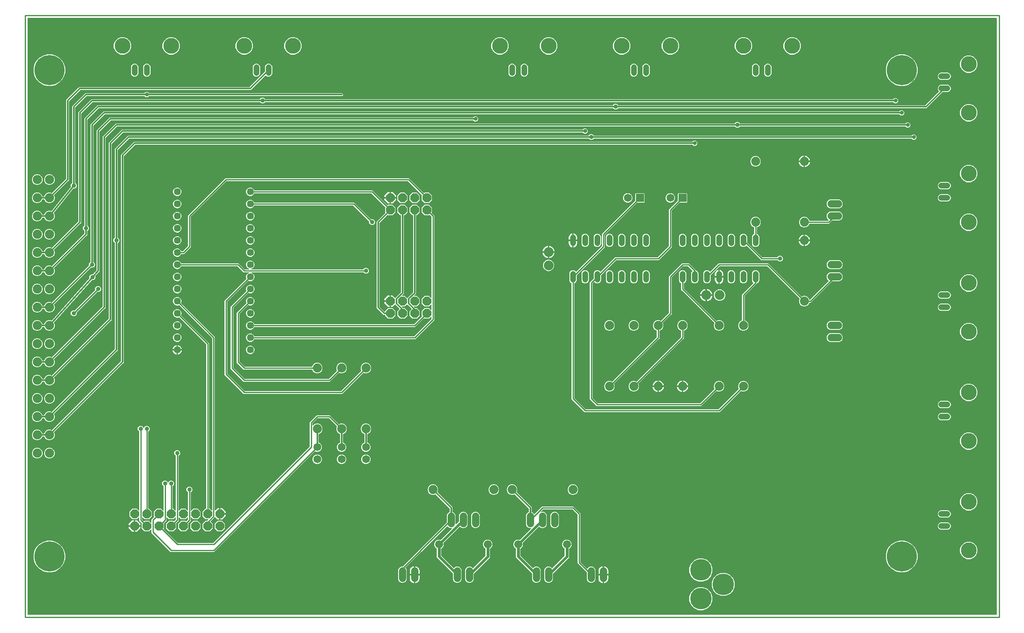
<source format=gtl>
G04 EAGLE Gerber X2 export*
%TF.Part,Single*%
%TF.FileFunction,Other,Top Copper*%
%TF.FilePolarity,Positive*%
%TF.GenerationSoftware,Autodesk,EAGLE,8.6.3*%
%TF.CreationDate,2018-06-13T18:32:12Z*%
G75*
%MOMM*%
%FSLAX34Y34*%
%LPD*%
%AMOC8*
5,1,8,0,0,1.08239X$1,22.5*%
G01*
%ADD10C,0.000000*%
%ADD11C,4.495800*%
%ADD12C,1.905000*%
%ADD13C,1.206400*%
%ADD14C,3.300000*%
%ADD15C,1.447800*%
%ADD16P,2.034460X8X22.500000*%
%ADD17C,1.524000*%
%ADD18C,1.676400*%
%ADD19C,1.879600*%
%ADD20R,1.651000X1.651000*%
%ADD21C,1.651000*%
%ADD22C,1.219200*%
%ADD23C,2.032000*%
%ADD24C,6.286500*%
%ADD25C,0.304800*%
%ADD26C,0.914400*%
%ADD27C,0.254000*%
%ADD28C,0.806400*%
%ADD29C,0.609600*%
%ADD30C,0.254000*%

G36*
X2026178Y5084D02*
X2026178Y5084D01*
X2026197Y5082D01*
X2026299Y5104D01*
X2026401Y5120D01*
X2026418Y5130D01*
X2026438Y5134D01*
X2026527Y5187D01*
X2026618Y5236D01*
X2026632Y5250D01*
X2026649Y5260D01*
X2026716Y5339D01*
X2026788Y5414D01*
X2026796Y5432D01*
X2026809Y5447D01*
X2026848Y5543D01*
X2026891Y5637D01*
X2026893Y5657D01*
X2026901Y5675D01*
X2026919Y5842D01*
X2026919Y1251458D01*
X2026916Y1251478D01*
X2026918Y1251497D01*
X2026896Y1251599D01*
X2026880Y1251701D01*
X2026870Y1251718D01*
X2026866Y1251738D01*
X2026813Y1251827D01*
X2026764Y1251918D01*
X2026750Y1251932D01*
X2026740Y1251949D01*
X2026661Y1252016D01*
X2026586Y1252088D01*
X2026568Y1252096D01*
X2026553Y1252109D01*
X2026457Y1252148D01*
X2026363Y1252191D01*
X2026343Y1252193D01*
X2026325Y1252201D01*
X2026158Y1252219D01*
X5842Y1252219D01*
X5822Y1252216D01*
X5803Y1252218D01*
X5701Y1252196D01*
X5599Y1252180D01*
X5582Y1252170D01*
X5562Y1252166D01*
X5473Y1252113D01*
X5382Y1252064D01*
X5368Y1252050D01*
X5351Y1252040D01*
X5284Y1251961D01*
X5212Y1251886D01*
X5204Y1251868D01*
X5191Y1251853D01*
X5152Y1251757D01*
X5109Y1251663D01*
X5107Y1251643D01*
X5099Y1251625D01*
X5081Y1251458D01*
X5081Y5842D01*
X5084Y5822D01*
X5082Y5803D01*
X5104Y5701D01*
X5120Y5599D01*
X5130Y5582D01*
X5134Y5562D01*
X5187Y5473D01*
X5236Y5382D01*
X5250Y5368D01*
X5260Y5351D01*
X5339Y5284D01*
X5414Y5212D01*
X5432Y5204D01*
X5447Y5191D01*
X5543Y5152D01*
X5637Y5109D01*
X5657Y5107D01*
X5675Y5099D01*
X5842Y5081D01*
X2026158Y5081D01*
X2026178Y5084D01*
G37*
%LPC*%
G36*
X303642Y136905D02*
X303642Y136905D01*
X263905Y176642D01*
X263905Y183120D01*
X263894Y183191D01*
X263892Y183263D01*
X263874Y183312D01*
X263866Y183363D01*
X263832Y183426D01*
X263807Y183494D01*
X263775Y183534D01*
X263750Y183581D01*
X263698Y183630D01*
X263654Y183686D01*
X263610Y183714D01*
X263572Y183750D01*
X263507Y183780D01*
X263447Y183819D01*
X263396Y183832D01*
X263349Y183854D01*
X263278Y183861D01*
X263208Y183879D01*
X263156Y183875D01*
X263105Y183881D01*
X263034Y183865D01*
X262963Y183860D01*
X262915Y183839D01*
X262864Y183828D01*
X262803Y183792D01*
X262737Y183763D01*
X262681Y183719D01*
X262653Y183702D01*
X262638Y183684D01*
X262606Y183659D01*
X258524Y179577D01*
X249476Y179577D01*
X243077Y185976D01*
X243077Y195024D01*
X243762Y195709D01*
X243774Y195725D01*
X243789Y195738D01*
X243845Y195825D01*
X243906Y195909D01*
X243911Y195928D01*
X243922Y195945D01*
X243947Y196045D01*
X243978Y196144D01*
X243977Y196164D01*
X243982Y196183D01*
X243974Y196286D01*
X243972Y196390D01*
X243965Y196409D01*
X243963Y196428D01*
X243923Y196523D01*
X243887Y196621D01*
X243875Y196636D01*
X243867Y196655D01*
X243762Y196786D01*
X240365Y200182D01*
X238505Y202042D01*
X238505Y208520D01*
X238494Y208591D01*
X238492Y208663D01*
X238474Y208712D01*
X238466Y208763D01*
X238432Y208826D01*
X238407Y208894D01*
X238375Y208934D01*
X238350Y208981D01*
X238298Y209030D01*
X238254Y209086D01*
X238210Y209114D01*
X238172Y209150D01*
X238107Y209180D01*
X238047Y209219D01*
X237996Y209232D01*
X237949Y209254D01*
X237878Y209261D01*
X237808Y209279D01*
X237756Y209275D01*
X237705Y209281D01*
X237634Y209265D01*
X237563Y209260D01*
X237515Y209239D01*
X237464Y209228D01*
X237403Y209192D01*
X237337Y209163D01*
X237281Y209119D01*
X237253Y209102D01*
X237238Y209084D01*
X237206Y209059D01*
X233124Y204977D01*
X224076Y204977D01*
X217677Y211376D01*
X217677Y220424D01*
X224076Y226823D01*
X233124Y226823D01*
X237206Y222741D01*
X237264Y222699D01*
X237316Y222650D01*
X237363Y222628D01*
X237405Y222598D01*
X237474Y222577D01*
X237539Y222546D01*
X237591Y222541D01*
X237641Y222525D01*
X237712Y222527D01*
X237783Y222519D01*
X237834Y222530D01*
X237886Y222532D01*
X237954Y222556D01*
X238024Y222572D01*
X238069Y222598D01*
X238117Y222616D01*
X238173Y222661D01*
X238235Y222698D01*
X238269Y222737D01*
X238309Y222770D01*
X238348Y222830D01*
X238395Y222885D01*
X238414Y222933D01*
X238442Y222977D01*
X238460Y223046D01*
X238487Y223113D01*
X238495Y223184D01*
X238503Y223215D01*
X238501Y223239D01*
X238505Y223280D01*
X238505Y387750D01*
X238487Y387864D01*
X238469Y387981D01*
X238467Y387987D01*
X238466Y387993D01*
X238411Y388095D01*
X238358Y388200D01*
X238353Y388205D01*
X238350Y388210D01*
X238266Y388290D01*
X238182Y388372D01*
X238176Y388376D01*
X238172Y388379D01*
X238155Y388387D01*
X238035Y388453D01*
X237846Y388531D01*
X236131Y390246D01*
X235203Y392487D01*
X235203Y394913D01*
X236131Y397154D01*
X237846Y398869D01*
X240087Y399797D01*
X242513Y399797D01*
X244754Y398869D01*
X246469Y397154D01*
X246947Y395999D01*
X246984Y395938D01*
X247014Y395873D01*
X247049Y395834D01*
X247076Y395790D01*
X247132Y395744D01*
X247180Y395692D01*
X247226Y395667D01*
X247266Y395633D01*
X247333Y395608D01*
X247396Y395573D01*
X247447Y395564D01*
X247495Y395545D01*
X247567Y395542D01*
X247638Y395529D01*
X247689Y395537D01*
X247741Y395535D01*
X247810Y395555D01*
X247881Y395565D01*
X247927Y395589D01*
X247977Y395603D01*
X248036Y395644D01*
X248100Y395677D01*
X248137Y395714D01*
X248179Y395743D01*
X248222Y395801D01*
X248272Y395852D01*
X248307Y395915D01*
X248326Y395941D01*
X248333Y395963D01*
X248353Y395999D01*
X248831Y397154D01*
X250546Y398869D01*
X252787Y399797D01*
X255213Y399797D01*
X257454Y398869D01*
X259169Y397154D01*
X260097Y394913D01*
X260097Y392487D01*
X259169Y390246D01*
X257454Y388531D01*
X257265Y388453D01*
X257166Y388392D01*
X257065Y388332D01*
X257061Y388327D01*
X257056Y388324D01*
X256982Y388234D01*
X256905Y388145D01*
X256903Y388139D01*
X256899Y388134D01*
X256857Y388026D01*
X256813Y387917D01*
X256812Y387909D01*
X256811Y387905D01*
X256810Y387886D01*
X256795Y387750D01*
X256795Y227584D01*
X256798Y227564D01*
X256796Y227545D01*
X256818Y227443D01*
X256834Y227341D01*
X256844Y227324D01*
X256848Y227304D01*
X256901Y227215D01*
X256950Y227124D01*
X256964Y227110D01*
X256974Y227093D01*
X257053Y227026D01*
X257128Y226954D01*
X257146Y226946D01*
X257161Y226933D01*
X257257Y226894D01*
X257351Y226851D01*
X257371Y226849D01*
X257389Y226841D01*
X257556Y226823D01*
X258524Y226823D01*
X264923Y220424D01*
X264923Y211376D01*
X258524Y204977D01*
X249476Y204977D01*
X245394Y209059D01*
X245336Y209101D01*
X245284Y209150D01*
X245237Y209172D01*
X245195Y209202D01*
X245126Y209223D01*
X245061Y209254D01*
X245009Y209259D01*
X244959Y209275D01*
X244888Y209273D01*
X244817Y209281D01*
X244766Y209270D01*
X244714Y209268D01*
X244646Y209244D01*
X244576Y209228D01*
X244531Y209202D01*
X244483Y209184D01*
X244427Y209139D01*
X244365Y209102D01*
X244331Y209063D01*
X244291Y209030D01*
X244252Y208970D01*
X244205Y208915D01*
X244186Y208867D01*
X244158Y208823D01*
X244140Y208754D01*
X244113Y208687D01*
X244105Y208616D01*
X244097Y208585D01*
X244099Y208561D01*
X244095Y208520D01*
X244095Y204673D01*
X244109Y204583D01*
X244117Y204492D01*
X244129Y204462D01*
X244134Y204430D01*
X244177Y204349D01*
X244213Y204266D01*
X244239Y204233D01*
X244250Y204213D01*
X244273Y204191D01*
X244318Y204135D01*
X247714Y200738D01*
X247731Y200726D01*
X247743Y200711D01*
X247830Y200655D01*
X247914Y200594D01*
X247933Y200589D01*
X247950Y200578D01*
X248050Y200553D01*
X248149Y200522D01*
X248169Y200523D01*
X248188Y200518D01*
X248291Y200526D01*
X248395Y200528D01*
X248414Y200535D01*
X248434Y200537D01*
X248528Y200577D01*
X248626Y200613D01*
X248642Y200625D01*
X248660Y200633D01*
X248791Y200738D01*
X249476Y201423D01*
X258524Y201423D01*
X262606Y197341D01*
X262664Y197299D01*
X262716Y197250D01*
X262763Y197228D01*
X262805Y197198D01*
X262874Y197177D01*
X262939Y197146D01*
X262991Y197141D01*
X263041Y197125D01*
X263112Y197127D01*
X263183Y197119D01*
X263234Y197130D01*
X263286Y197132D01*
X263354Y197156D01*
X263424Y197172D01*
X263469Y197198D01*
X263517Y197216D01*
X263573Y197261D01*
X263635Y197298D01*
X263669Y197337D01*
X263709Y197370D01*
X263748Y197430D01*
X263795Y197485D01*
X263814Y197533D01*
X263842Y197577D01*
X263860Y197646D01*
X263887Y197713D01*
X263895Y197784D01*
X263903Y197815D01*
X263901Y197839D01*
X263905Y197880D01*
X263905Y204358D01*
X269162Y209614D01*
X269174Y209631D01*
X269189Y209643D01*
X269245Y209730D01*
X269306Y209814D01*
X269311Y209833D01*
X269322Y209850D01*
X269347Y209950D01*
X269378Y210049D01*
X269377Y210069D01*
X269382Y210088D01*
X269374Y210191D01*
X269372Y210295D01*
X269365Y210314D01*
X269363Y210334D01*
X269323Y210429D01*
X269287Y210526D01*
X269275Y210542D01*
X269267Y210560D01*
X269162Y210691D01*
X268477Y211376D01*
X268477Y220424D01*
X274876Y226823D01*
X283924Y226823D01*
X288006Y222741D01*
X288064Y222699D01*
X288116Y222650D01*
X288163Y222628D01*
X288205Y222598D01*
X288274Y222577D01*
X288339Y222546D01*
X288391Y222541D01*
X288441Y222525D01*
X288512Y222527D01*
X288583Y222519D01*
X288634Y222530D01*
X288686Y222532D01*
X288754Y222556D01*
X288824Y222572D01*
X288869Y222598D01*
X288917Y222616D01*
X288973Y222661D01*
X289035Y222698D01*
X289069Y222737D01*
X289109Y222770D01*
X289148Y222830D01*
X289195Y222885D01*
X289214Y222933D01*
X289242Y222977D01*
X289260Y223046D01*
X289287Y223113D01*
X289295Y223184D01*
X289303Y223215D01*
X289301Y223239D01*
X289305Y223280D01*
X289305Y273450D01*
X289287Y273564D01*
X289269Y273681D01*
X289267Y273687D01*
X289266Y273693D01*
X289211Y273795D01*
X289158Y273900D01*
X289153Y273905D01*
X289150Y273910D01*
X289066Y273990D01*
X288982Y274072D01*
X288976Y274076D01*
X288972Y274079D01*
X288955Y274087D01*
X288835Y274153D01*
X288646Y274231D01*
X286931Y275946D01*
X286003Y278187D01*
X286003Y280613D01*
X286931Y282854D01*
X288646Y284569D01*
X290887Y285497D01*
X293313Y285497D01*
X295554Y284569D01*
X297269Y282854D01*
X297747Y281699D01*
X297784Y281638D01*
X297814Y281573D01*
X297849Y281534D01*
X297876Y281490D01*
X297932Y281444D01*
X297980Y281392D01*
X298026Y281367D01*
X298066Y281333D01*
X298133Y281308D01*
X298196Y281273D01*
X298247Y281264D01*
X298295Y281245D01*
X298367Y281242D01*
X298438Y281229D01*
X298489Y281237D01*
X298541Y281235D01*
X298610Y281255D01*
X298681Y281265D01*
X298727Y281289D01*
X298777Y281303D01*
X298836Y281344D01*
X298900Y281377D01*
X298937Y281414D01*
X298979Y281443D01*
X299022Y281501D01*
X299072Y281552D01*
X299107Y281615D01*
X299126Y281641D01*
X299133Y281663D01*
X299153Y281699D01*
X299631Y282854D01*
X301346Y284569D01*
X303587Y285497D01*
X306013Y285497D01*
X308254Y284569D01*
X309969Y282854D01*
X310897Y280613D01*
X310897Y278187D01*
X309969Y275946D01*
X308254Y274231D01*
X308065Y274153D01*
X307966Y274092D01*
X307865Y274032D01*
X307861Y274027D01*
X307856Y274024D01*
X307782Y273934D01*
X307705Y273845D01*
X307703Y273839D01*
X307699Y273834D01*
X307657Y273726D01*
X307613Y273617D01*
X307612Y273609D01*
X307611Y273605D01*
X307610Y273586D01*
X307595Y273450D01*
X307595Y227584D01*
X307598Y227564D01*
X307596Y227545D01*
X307618Y227443D01*
X307634Y227341D01*
X307644Y227324D01*
X307648Y227304D01*
X307701Y227215D01*
X307750Y227124D01*
X307764Y227110D01*
X307774Y227093D01*
X307853Y227026D01*
X307928Y226954D01*
X307946Y226946D01*
X307961Y226933D01*
X308057Y226894D01*
X308151Y226851D01*
X308171Y226849D01*
X308189Y226841D01*
X308356Y226823D01*
X309324Y226823D01*
X313406Y222741D01*
X313464Y222699D01*
X313516Y222650D01*
X313563Y222628D01*
X313605Y222598D01*
X313674Y222577D01*
X313739Y222546D01*
X313791Y222541D01*
X313841Y222525D01*
X313912Y222527D01*
X313983Y222519D01*
X314034Y222530D01*
X314086Y222532D01*
X314154Y222556D01*
X314224Y222572D01*
X314269Y222598D01*
X314317Y222616D01*
X314373Y222661D01*
X314435Y222698D01*
X314469Y222737D01*
X314509Y222770D01*
X314548Y222830D01*
X314595Y222885D01*
X314614Y222933D01*
X314642Y222977D01*
X314660Y223046D01*
X314687Y223113D01*
X314695Y223184D01*
X314703Y223215D01*
X314701Y223239D01*
X314705Y223280D01*
X314705Y336950D01*
X314687Y337064D01*
X314669Y337181D01*
X314667Y337187D01*
X314666Y337193D01*
X314611Y337295D01*
X314558Y337400D01*
X314553Y337405D01*
X314550Y337410D01*
X314466Y337490D01*
X314382Y337572D01*
X314376Y337576D01*
X314372Y337579D01*
X314355Y337587D01*
X314235Y337653D01*
X314046Y337731D01*
X312331Y339446D01*
X311403Y341687D01*
X311403Y344113D01*
X312331Y346354D01*
X314046Y348069D01*
X316287Y348997D01*
X318713Y348997D01*
X320954Y348069D01*
X322669Y346354D01*
X323597Y344113D01*
X323597Y341687D01*
X322669Y339446D01*
X320954Y337731D01*
X320765Y337653D01*
X320666Y337592D01*
X320565Y337532D01*
X320561Y337527D01*
X320556Y337524D01*
X320482Y337434D01*
X320405Y337345D01*
X320403Y337339D01*
X320399Y337334D01*
X320357Y337226D01*
X320313Y337117D01*
X320312Y337109D01*
X320311Y337105D01*
X320310Y337086D01*
X320295Y336950D01*
X320295Y223280D01*
X320306Y223209D01*
X320308Y223137D01*
X320326Y223088D01*
X320334Y223037D01*
X320368Y222974D01*
X320393Y222906D01*
X320425Y222866D01*
X320450Y222819D01*
X320502Y222770D01*
X320546Y222714D01*
X320590Y222686D01*
X320628Y222650D01*
X320693Y222620D01*
X320753Y222581D01*
X320804Y222568D01*
X320851Y222546D01*
X320922Y222539D01*
X320992Y222521D01*
X321044Y222525D01*
X321095Y222519D01*
X321166Y222535D01*
X321237Y222540D01*
X321285Y222561D01*
X321336Y222572D01*
X321397Y222608D01*
X321463Y222637D01*
X321519Y222681D01*
X321547Y222698D01*
X321562Y222716D01*
X321594Y222741D01*
X325676Y226823D01*
X334724Y226823D01*
X338806Y222741D01*
X338864Y222699D01*
X338916Y222650D01*
X338963Y222628D01*
X339005Y222598D01*
X339074Y222577D01*
X339139Y222546D01*
X339191Y222541D01*
X339241Y222525D01*
X339312Y222527D01*
X339383Y222519D01*
X339434Y222530D01*
X339486Y222532D01*
X339554Y222556D01*
X339624Y222572D01*
X339669Y222598D01*
X339717Y222616D01*
X339773Y222661D01*
X339835Y222698D01*
X339869Y222737D01*
X339909Y222770D01*
X339948Y222830D01*
X339995Y222885D01*
X340014Y222933D01*
X340042Y222977D01*
X340060Y223046D01*
X340087Y223113D01*
X340095Y223184D01*
X340103Y223215D01*
X340101Y223239D01*
X340105Y223280D01*
X340105Y260750D01*
X340087Y260864D01*
X340069Y260981D01*
X340067Y260987D01*
X340066Y260993D01*
X340011Y261095D01*
X339958Y261200D01*
X339953Y261205D01*
X339950Y261210D01*
X339866Y261290D01*
X339782Y261372D01*
X339776Y261376D01*
X339772Y261379D01*
X339755Y261387D01*
X339635Y261453D01*
X339446Y261531D01*
X337731Y263246D01*
X336803Y265487D01*
X336803Y267913D01*
X337731Y270154D01*
X339446Y271869D01*
X341687Y272797D01*
X344113Y272797D01*
X346354Y271869D01*
X348069Y270154D01*
X348997Y267913D01*
X348997Y265487D01*
X348069Y263246D01*
X346354Y261531D01*
X346165Y261453D01*
X346066Y261392D01*
X345965Y261332D01*
X345961Y261327D01*
X345956Y261324D01*
X345882Y261234D01*
X345805Y261145D01*
X345803Y261139D01*
X345799Y261134D01*
X345757Y261026D01*
X345713Y260917D01*
X345712Y260909D01*
X345711Y260905D01*
X345710Y260886D01*
X345695Y260750D01*
X345695Y223280D01*
X345706Y223209D01*
X345708Y223137D01*
X345726Y223088D01*
X345734Y223037D01*
X345768Y222974D01*
X345793Y222906D01*
X345825Y222866D01*
X345850Y222819D01*
X345902Y222770D01*
X345946Y222714D01*
X345990Y222686D01*
X346028Y222650D01*
X346093Y222620D01*
X346153Y222581D01*
X346204Y222568D01*
X346251Y222546D01*
X346322Y222539D01*
X346392Y222521D01*
X346444Y222525D01*
X346495Y222519D01*
X346566Y222535D01*
X346637Y222540D01*
X346685Y222561D01*
X346736Y222572D01*
X346797Y222608D01*
X346863Y222637D01*
X346919Y222681D01*
X346947Y222698D01*
X346962Y222716D01*
X346994Y222741D01*
X351076Y226823D01*
X360124Y226823D01*
X366523Y220424D01*
X366523Y211376D01*
X360124Y204977D01*
X351076Y204977D01*
X346994Y209059D01*
X346936Y209101D01*
X346884Y209150D01*
X346837Y209172D01*
X346795Y209202D01*
X346726Y209223D01*
X346661Y209254D01*
X346609Y209259D01*
X346559Y209275D01*
X346488Y209273D01*
X346417Y209281D01*
X346366Y209270D01*
X346314Y209268D01*
X346246Y209244D01*
X346176Y209228D01*
X346131Y209202D01*
X346083Y209184D01*
X346027Y209139D01*
X345965Y209102D01*
X345931Y209063D01*
X345891Y209030D01*
X345852Y208970D01*
X345805Y208915D01*
X345786Y208867D01*
X345758Y208823D01*
X345740Y208754D01*
X345713Y208687D01*
X345705Y208616D01*
X345697Y208585D01*
X345699Y208561D01*
X345695Y208520D01*
X345695Y202042D01*
X340438Y196786D01*
X340426Y196769D01*
X340411Y196757D01*
X340355Y196670D01*
X340294Y196586D01*
X340289Y196567D01*
X340278Y196550D01*
X340253Y196450D01*
X340222Y196351D01*
X340223Y196331D01*
X340218Y196312D01*
X340226Y196209D01*
X340228Y196105D01*
X340235Y196086D01*
X340237Y196066D01*
X340277Y195971D01*
X340313Y195874D01*
X340325Y195858D01*
X340333Y195840D01*
X340438Y195709D01*
X341123Y195024D01*
X341123Y185976D01*
X334724Y179577D01*
X325676Y179577D01*
X319277Y185976D01*
X319277Y195024D01*
X325676Y201423D01*
X334724Y201423D01*
X335409Y200738D01*
X335425Y200726D01*
X335438Y200711D01*
X335525Y200655D01*
X335609Y200594D01*
X335628Y200589D01*
X335645Y200578D01*
X335745Y200553D01*
X335844Y200522D01*
X335864Y200523D01*
X335883Y200518D01*
X335986Y200526D01*
X336090Y200528D01*
X336109Y200535D01*
X336128Y200537D01*
X336223Y200577D01*
X336321Y200613D01*
X336336Y200625D01*
X336355Y200633D01*
X336486Y200738D01*
X339882Y204135D01*
X339935Y204209D01*
X339995Y204278D01*
X340007Y204308D01*
X340026Y204334D01*
X340053Y204422D01*
X340087Y204506D01*
X340091Y204547D01*
X340098Y204569D01*
X340097Y204602D01*
X340105Y204673D01*
X340105Y208520D01*
X340094Y208591D01*
X340092Y208663D01*
X340074Y208712D01*
X340066Y208763D01*
X340032Y208826D01*
X340007Y208894D01*
X339975Y208934D01*
X339950Y208981D01*
X339898Y209030D01*
X339854Y209086D01*
X339810Y209114D01*
X339772Y209150D01*
X339707Y209180D01*
X339647Y209219D01*
X339596Y209232D01*
X339549Y209254D01*
X339478Y209261D01*
X339408Y209279D01*
X339356Y209275D01*
X339305Y209281D01*
X339234Y209265D01*
X339163Y209260D01*
X339115Y209239D01*
X339064Y209228D01*
X339003Y209192D01*
X338937Y209163D01*
X338881Y209119D01*
X338853Y209102D01*
X338838Y209084D01*
X338806Y209059D01*
X334724Y204977D01*
X325676Y204977D01*
X321594Y209059D01*
X321536Y209101D01*
X321484Y209150D01*
X321437Y209172D01*
X321395Y209202D01*
X321326Y209223D01*
X321261Y209254D01*
X321209Y209259D01*
X321159Y209275D01*
X321088Y209273D01*
X321017Y209281D01*
X320966Y209270D01*
X320914Y209268D01*
X320846Y209244D01*
X320776Y209228D01*
X320731Y209202D01*
X320683Y209184D01*
X320627Y209139D01*
X320565Y209102D01*
X320531Y209063D01*
X320491Y209030D01*
X320452Y208970D01*
X320405Y208915D01*
X320386Y208867D01*
X320358Y208823D01*
X320340Y208754D01*
X320313Y208687D01*
X320305Y208616D01*
X320297Y208585D01*
X320299Y208561D01*
X320295Y208520D01*
X320295Y202042D01*
X318435Y200182D01*
X315038Y196786D01*
X315026Y196769D01*
X315011Y196757D01*
X314955Y196670D01*
X314894Y196586D01*
X314889Y196567D01*
X314878Y196550D01*
X314853Y196450D01*
X314822Y196351D01*
X314823Y196331D01*
X314818Y196312D01*
X314826Y196209D01*
X314828Y196105D01*
X314835Y196086D01*
X314837Y196066D01*
X314877Y195971D01*
X314913Y195874D01*
X314925Y195858D01*
X314933Y195840D01*
X315038Y195709D01*
X315723Y195024D01*
X315723Y185976D01*
X309324Y179577D01*
X300276Y179577D01*
X293877Y185976D01*
X293877Y195024D01*
X300276Y201423D01*
X309324Y201423D01*
X310009Y200738D01*
X310025Y200726D01*
X310038Y200711D01*
X310125Y200655D01*
X310209Y200594D01*
X310228Y200589D01*
X310245Y200578D01*
X310345Y200553D01*
X310444Y200522D01*
X310464Y200523D01*
X310483Y200518D01*
X310586Y200526D01*
X310690Y200528D01*
X310709Y200535D01*
X310728Y200537D01*
X310823Y200577D01*
X310921Y200613D01*
X310936Y200625D01*
X310955Y200633D01*
X311086Y200738D01*
X314482Y204135D01*
X314535Y204209D01*
X314595Y204278D01*
X314607Y204308D01*
X314626Y204334D01*
X314653Y204422D01*
X314687Y204506D01*
X314691Y204547D01*
X314698Y204569D01*
X314697Y204602D01*
X314705Y204673D01*
X314705Y208520D01*
X314694Y208591D01*
X314692Y208663D01*
X314674Y208712D01*
X314666Y208763D01*
X314632Y208826D01*
X314607Y208894D01*
X314575Y208934D01*
X314550Y208981D01*
X314498Y209030D01*
X314454Y209086D01*
X314410Y209114D01*
X314372Y209150D01*
X314307Y209180D01*
X314247Y209219D01*
X314196Y209232D01*
X314149Y209254D01*
X314078Y209261D01*
X314008Y209279D01*
X313956Y209275D01*
X313905Y209281D01*
X313834Y209265D01*
X313763Y209260D01*
X313715Y209239D01*
X313664Y209228D01*
X313603Y209192D01*
X313537Y209163D01*
X313481Y209119D01*
X313453Y209102D01*
X313438Y209084D01*
X313406Y209059D01*
X309324Y204977D01*
X300276Y204977D01*
X296194Y209059D01*
X296136Y209101D01*
X296084Y209150D01*
X296037Y209172D01*
X295995Y209202D01*
X295926Y209223D01*
X295861Y209254D01*
X295809Y209259D01*
X295759Y209275D01*
X295688Y209273D01*
X295617Y209281D01*
X295566Y209270D01*
X295514Y209268D01*
X295446Y209244D01*
X295376Y209228D01*
X295331Y209202D01*
X295283Y209184D01*
X295227Y209139D01*
X295165Y209102D01*
X295131Y209063D01*
X295091Y209030D01*
X295052Y208970D01*
X295005Y208915D01*
X294986Y208867D01*
X294958Y208823D01*
X294940Y208754D01*
X294913Y208687D01*
X294905Y208616D01*
X294897Y208585D01*
X294899Y208561D01*
X294895Y208520D01*
X294895Y202042D01*
X289638Y196786D01*
X289626Y196769D01*
X289611Y196757D01*
X289555Y196670D01*
X289494Y196586D01*
X289489Y196567D01*
X289478Y196550D01*
X289453Y196450D01*
X289422Y196351D01*
X289423Y196331D01*
X289418Y196312D01*
X289426Y196209D01*
X289428Y196105D01*
X289435Y196086D01*
X289437Y196066D01*
X289477Y195971D01*
X289513Y195874D01*
X289525Y195858D01*
X289533Y195840D01*
X289638Y195709D01*
X290323Y195024D01*
X290323Y185976D01*
X289638Y185291D01*
X289626Y185275D01*
X289611Y185262D01*
X289555Y185175D01*
X289494Y185091D01*
X289489Y185072D01*
X289478Y185055D01*
X289453Y184955D01*
X289422Y184856D01*
X289423Y184836D01*
X289418Y184817D01*
X289426Y184714D01*
X289428Y184610D01*
X289435Y184591D01*
X289437Y184572D01*
X289477Y184477D01*
X289513Y184379D01*
X289525Y184364D01*
X289533Y184345D01*
X289605Y184256D01*
X289611Y184245D01*
X289618Y184239D01*
X289638Y184214D01*
X318435Y155418D01*
X318509Y155365D01*
X318578Y155305D01*
X318608Y155293D01*
X318634Y155274D01*
X318721Y155247D01*
X318806Y155213D01*
X318847Y155209D01*
X318869Y155202D01*
X318902Y155203D01*
X318973Y155195D01*
X392227Y155195D01*
X392317Y155209D01*
X392408Y155217D01*
X392438Y155229D01*
X392470Y155234D01*
X392550Y155277D01*
X392634Y155313D01*
X392666Y155339D01*
X392687Y155350D01*
X392709Y155373D01*
X392765Y155418D01*
X593882Y356535D01*
X593935Y356609D01*
X593995Y356678D01*
X594007Y356708D01*
X594026Y356734D01*
X594053Y356821D01*
X594087Y356906D01*
X594091Y356947D01*
X594098Y356969D01*
X594097Y357002D01*
X594105Y357073D01*
X594105Y407558D01*
X608442Y421895D01*
X636158Y421895D01*
X654475Y403577D01*
X654570Y403509D01*
X654664Y403439D01*
X654670Y403437D01*
X654675Y403434D01*
X654786Y403400D01*
X654898Y403363D01*
X654904Y403363D01*
X654910Y403361D01*
X655027Y403364D01*
X655144Y403365D01*
X655151Y403368D01*
X655156Y403368D01*
X655173Y403374D01*
X655305Y403412D01*
X658227Y404623D01*
X662573Y404623D01*
X666587Y402960D01*
X669660Y399887D01*
X671323Y395873D01*
X671323Y391527D01*
X669660Y387513D01*
X666587Y384440D01*
X663919Y383335D01*
X663819Y383273D01*
X663719Y383213D01*
X663715Y383208D01*
X663710Y383205D01*
X663635Y383116D01*
X663559Y383026D01*
X663557Y383020D01*
X663553Y383016D01*
X663511Y382908D01*
X663467Y382798D01*
X663466Y382791D01*
X663465Y382786D01*
X663464Y382768D01*
X663449Y382631D01*
X663449Y365431D01*
X663468Y365317D01*
X663485Y365200D01*
X663487Y365195D01*
X663488Y365189D01*
X663543Y365086D01*
X663596Y364981D01*
X663601Y364977D01*
X663604Y364971D01*
X663688Y364891D01*
X663772Y364809D01*
X663778Y364805D01*
X663782Y364802D01*
X663799Y364794D01*
X663919Y364728D01*
X665940Y363891D01*
X668691Y361140D01*
X670180Y357545D01*
X670180Y353655D01*
X668691Y350060D01*
X665940Y347309D01*
X662345Y345820D01*
X658455Y345820D01*
X654860Y347309D01*
X652109Y350060D01*
X650620Y353655D01*
X650620Y357545D01*
X652109Y361140D01*
X654860Y363891D01*
X656881Y364728D01*
X656981Y364790D01*
X657081Y364850D01*
X657085Y364854D01*
X657090Y364858D01*
X657164Y364947D01*
X657241Y365036D01*
X657243Y365042D01*
X657247Y365047D01*
X657289Y365155D01*
X657333Y365265D01*
X657334Y365272D01*
X657335Y365277D01*
X657336Y365295D01*
X657351Y365431D01*
X657351Y382631D01*
X657332Y382746D01*
X657315Y382862D01*
X657313Y382868D01*
X657312Y382874D01*
X657257Y382977D01*
X657204Y383082D01*
X657199Y383086D01*
X657196Y383092D01*
X657112Y383171D01*
X657028Y383254D01*
X657022Y383258D01*
X657018Y383261D01*
X657001Y383269D01*
X656881Y383335D01*
X654213Y384440D01*
X651140Y387513D01*
X649477Y391527D01*
X649477Y395873D01*
X650688Y398795D01*
X650714Y398909D01*
X650743Y399022D01*
X650743Y399029D01*
X650744Y399035D01*
X650733Y399151D01*
X650724Y399268D01*
X650722Y399273D01*
X650721Y399280D01*
X650673Y399387D01*
X650628Y399494D01*
X650623Y399500D01*
X650621Y399504D01*
X650608Y399518D01*
X650523Y399625D01*
X634065Y416082D01*
X633991Y416135D01*
X633922Y416195D01*
X633892Y416207D01*
X633866Y416226D01*
X633779Y416253D01*
X633694Y416287D01*
X633653Y416291D01*
X633631Y416298D01*
X633598Y416297D01*
X633527Y416305D01*
X611073Y416305D01*
X610983Y416291D01*
X610892Y416283D01*
X610862Y416271D01*
X610830Y416266D01*
X610750Y416223D01*
X610666Y416187D01*
X610634Y416161D01*
X610613Y416150D01*
X610591Y416127D01*
X610535Y416082D01*
X599918Y405465D01*
X599865Y405391D01*
X599805Y405322D01*
X599793Y405292D01*
X599774Y405266D01*
X599747Y405179D01*
X599713Y405094D01*
X599709Y405053D01*
X599702Y405031D01*
X599703Y404998D01*
X599695Y404927D01*
X599695Y401080D01*
X599706Y401009D01*
X599708Y400937D01*
X599726Y400888D01*
X599734Y400837D01*
X599768Y400774D01*
X599793Y400706D01*
X599825Y400666D01*
X599850Y400619D01*
X599902Y400570D01*
X599946Y400514D01*
X599990Y400486D01*
X600028Y400450D01*
X600093Y400420D01*
X600153Y400381D01*
X600204Y400368D01*
X600251Y400346D01*
X600322Y400339D01*
X600392Y400321D01*
X600444Y400325D01*
X600495Y400319D01*
X600566Y400335D01*
X600637Y400340D01*
X600685Y400361D01*
X600736Y400372D01*
X600797Y400408D01*
X600863Y400437D01*
X600919Y400481D01*
X600947Y400498D01*
X600962Y400516D01*
X600994Y400541D01*
X603413Y402960D01*
X607427Y404623D01*
X611773Y404623D01*
X615787Y402960D01*
X618860Y399887D01*
X620523Y395873D01*
X620523Y391527D01*
X618860Y387513D01*
X615787Y384440D01*
X613119Y383335D01*
X613019Y383273D01*
X612919Y383213D01*
X612915Y383209D01*
X612910Y383205D01*
X612835Y383115D01*
X612759Y383026D01*
X612757Y383021D01*
X612753Y383016D01*
X612711Y382907D01*
X612667Y382798D01*
X612666Y382791D01*
X612665Y382786D01*
X612664Y382768D01*
X612649Y382632D01*
X612649Y365431D01*
X612668Y365317D01*
X612685Y365200D01*
X612687Y365195D01*
X612688Y365189D01*
X612743Y365086D01*
X612796Y364981D01*
X612801Y364977D01*
X612804Y364971D01*
X612888Y364891D01*
X612972Y364809D01*
X612978Y364805D01*
X612982Y364802D01*
X612999Y364794D01*
X613119Y364728D01*
X615140Y363891D01*
X617891Y361140D01*
X619380Y357545D01*
X619380Y353655D01*
X617891Y350060D01*
X615140Y347309D01*
X611545Y345820D01*
X607655Y345820D01*
X605380Y346763D01*
X605266Y346789D01*
X605152Y346818D01*
X605146Y346817D01*
X605140Y346819D01*
X605024Y346808D01*
X604907Y346799D01*
X604902Y346796D01*
X604895Y346796D01*
X604788Y346748D01*
X604681Y346702D01*
X604675Y346698D01*
X604671Y346696D01*
X604657Y346683D01*
X604550Y346598D01*
X396718Y138765D01*
X394858Y136905D01*
X303642Y136905D01*
G37*
%LPD*%
%LPC*%
G36*
X23202Y408050D02*
X23202Y408050D01*
X19141Y409733D01*
X16033Y412841D01*
X14350Y416902D01*
X14350Y421298D01*
X16033Y425359D01*
X19141Y428467D01*
X23202Y430150D01*
X27598Y430150D01*
X31659Y428467D01*
X34767Y425359D01*
X35903Y422619D01*
X35964Y422519D01*
X36024Y422419D01*
X36029Y422415D01*
X36032Y422410D01*
X36122Y422335D01*
X36211Y422259D01*
X36217Y422257D01*
X36222Y422253D01*
X36330Y422211D01*
X36439Y422167D01*
X36447Y422166D01*
X36451Y422165D01*
X36470Y422164D01*
X36606Y422149D01*
X39594Y422149D01*
X39709Y422168D01*
X39825Y422185D01*
X39831Y422187D01*
X39837Y422188D01*
X39939Y422243D01*
X40044Y422296D01*
X40049Y422301D01*
X40054Y422304D01*
X40134Y422388D01*
X40216Y422472D01*
X40220Y422478D01*
X40224Y422482D01*
X40231Y422499D01*
X40297Y422619D01*
X41433Y425359D01*
X44541Y428467D01*
X48602Y430150D01*
X52998Y430150D01*
X55738Y429015D01*
X55852Y428988D01*
X55966Y428959D01*
X55972Y428960D01*
X55978Y428958D01*
X56094Y428969D01*
X56211Y428978D01*
X56216Y428981D01*
X56223Y428981D01*
X56330Y429029D01*
X56437Y429075D01*
X56443Y429079D01*
X56447Y429081D01*
X56461Y429094D01*
X56568Y429180D01*
X187228Y559840D01*
X187281Y559914D01*
X187341Y559983D01*
X187353Y560013D01*
X187372Y560040D01*
X187399Y560127D01*
X187433Y560211D01*
X187437Y560252D01*
X187444Y560275D01*
X187443Y560307D01*
X187451Y560378D01*
X187451Y781555D01*
X187447Y781581D01*
X187449Y781595D01*
X187432Y781670D01*
X187415Y781786D01*
X187413Y781792D01*
X187412Y781798D01*
X187400Y781820D01*
X187396Y781836D01*
X187355Y781906D01*
X187304Y782005D01*
X187299Y782010D01*
X187296Y782015D01*
X187279Y782031D01*
X187270Y782047D01*
X187203Y782104D01*
X187128Y782178D01*
X187122Y782181D01*
X187118Y782185D01*
X187101Y782192D01*
X187097Y782194D01*
X187083Y782207D01*
X187063Y782215D01*
X185331Y783946D01*
X184403Y786187D01*
X184403Y788613D01*
X185331Y790854D01*
X187082Y792604D01*
X187181Y792663D01*
X187185Y792668D01*
X187190Y792671D01*
X187265Y792761D01*
X187341Y792850D01*
X187343Y792856D01*
X187347Y792861D01*
X187389Y792969D01*
X187433Y793078D01*
X187434Y793086D01*
X187435Y793090D01*
X187436Y793109D01*
X187451Y793245D01*
X187451Y979163D01*
X214637Y1006349D01*
X1175255Y1006349D01*
X1175370Y1006368D01*
X1175486Y1006385D01*
X1175492Y1006387D01*
X1175498Y1006388D01*
X1175601Y1006443D01*
X1175705Y1006496D01*
X1175710Y1006501D01*
X1175715Y1006504D01*
X1175795Y1006588D01*
X1175878Y1006672D01*
X1175881Y1006678D01*
X1175885Y1006682D01*
X1175892Y1006699D01*
X1175912Y1006734D01*
X1177646Y1008469D01*
X1179887Y1009397D01*
X1182313Y1009397D01*
X1184554Y1008469D01*
X1186304Y1006718D01*
X1186363Y1006619D01*
X1186368Y1006615D01*
X1186371Y1006610D01*
X1186461Y1006535D01*
X1186550Y1006459D01*
X1186556Y1006457D01*
X1186561Y1006453D01*
X1186669Y1006411D01*
X1186778Y1006367D01*
X1186786Y1006366D01*
X1186790Y1006365D01*
X1186809Y1006364D01*
X1186945Y1006349D01*
X1849075Y1006349D01*
X1849165Y1006363D01*
X1849256Y1006371D01*
X1849286Y1006383D01*
X1849318Y1006388D01*
X1849398Y1006431D01*
X1849482Y1006467D01*
X1849514Y1006493D01*
X1849535Y1006504D01*
X1849557Y1006527D01*
X1849613Y1006572D01*
X1851052Y1008011D01*
X1853095Y1008857D01*
X1855305Y1008857D01*
X1857348Y1008011D01*
X1858911Y1006448D01*
X1859757Y1004405D01*
X1859757Y1002195D01*
X1858911Y1000152D01*
X1857348Y998589D01*
X1855305Y997743D01*
X1853095Y997743D01*
X1851052Y998589D01*
X1849613Y1000028D01*
X1849539Y1000081D01*
X1849470Y1000141D01*
X1849440Y1000153D01*
X1849414Y1000172D01*
X1849327Y1000199D01*
X1849242Y1000233D01*
X1849201Y1000237D01*
X1849178Y1000244D01*
X1849146Y1000243D01*
X1849075Y1000251D01*
X1186945Y1000251D01*
X1186830Y1000232D01*
X1186714Y1000215D01*
X1186708Y1000213D01*
X1186702Y1000212D01*
X1186599Y1000157D01*
X1186495Y1000104D01*
X1186490Y1000099D01*
X1186485Y1000096D01*
X1186404Y1000012D01*
X1186322Y999928D01*
X1186319Y999922D01*
X1186315Y999918D01*
X1186308Y999901D01*
X1186288Y999866D01*
X1184554Y998131D01*
X1182313Y997203D01*
X1179887Y997203D01*
X1177646Y998131D01*
X1175896Y999882D01*
X1175837Y999981D01*
X1175832Y999985D01*
X1175829Y999990D01*
X1175739Y1000065D01*
X1175650Y1000141D01*
X1175644Y1000143D01*
X1175639Y1000147D01*
X1175531Y1000189D01*
X1175422Y1000233D01*
X1175414Y1000234D01*
X1175410Y1000235D01*
X1175391Y1000236D01*
X1175255Y1000251D01*
X217478Y1000251D01*
X217388Y1000237D01*
X217297Y1000229D01*
X217267Y1000217D01*
X217235Y1000212D01*
X217155Y1000169D01*
X217071Y1000133D01*
X217039Y1000107D01*
X217018Y1000096D01*
X216996Y1000073D01*
X216940Y1000028D01*
X193772Y976860D01*
X193719Y976786D01*
X193659Y976717D01*
X193647Y976687D01*
X193628Y976660D01*
X193601Y976573D01*
X193567Y976489D01*
X193563Y976448D01*
X193556Y976425D01*
X193557Y976393D01*
X193549Y976322D01*
X193549Y793245D01*
X193568Y793130D01*
X193585Y793014D01*
X193587Y793008D01*
X193588Y793002D01*
X193643Y792899D01*
X193696Y792795D01*
X193701Y792790D01*
X193704Y792785D01*
X193788Y792704D01*
X193872Y792622D01*
X193878Y792619D01*
X193882Y792615D01*
X193899Y792608D01*
X193934Y792588D01*
X195669Y790854D01*
X196597Y788613D01*
X196597Y786187D01*
X195669Y783946D01*
X193921Y782199D01*
X193851Y782162D01*
X193838Y782148D01*
X193819Y782137D01*
X193815Y782132D01*
X193810Y782129D01*
X193741Y782046D01*
X193682Y781984D01*
X193675Y781968D01*
X193659Y781950D01*
X193657Y781944D01*
X193653Y781939D01*
X193612Y781833D01*
X193578Y781761D01*
X193577Y781745D01*
X193567Y781722D01*
X193566Y781714D01*
X193565Y781710D01*
X193564Y781691D01*
X193549Y781555D01*
X193549Y557537D01*
X191540Y555528D01*
X60880Y424868D01*
X60811Y424773D01*
X60742Y424679D01*
X60740Y424673D01*
X60736Y424668D01*
X60702Y424557D01*
X60665Y424445D01*
X60666Y424439D01*
X60664Y424433D01*
X60667Y424316D01*
X60668Y424200D01*
X60670Y424192D01*
X60670Y424187D01*
X60676Y424170D01*
X60715Y424038D01*
X61850Y421298D01*
X61850Y416902D01*
X60167Y412841D01*
X57059Y409733D01*
X52998Y408050D01*
X48602Y408050D01*
X44541Y409733D01*
X41433Y412841D01*
X40297Y415581D01*
X40236Y415681D01*
X40176Y415781D01*
X40171Y415785D01*
X40168Y415790D01*
X40078Y415865D01*
X39989Y415941D01*
X39983Y415943D01*
X39978Y415947D01*
X39870Y415989D01*
X39761Y416033D01*
X39753Y416034D01*
X39749Y416035D01*
X39730Y416036D01*
X39594Y416051D01*
X36606Y416051D01*
X36491Y416032D01*
X36375Y416015D01*
X36369Y416013D01*
X36363Y416012D01*
X36261Y415957D01*
X36156Y415904D01*
X36151Y415899D01*
X36146Y415896D01*
X36066Y415812D01*
X35984Y415728D01*
X35980Y415722D01*
X35976Y415718D01*
X35969Y415701D01*
X35903Y415581D01*
X34767Y412841D01*
X31659Y409733D01*
X27598Y408050D01*
X23202Y408050D01*
G37*
%LPD*%
%LPC*%
G36*
X23202Y712850D02*
X23202Y712850D01*
X19141Y714533D01*
X16033Y717641D01*
X14350Y721702D01*
X14350Y726098D01*
X16033Y730159D01*
X19141Y733267D01*
X23202Y734950D01*
X27598Y734950D01*
X31659Y733267D01*
X34767Y730159D01*
X35903Y727419D01*
X35964Y727319D01*
X36024Y727219D01*
X36029Y727215D01*
X36032Y727210D01*
X36122Y727135D01*
X36211Y727059D01*
X36217Y727057D01*
X36222Y727053D01*
X36330Y727011D01*
X36439Y726967D01*
X36447Y726966D01*
X36451Y726965D01*
X36470Y726964D01*
X36606Y726949D01*
X39594Y726949D01*
X39709Y726968D01*
X39825Y726985D01*
X39831Y726987D01*
X39837Y726988D01*
X39939Y727043D01*
X40044Y727096D01*
X40049Y727101D01*
X40054Y727104D01*
X40134Y727188D01*
X40216Y727272D01*
X40220Y727278D01*
X40224Y727282D01*
X40231Y727299D01*
X40297Y727419D01*
X41433Y730159D01*
X44541Y733267D01*
X48602Y734950D01*
X52998Y734950D01*
X55738Y733815D01*
X55852Y733788D01*
X55966Y733759D01*
X55972Y733760D01*
X55978Y733758D01*
X56094Y733769D01*
X56211Y733778D01*
X56216Y733781D01*
X56223Y733781D01*
X56330Y733829D01*
X56437Y733875D01*
X56443Y733879D01*
X56447Y733881D01*
X56461Y733894D01*
X56568Y733980D01*
X123728Y801140D01*
X123781Y801214D01*
X123841Y801283D01*
X123853Y801313D01*
X123872Y801340D01*
X123899Y801427D01*
X123933Y801511D01*
X123937Y801552D01*
X123944Y801575D01*
X123943Y801607D01*
X123951Y801678D01*
X123951Y806955D01*
X123932Y807070D01*
X123915Y807186D01*
X123913Y807192D01*
X123912Y807198D01*
X123857Y807301D01*
X123804Y807405D01*
X123799Y807410D01*
X123796Y807415D01*
X123712Y807496D01*
X123628Y807578D01*
X123622Y807581D01*
X123618Y807585D01*
X123601Y807592D01*
X123566Y807612D01*
X121831Y809346D01*
X120903Y811587D01*
X120903Y814013D01*
X121831Y816254D01*
X123582Y818004D01*
X123681Y818063D01*
X123685Y818068D01*
X123690Y818071D01*
X123765Y818161D01*
X123841Y818250D01*
X123843Y818256D01*
X123847Y818260D01*
X123889Y818369D01*
X123933Y818478D01*
X123934Y818486D01*
X123935Y818490D01*
X123936Y818508D01*
X123951Y818645D01*
X123951Y1042663D01*
X151137Y1069849D01*
X1226055Y1069849D01*
X1226170Y1069868D01*
X1226286Y1069885D01*
X1226292Y1069887D01*
X1226298Y1069888D01*
X1226401Y1069943D01*
X1226505Y1069996D01*
X1226510Y1070001D01*
X1226515Y1070004D01*
X1226595Y1070088D01*
X1226678Y1070172D01*
X1226681Y1070178D01*
X1226685Y1070182D01*
X1226692Y1070199D01*
X1226712Y1070234D01*
X1228446Y1071969D01*
X1230687Y1072897D01*
X1233113Y1072897D01*
X1235354Y1071969D01*
X1237104Y1070218D01*
X1237163Y1070119D01*
X1237168Y1070115D01*
X1237171Y1070110D01*
X1237261Y1070035D01*
X1237350Y1069959D01*
X1237356Y1069957D01*
X1237360Y1069953D01*
X1237469Y1069911D01*
X1237578Y1069867D01*
X1237586Y1069866D01*
X1237590Y1069865D01*
X1237608Y1069864D01*
X1237745Y1069849D01*
X1878022Y1069849D01*
X1878112Y1069863D01*
X1878203Y1069871D01*
X1878233Y1069883D01*
X1878265Y1069888D01*
X1878345Y1069931D01*
X1878429Y1069967D01*
X1878461Y1069993D01*
X1878482Y1070004D01*
X1878504Y1070027D01*
X1878560Y1070072D01*
X1906647Y1098158D01*
X1906658Y1098174D01*
X1906674Y1098187D01*
X1906730Y1098274D01*
X1906790Y1098358D01*
X1906796Y1098377D01*
X1906807Y1098394D01*
X1906832Y1098494D01*
X1906862Y1098593D01*
X1906862Y1098613D01*
X1906867Y1098632D01*
X1906859Y1098735D01*
X1906856Y1098839D01*
X1906849Y1098858D01*
X1906848Y1098877D01*
X1906807Y1098972D01*
X1906772Y1099070D01*
X1906759Y1099085D01*
X1906751Y1099104D01*
X1906647Y1099235D01*
X1905262Y1100619D01*
X1904111Y1103397D01*
X1904111Y1106403D01*
X1905262Y1109181D01*
X1907387Y1111306D01*
X1910165Y1112457D01*
X1925235Y1112457D01*
X1928013Y1111306D01*
X1930138Y1109181D01*
X1931289Y1106403D01*
X1931289Y1103397D01*
X1930138Y1100619D01*
X1928013Y1098494D01*
X1925235Y1097343D01*
X1914770Y1097343D01*
X1914680Y1097329D01*
X1914589Y1097321D01*
X1914559Y1097309D01*
X1914527Y1097304D01*
X1914447Y1097261D01*
X1914363Y1097225D01*
X1914331Y1097199D01*
X1914310Y1097188D01*
X1914288Y1097165D01*
X1914232Y1097120D01*
X1880863Y1063751D01*
X1237745Y1063751D01*
X1237630Y1063732D01*
X1237514Y1063715D01*
X1237508Y1063713D01*
X1237502Y1063712D01*
X1237399Y1063657D01*
X1237295Y1063604D01*
X1237290Y1063599D01*
X1237285Y1063596D01*
X1237204Y1063512D01*
X1237122Y1063428D01*
X1237119Y1063422D01*
X1237115Y1063418D01*
X1237108Y1063401D01*
X1237088Y1063366D01*
X1235354Y1061631D01*
X1233113Y1060703D01*
X1230687Y1060703D01*
X1228446Y1061631D01*
X1226696Y1063382D01*
X1226637Y1063481D01*
X1226632Y1063485D01*
X1226629Y1063490D01*
X1226539Y1063565D01*
X1226450Y1063641D01*
X1226444Y1063643D01*
X1226440Y1063647D01*
X1226331Y1063689D01*
X1226222Y1063733D01*
X1226214Y1063734D01*
X1226210Y1063735D01*
X1226192Y1063736D01*
X1226055Y1063751D01*
X153978Y1063751D01*
X153888Y1063737D01*
X153797Y1063729D01*
X153767Y1063717D01*
X153735Y1063712D01*
X153655Y1063669D01*
X153571Y1063633D01*
X153539Y1063607D01*
X153518Y1063596D01*
X153496Y1063573D01*
X153440Y1063528D01*
X130272Y1040360D01*
X130219Y1040286D01*
X130159Y1040217D01*
X130147Y1040187D01*
X130128Y1040160D01*
X130101Y1040073D01*
X130067Y1039989D01*
X130063Y1039948D01*
X130056Y1039925D01*
X130057Y1039893D01*
X130049Y1039822D01*
X130049Y818645D01*
X130068Y818530D01*
X130085Y818414D01*
X130087Y818408D01*
X130088Y818402D01*
X130143Y818299D01*
X130196Y818195D01*
X130201Y818190D01*
X130204Y818185D01*
X130288Y818104D01*
X130372Y818022D01*
X130378Y818019D01*
X130382Y818015D01*
X130399Y818008D01*
X130434Y817988D01*
X132169Y816254D01*
X133097Y814013D01*
X133097Y811587D01*
X132169Y809346D01*
X130418Y807596D01*
X130319Y807537D01*
X130315Y807532D01*
X130310Y807529D01*
X130235Y807439D01*
X130159Y807350D01*
X130157Y807344D01*
X130153Y807340D01*
X130111Y807231D01*
X130067Y807122D01*
X130066Y807114D01*
X130065Y807110D01*
X130064Y807092D01*
X130049Y806955D01*
X130049Y798837D01*
X128040Y796828D01*
X60880Y729668D01*
X60811Y729573D01*
X60742Y729479D01*
X60740Y729473D01*
X60736Y729468D01*
X60702Y729357D01*
X60665Y729245D01*
X60666Y729239D01*
X60664Y729233D01*
X60667Y729116D01*
X60668Y729000D01*
X60670Y728992D01*
X60670Y728987D01*
X60676Y728970D01*
X60715Y728838D01*
X61850Y726098D01*
X61850Y721702D01*
X60167Y717641D01*
X57059Y714533D01*
X52998Y712850D01*
X48602Y712850D01*
X44541Y714533D01*
X41433Y717641D01*
X40297Y720381D01*
X40236Y720481D01*
X40176Y720581D01*
X40171Y720585D01*
X40168Y720590D01*
X40078Y720665D01*
X39989Y720741D01*
X39983Y720743D01*
X39978Y720747D01*
X39870Y720789D01*
X39761Y720833D01*
X39753Y720834D01*
X39749Y720835D01*
X39730Y720836D01*
X39594Y720851D01*
X36606Y720851D01*
X36491Y720832D01*
X36375Y720815D01*
X36369Y720813D01*
X36363Y720812D01*
X36261Y720757D01*
X36156Y720704D01*
X36151Y720699D01*
X36146Y720696D01*
X36066Y720612D01*
X35984Y720528D01*
X35980Y720522D01*
X35976Y720518D01*
X35969Y720501D01*
X35903Y720381D01*
X34767Y717641D01*
X31659Y714533D01*
X27598Y712850D01*
X23202Y712850D01*
G37*
%LPD*%
%LPC*%
G36*
X23202Y522350D02*
X23202Y522350D01*
X19141Y524033D01*
X16033Y527141D01*
X14350Y531202D01*
X14350Y535598D01*
X16033Y539659D01*
X19141Y542767D01*
X23202Y544450D01*
X27598Y544450D01*
X31659Y542767D01*
X34767Y539659D01*
X35903Y536919D01*
X35964Y536819D01*
X36024Y536719D01*
X36029Y536715D01*
X36032Y536710D01*
X36122Y536635D01*
X36211Y536559D01*
X36217Y536557D01*
X36222Y536553D01*
X36330Y536511D01*
X36439Y536467D01*
X36447Y536466D01*
X36451Y536465D01*
X36470Y536464D01*
X36606Y536449D01*
X39594Y536449D01*
X39709Y536468D01*
X39825Y536485D01*
X39831Y536487D01*
X39837Y536488D01*
X39939Y536543D01*
X40044Y536596D01*
X40049Y536601D01*
X40054Y536604D01*
X40134Y536688D01*
X40216Y536772D01*
X40220Y536778D01*
X40224Y536782D01*
X40231Y536799D01*
X40297Y536919D01*
X41433Y539659D01*
X44541Y542767D01*
X48602Y544450D01*
X52998Y544450D01*
X55738Y543315D01*
X55852Y543288D01*
X55966Y543259D01*
X55972Y543260D01*
X55978Y543258D01*
X56094Y543269D01*
X56211Y543278D01*
X56216Y543281D01*
X56223Y543281D01*
X56330Y543329D01*
X56437Y543375D01*
X56443Y543379D01*
X56447Y543381D01*
X56461Y543394D01*
X56518Y543439D01*
X56568Y543480D01*
X161828Y648740D01*
X161881Y648814D01*
X161941Y648883D01*
X161953Y648913D01*
X161972Y648940D01*
X161999Y649027D01*
X162033Y649111D01*
X162037Y649152D01*
X162044Y649175D01*
X162043Y649207D01*
X162051Y649278D01*
X162051Y1004563D01*
X189237Y1031749D01*
X1480055Y1031749D01*
X1480170Y1031768D01*
X1480286Y1031785D01*
X1480292Y1031787D01*
X1480298Y1031788D01*
X1480401Y1031843D01*
X1480505Y1031896D01*
X1480510Y1031901D01*
X1480515Y1031904D01*
X1480595Y1031988D01*
X1480678Y1032072D01*
X1480681Y1032078D01*
X1480685Y1032082D01*
X1480692Y1032099D01*
X1480712Y1032134D01*
X1482446Y1033869D01*
X1484687Y1034797D01*
X1487113Y1034797D01*
X1489354Y1033869D01*
X1491104Y1032118D01*
X1491163Y1032019D01*
X1491168Y1032015D01*
X1491171Y1032010D01*
X1491261Y1031935D01*
X1491350Y1031859D01*
X1491356Y1031857D01*
X1491360Y1031853D01*
X1491469Y1031811D01*
X1491578Y1031767D01*
X1491586Y1031766D01*
X1491590Y1031765D01*
X1491608Y1031764D01*
X1491745Y1031749D01*
X1836375Y1031749D01*
X1836465Y1031763D01*
X1836556Y1031771D01*
X1836586Y1031783D01*
X1836618Y1031788D01*
X1836698Y1031831D01*
X1836782Y1031867D01*
X1836814Y1031893D01*
X1836835Y1031904D01*
X1836857Y1031927D01*
X1836913Y1031972D01*
X1838352Y1033411D01*
X1840395Y1034257D01*
X1842605Y1034257D01*
X1844648Y1033411D01*
X1846211Y1031848D01*
X1847057Y1029805D01*
X1847057Y1027595D01*
X1846211Y1025552D01*
X1844648Y1023989D01*
X1842605Y1023143D01*
X1840395Y1023143D01*
X1838352Y1023989D01*
X1836913Y1025428D01*
X1836839Y1025481D01*
X1836770Y1025541D01*
X1836740Y1025553D01*
X1836714Y1025572D01*
X1836627Y1025599D01*
X1836542Y1025633D01*
X1836501Y1025637D01*
X1836478Y1025644D01*
X1836446Y1025643D01*
X1836375Y1025651D01*
X1491745Y1025651D01*
X1491630Y1025632D01*
X1491514Y1025615D01*
X1491508Y1025613D01*
X1491502Y1025612D01*
X1491399Y1025557D01*
X1491295Y1025504D01*
X1491290Y1025499D01*
X1491285Y1025496D01*
X1491204Y1025412D01*
X1491122Y1025328D01*
X1491119Y1025322D01*
X1491115Y1025318D01*
X1491108Y1025301D01*
X1491088Y1025266D01*
X1489354Y1023531D01*
X1487113Y1022603D01*
X1484687Y1022603D01*
X1482446Y1023531D01*
X1480696Y1025282D01*
X1480637Y1025381D01*
X1480632Y1025385D01*
X1480629Y1025390D01*
X1480539Y1025465D01*
X1480450Y1025541D01*
X1480444Y1025543D01*
X1480440Y1025547D01*
X1480331Y1025589D01*
X1480222Y1025633D01*
X1480214Y1025634D01*
X1480210Y1025635D01*
X1480192Y1025636D01*
X1480055Y1025651D01*
X192078Y1025651D01*
X191988Y1025637D01*
X191897Y1025629D01*
X191867Y1025617D01*
X191835Y1025612D01*
X191755Y1025569D01*
X191671Y1025533D01*
X191639Y1025507D01*
X191618Y1025496D01*
X191596Y1025473D01*
X191540Y1025428D01*
X168372Y1002260D01*
X168319Y1002186D01*
X168259Y1002117D01*
X168247Y1002087D01*
X168228Y1002060D01*
X168201Y1001973D01*
X168167Y1001889D01*
X168163Y1001848D01*
X168156Y1001825D01*
X168157Y1001793D01*
X168149Y1001722D01*
X168149Y646437D01*
X166140Y644428D01*
X60880Y539168D01*
X60811Y539073D01*
X60742Y538979D01*
X60740Y538973D01*
X60736Y538968D01*
X60702Y538857D01*
X60665Y538745D01*
X60666Y538739D01*
X60664Y538733D01*
X60667Y538616D01*
X60668Y538500D01*
X60670Y538492D01*
X60670Y538487D01*
X60676Y538470D01*
X60715Y538338D01*
X61850Y535598D01*
X61850Y531202D01*
X60167Y527141D01*
X57059Y524033D01*
X52998Y522350D01*
X48602Y522350D01*
X44541Y524033D01*
X41433Y527141D01*
X40297Y529881D01*
X40236Y529981D01*
X40176Y530081D01*
X40171Y530085D01*
X40168Y530090D01*
X40078Y530165D01*
X39989Y530241D01*
X39983Y530243D01*
X39978Y530247D01*
X39870Y530289D01*
X39761Y530333D01*
X39753Y530334D01*
X39749Y530335D01*
X39730Y530336D01*
X39594Y530351D01*
X36606Y530351D01*
X36491Y530332D01*
X36375Y530315D01*
X36369Y530313D01*
X36363Y530312D01*
X36261Y530257D01*
X36156Y530204D01*
X36151Y530199D01*
X36146Y530196D01*
X36066Y530112D01*
X35984Y530028D01*
X35980Y530022D01*
X35976Y530018D01*
X35969Y530001D01*
X35903Y529881D01*
X34767Y527141D01*
X31659Y524033D01*
X27598Y522350D01*
X23202Y522350D01*
G37*
%LPD*%
%LPC*%
G36*
X23202Y636650D02*
X23202Y636650D01*
X19141Y638333D01*
X16033Y641441D01*
X14350Y645502D01*
X14350Y649898D01*
X16033Y653959D01*
X19141Y657067D01*
X23202Y658750D01*
X27598Y658750D01*
X31659Y657067D01*
X34767Y653959D01*
X35903Y651219D01*
X35964Y651119D01*
X36024Y651019D01*
X36029Y651015D01*
X36032Y651010D01*
X36122Y650935D01*
X36211Y650859D01*
X36217Y650857D01*
X36222Y650853D01*
X36330Y650811D01*
X36439Y650767D01*
X36447Y650766D01*
X36451Y650765D01*
X36470Y650764D01*
X36606Y650749D01*
X39594Y650749D01*
X39709Y650768D01*
X39825Y650785D01*
X39831Y650787D01*
X39837Y650788D01*
X39939Y650843D01*
X40044Y650896D01*
X40049Y650901D01*
X40054Y650904D01*
X40134Y650988D01*
X40216Y651072D01*
X40220Y651078D01*
X40224Y651082D01*
X40231Y651099D01*
X40297Y651219D01*
X41433Y653959D01*
X44541Y657067D01*
X48602Y658750D01*
X52998Y658750D01*
X55738Y657615D01*
X55852Y657588D01*
X55966Y657559D01*
X55972Y657560D01*
X55978Y657558D01*
X56094Y657569D01*
X56211Y657578D01*
X56216Y657581D01*
X56223Y657581D01*
X56330Y657629D01*
X56437Y657675D01*
X56443Y657679D01*
X56447Y657681D01*
X56461Y657694D01*
X56568Y657780D01*
X133411Y734623D01*
X133460Y734690D01*
X133461Y734691D01*
X133461Y734693D01*
X133479Y734717D01*
X133549Y734812D01*
X133551Y734818D01*
X133555Y734823D01*
X133589Y734934D01*
X133625Y735045D01*
X133625Y735052D01*
X133627Y735058D01*
X133624Y735174D01*
X133623Y735291D01*
X133621Y735299D01*
X133621Y735304D01*
X133614Y735321D01*
X133603Y735359D01*
X133603Y737813D01*
X134531Y740054D01*
X136282Y741804D01*
X136381Y741863D01*
X136385Y741868D01*
X136390Y741871D01*
X136465Y741961D01*
X136541Y742050D01*
X136543Y742056D01*
X136547Y742060D01*
X136589Y742169D01*
X136633Y742278D01*
X136634Y742286D01*
X136635Y742290D01*
X136636Y742308D01*
X136651Y742445D01*
X136651Y1029963D01*
X163837Y1057149D01*
X1823675Y1057149D01*
X1823765Y1057163D01*
X1823856Y1057171D01*
X1823886Y1057183D01*
X1823918Y1057188D01*
X1823998Y1057231D01*
X1824082Y1057267D01*
X1824114Y1057293D01*
X1824135Y1057304D01*
X1824157Y1057327D01*
X1824213Y1057372D01*
X1825652Y1058811D01*
X1827695Y1059657D01*
X1829905Y1059657D01*
X1831948Y1058811D01*
X1833511Y1057248D01*
X1834357Y1055205D01*
X1834357Y1052995D01*
X1833511Y1050952D01*
X1831948Y1049389D01*
X1829905Y1048543D01*
X1827695Y1048543D01*
X1825652Y1049389D01*
X1824213Y1050828D01*
X1824139Y1050881D01*
X1824070Y1050941D01*
X1824040Y1050953D01*
X1824014Y1050972D01*
X1823927Y1050999D01*
X1823842Y1051033D01*
X1823801Y1051037D01*
X1823778Y1051044D01*
X1823746Y1051043D01*
X1823675Y1051051D01*
X166678Y1051051D01*
X166588Y1051037D01*
X166497Y1051029D01*
X166467Y1051017D01*
X166435Y1051012D01*
X166355Y1050969D01*
X166271Y1050933D01*
X166239Y1050907D01*
X166218Y1050896D01*
X166206Y1050884D01*
X166205Y1050883D01*
X166193Y1050871D01*
X166140Y1050828D01*
X142972Y1027660D01*
X142919Y1027586D01*
X142859Y1027517D01*
X142847Y1027487D01*
X142828Y1027460D01*
X142801Y1027373D01*
X142767Y1027289D01*
X142763Y1027248D01*
X142756Y1027225D01*
X142757Y1027193D01*
X142749Y1027122D01*
X142749Y742445D01*
X142768Y742330D01*
X142785Y742214D01*
X142787Y742208D01*
X142788Y742202D01*
X142843Y742099D01*
X142896Y741995D01*
X142901Y741990D01*
X142904Y741985D01*
X142988Y741904D01*
X143072Y741822D01*
X143078Y741819D01*
X143082Y741815D01*
X143099Y741808D01*
X143134Y741788D01*
X144869Y740054D01*
X145797Y737813D01*
X145797Y735387D01*
X144869Y733146D01*
X143154Y731431D01*
X140913Y730503D01*
X138438Y730503D01*
X138325Y730532D01*
X138319Y730531D01*
X138313Y730532D01*
X138197Y730521D01*
X138080Y730512D01*
X138074Y730510D01*
X138068Y730509D01*
X137961Y730462D01*
X137854Y730416D01*
X137848Y730411D01*
X137843Y730409D01*
X137830Y730397D01*
X137723Y730311D01*
X60880Y653468D01*
X60811Y653373D01*
X60742Y653279D01*
X60740Y653273D01*
X60736Y653268D01*
X60702Y653157D01*
X60665Y653045D01*
X60666Y653039D01*
X60664Y653033D01*
X60667Y652916D01*
X60668Y652800D01*
X60670Y652792D01*
X60670Y652787D01*
X60676Y652770D01*
X60715Y652638D01*
X61850Y649898D01*
X61850Y645502D01*
X60167Y641441D01*
X57059Y638333D01*
X52998Y636650D01*
X48602Y636650D01*
X44541Y638333D01*
X41433Y641441D01*
X40297Y644181D01*
X40236Y644281D01*
X40176Y644381D01*
X40171Y644385D01*
X40168Y644390D01*
X40078Y644465D01*
X39989Y644541D01*
X39983Y644543D01*
X39978Y644547D01*
X39870Y644589D01*
X39761Y644633D01*
X39753Y644634D01*
X39749Y644635D01*
X39730Y644636D01*
X39594Y644651D01*
X36606Y644651D01*
X36491Y644632D01*
X36375Y644615D01*
X36369Y644613D01*
X36363Y644612D01*
X36261Y644557D01*
X36156Y644504D01*
X36151Y644499D01*
X36146Y644496D01*
X36066Y644412D01*
X35984Y644328D01*
X35980Y644322D01*
X35976Y644318D01*
X35969Y644301D01*
X35903Y644181D01*
X34767Y641441D01*
X31659Y638333D01*
X27598Y636650D01*
X23202Y636650D01*
G37*
%LPD*%
%LPC*%
G36*
X23202Y750950D02*
X23202Y750950D01*
X19141Y752633D01*
X16033Y755741D01*
X14350Y759802D01*
X14350Y764198D01*
X16033Y768259D01*
X19141Y771367D01*
X23202Y773050D01*
X27598Y773050D01*
X31659Y771367D01*
X34767Y768259D01*
X35903Y765519D01*
X35964Y765419D01*
X36024Y765319D01*
X36029Y765315D01*
X36032Y765310D01*
X36122Y765235D01*
X36211Y765159D01*
X36217Y765157D01*
X36222Y765153D01*
X36330Y765111D01*
X36439Y765067D01*
X36447Y765066D01*
X36451Y765065D01*
X36470Y765064D01*
X36606Y765049D01*
X39594Y765049D01*
X39709Y765068D01*
X39825Y765085D01*
X39831Y765087D01*
X39837Y765088D01*
X39939Y765143D01*
X40044Y765196D01*
X40049Y765201D01*
X40054Y765204D01*
X40134Y765288D01*
X40216Y765372D01*
X40220Y765378D01*
X40224Y765382D01*
X40231Y765399D01*
X40297Y765519D01*
X41433Y768259D01*
X44541Y771367D01*
X48602Y773050D01*
X52998Y773050D01*
X55738Y771915D01*
X55852Y771888D01*
X55966Y771859D01*
X55972Y771860D01*
X55978Y771858D01*
X56094Y771869D01*
X56211Y771878D01*
X56216Y771881D01*
X56223Y771881D01*
X56330Y771929D01*
X56437Y771975D01*
X56443Y771979D01*
X56447Y771981D01*
X56461Y771994D01*
X56568Y772080D01*
X111028Y826540D01*
X111081Y826614D01*
X111141Y826683D01*
X111153Y826713D01*
X111172Y826740D01*
X111199Y826827D01*
X111233Y826911D01*
X111237Y826952D01*
X111244Y826975D01*
X111243Y827007D01*
X111251Y827078D01*
X111251Y1055363D01*
X138437Y1082549D01*
X489455Y1082549D01*
X489570Y1082568D01*
X489686Y1082585D01*
X489692Y1082587D01*
X489698Y1082588D01*
X489801Y1082643D01*
X489905Y1082696D01*
X489910Y1082701D01*
X489915Y1082704D01*
X489995Y1082788D01*
X490078Y1082872D01*
X490081Y1082878D01*
X490085Y1082882D01*
X490092Y1082899D01*
X490112Y1082934D01*
X491846Y1084669D01*
X494087Y1085597D01*
X496513Y1085597D01*
X498754Y1084669D01*
X500504Y1082918D01*
X500563Y1082819D01*
X500568Y1082815D01*
X500571Y1082810D01*
X500661Y1082735D01*
X500750Y1082659D01*
X500756Y1082657D01*
X500761Y1082653D01*
X500869Y1082611D01*
X500978Y1082567D01*
X500986Y1082566D01*
X500990Y1082565D01*
X501009Y1082564D01*
X501145Y1082549D01*
X1810975Y1082549D01*
X1811065Y1082563D01*
X1811156Y1082571D01*
X1811186Y1082583D01*
X1811218Y1082588D01*
X1811298Y1082631D01*
X1811382Y1082667D01*
X1811414Y1082693D01*
X1811435Y1082704D01*
X1811457Y1082727D01*
X1811513Y1082772D01*
X1812952Y1084211D01*
X1814995Y1085057D01*
X1817205Y1085057D01*
X1819248Y1084211D01*
X1820811Y1082648D01*
X1821657Y1080605D01*
X1821657Y1078395D01*
X1820811Y1076352D01*
X1819248Y1074789D01*
X1817205Y1073943D01*
X1814995Y1073943D01*
X1812952Y1074789D01*
X1811513Y1076228D01*
X1811439Y1076281D01*
X1811370Y1076341D01*
X1811340Y1076353D01*
X1811314Y1076372D01*
X1811227Y1076399D01*
X1811142Y1076433D01*
X1811101Y1076437D01*
X1811078Y1076444D01*
X1811046Y1076443D01*
X1810975Y1076451D01*
X501145Y1076451D01*
X501030Y1076432D01*
X500914Y1076415D01*
X500908Y1076413D01*
X500902Y1076412D01*
X500799Y1076357D01*
X500695Y1076304D01*
X500690Y1076299D01*
X500685Y1076296D01*
X500604Y1076212D01*
X500522Y1076128D01*
X500519Y1076122D01*
X500515Y1076118D01*
X500508Y1076101D01*
X500488Y1076066D01*
X498754Y1074331D01*
X496513Y1073403D01*
X494087Y1073403D01*
X491846Y1074331D01*
X490096Y1076082D01*
X490037Y1076181D01*
X490032Y1076185D01*
X490029Y1076190D01*
X489939Y1076265D01*
X489850Y1076341D01*
X489844Y1076343D01*
X489839Y1076347D01*
X489731Y1076389D01*
X489622Y1076433D01*
X489614Y1076434D01*
X489610Y1076435D01*
X489591Y1076436D01*
X489455Y1076451D01*
X141278Y1076451D01*
X141188Y1076437D01*
X141097Y1076429D01*
X141067Y1076417D01*
X141035Y1076412D01*
X140955Y1076369D01*
X140871Y1076333D01*
X140839Y1076307D01*
X140818Y1076296D01*
X140796Y1076273D01*
X140740Y1076228D01*
X117572Y1053060D01*
X117524Y1052993D01*
X117519Y1052989D01*
X117518Y1052985D01*
X117459Y1052917D01*
X117447Y1052887D01*
X117428Y1052860D01*
X117401Y1052773D01*
X117367Y1052689D01*
X117363Y1052648D01*
X117356Y1052625D01*
X117357Y1052593D01*
X117349Y1052522D01*
X117349Y824237D01*
X115340Y822228D01*
X60880Y767768D01*
X60811Y767673D01*
X60742Y767579D01*
X60740Y767573D01*
X60736Y767568D01*
X60702Y767457D01*
X60665Y767345D01*
X60666Y767339D01*
X60664Y767333D01*
X60667Y767216D01*
X60668Y767100D01*
X60670Y767092D01*
X60670Y767087D01*
X60676Y767070D01*
X60715Y766938D01*
X61850Y764198D01*
X61850Y759802D01*
X60167Y755741D01*
X57059Y752633D01*
X52998Y750950D01*
X48602Y750950D01*
X44541Y752633D01*
X41433Y755741D01*
X40297Y758481D01*
X40236Y758581D01*
X40176Y758681D01*
X40171Y758685D01*
X40168Y758690D01*
X40078Y758765D01*
X39989Y758841D01*
X39983Y758843D01*
X39978Y758847D01*
X39870Y758889D01*
X39761Y758933D01*
X39753Y758934D01*
X39749Y758935D01*
X39730Y758936D01*
X39594Y758951D01*
X36606Y758951D01*
X36491Y758932D01*
X36375Y758915D01*
X36369Y758913D01*
X36363Y758912D01*
X36261Y758857D01*
X36156Y758804D01*
X36151Y758799D01*
X36146Y758796D01*
X36066Y758712D01*
X35984Y758628D01*
X35980Y758622D01*
X35976Y758618D01*
X35969Y758601D01*
X35903Y758481D01*
X34767Y755741D01*
X31659Y752633D01*
X27598Y750950D01*
X23202Y750950D01*
G37*
%LPD*%
%LPC*%
G36*
X23202Y369950D02*
X23202Y369950D01*
X19141Y371633D01*
X16033Y374741D01*
X14350Y378802D01*
X14350Y383198D01*
X16033Y387259D01*
X19141Y390367D01*
X23202Y392050D01*
X27598Y392050D01*
X31659Y390367D01*
X34767Y387259D01*
X35903Y384519D01*
X35964Y384419D01*
X36024Y384319D01*
X36029Y384315D01*
X36032Y384310D01*
X36122Y384235D01*
X36211Y384159D01*
X36217Y384157D01*
X36222Y384153D01*
X36330Y384111D01*
X36439Y384067D01*
X36447Y384066D01*
X36451Y384065D01*
X36470Y384064D01*
X36606Y384049D01*
X39594Y384049D01*
X39709Y384068D01*
X39825Y384085D01*
X39831Y384087D01*
X39837Y384088D01*
X39939Y384143D01*
X40044Y384196D01*
X40049Y384201D01*
X40054Y384204D01*
X40134Y384288D01*
X40216Y384372D01*
X40220Y384378D01*
X40224Y384382D01*
X40231Y384399D01*
X40297Y384519D01*
X41433Y387259D01*
X44541Y390367D01*
X48602Y392050D01*
X52998Y392050D01*
X55738Y390915D01*
X55852Y390888D01*
X55966Y390859D01*
X55972Y390860D01*
X55978Y390858D01*
X56094Y390869D01*
X56211Y390878D01*
X56216Y390881D01*
X56223Y390881D01*
X56330Y390929D01*
X56437Y390975D01*
X56443Y390979D01*
X56447Y390981D01*
X56461Y390994D01*
X56568Y391080D01*
X199928Y534440D01*
X199981Y534514D01*
X200041Y534583D01*
X200053Y534613D01*
X200072Y534640D01*
X200099Y534727D01*
X200133Y534811D01*
X200137Y534852D01*
X200144Y534875D01*
X200143Y534907D01*
X200151Y534978D01*
X200151Y966463D01*
X227337Y993649D01*
X1391875Y993649D01*
X1391965Y993663D01*
X1392056Y993671D01*
X1392086Y993683D01*
X1392118Y993688D01*
X1392198Y993731D01*
X1392282Y993767D01*
X1392314Y993793D01*
X1392335Y993804D01*
X1392357Y993827D01*
X1392413Y993872D01*
X1393852Y995311D01*
X1395895Y996157D01*
X1398105Y996157D01*
X1400148Y995311D01*
X1401711Y993748D01*
X1402557Y991705D01*
X1402557Y989495D01*
X1401711Y987452D01*
X1400148Y985889D01*
X1398105Y985043D01*
X1395895Y985043D01*
X1393852Y985889D01*
X1392413Y987328D01*
X1392339Y987381D01*
X1392270Y987441D01*
X1392240Y987453D01*
X1392214Y987472D01*
X1392127Y987499D01*
X1392042Y987533D01*
X1392001Y987537D01*
X1391978Y987544D01*
X1391946Y987543D01*
X1391875Y987551D01*
X230178Y987551D01*
X230088Y987537D01*
X229997Y987529D01*
X229967Y987517D01*
X229935Y987512D01*
X229855Y987469D01*
X229771Y987433D01*
X229739Y987407D01*
X229718Y987396D01*
X229696Y987373D01*
X229640Y987328D01*
X206472Y964160D01*
X206419Y964086D01*
X206359Y964017D01*
X206347Y963987D01*
X206328Y963960D01*
X206301Y963873D01*
X206267Y963789D01*
X206263Y963748D01*
X206256Y963725D01*
X206257Y963693D01*
X206249Y963622D01*
X206249Y532137D01*
X204240Y530128D01*
X60880Y386768D01*
X60811Y386673D01*
X60742Y386579D01*
X60740Y386573D01*
X60736Y386568D01*
X60702Y386457D01*
X60665Y386345D01*
X60666Y386339D01*
X60664Y386333D01*
X60667Y386216D01*
X60668Y386100D01*
X60670Y386092D01*
X60670Y386087D01*
X60676Y386070D01*
X60715Y385938D01*
X61850Y383198D01*
X61850Y378802D01*
X60167Y374741D01*
X57059Y371633D01*
X52998Y369950D01*
X48602Y369950D01*
X44541Y371633D01*
X41433Y374741D01*
X40297Y377481D01*
X40236Y377581D01*
X40176Y377681D01*
X40171Y377685D01*
X40168Y377690D01*
X40078Y377765D01*
X39989Y377841D01*
X39983Y377843D01*
X39978Y377847D01*
X39870Y377889D01*
X39761Y377933D01*
X39753Y377934D01*
X39749Y377935D01*
X39730Y377936D01*
X39594Y377951D01*
X36606Y377951D01*
X36491Y377932D01*
X36375Y377915D01*
X36369Y377913D01*
X36363Y377912D01*
X36261Y377857D01*
X36156Y377804D01*
X36151Y377799D01*
X36146Y377796D01*
X36066Y377712D01*
X35984Y377628D01*
X35980Y377622D01*
X35976Y377618D01*
X35969Y377601D01*
X35903Y377481D01*
X34767Y374741D01*
X31659Y371633D01*
X27598Y369950D01*
X23202Y369950D01*
G37*
%LPD*%
%LPC*%
G36*
X23202Y484250D02*
X23202Y484250D01*
X19141Y485933D01*
X16033Y489041D01*
X14350Y493102D01*
X14350Y497498D01*
X16033Y501559D01*
X19141Y504667D01*
X23202Y506350D01*
X27598Y506350D01*
X31659Y504667D01*
X34767Y501559D01*
X35903Y498819D01*
X35964Y498719D01*
X36024Y498619D01*
X36029Y498615D01*
X36032Y498610D01*
X36122Y498535D01*
X36211Y498459D01*
X36217Y498457D01*
X36222Y498453D01*
X36330Y498411D01*
X36439Y498367D01*
X36447Y498366D01*
X36451Y498365D01*
X36470Y498364D01*
X36606Y498349D01*
X39594Y498349D01*
X39709Y498368D01*
X39825Y498385D01*
X39831Y498387D01*
X39837Y498388D01*
X39939Y498443D01*
X40044Y498496D01*
X40049Y498501D01*
X40054Y498504D01*
X40134Y498588D01*
X40216Y498672D01*
X40220Y498678D01*
X40224Y498682D01*
X40231Y498699D01*
X40297Y498819D01*
X41433Y501559D01*
X44541Y504667D01*
X48602Y506350D01*
X52998Y506350D01*
X55738Y505215D01*
X55852Y505188D01*
X55966Y505159D01*
X55972Y505160D01*
X55978Y505158D01*
X56094Y505169D01*
X56211Y505178D01*
X56216Y505181D01*
X56223Y505181D01*
X56330Y505229D01*
X56437Y505275D01*
X56443Y505279D01*
X56447Y505281D01*
X56461Y505294D01*
X56568Y505380D01*
X174528Y623340D01*
X174581Y623414D01*
X174641Y623483D01*
X174653Y623513D01*
X174672Y623540D01*
X174699Y623627D01*
X174733Y623711D01*
X174737Y623752D01*
X174744Y623775D01*
X174743Y623807D01*
X174751Y623878D01*
X174751Y991863D01*
X201937Y1019049D01*
X1163275Y1019049D01*
X1163365Y1019063D01*
X1163456Y1019071D01*
X1163486Y1019083D01*
X1163518Y1019088D01*
X1163598Y1019131D01*
X1163682Y1019167D01*
X1163714Y1019193D01*
X1163735Y1019204D01*
X1163750Y1019220D01*
X1163752Y1019221D01*
X1163761Y1019230D01*
X1163813Y1019272D01*
X1165252Y1020711D01*
X1167295Y1021557D01*
X1169505Y1021557D01*
X1171548Y1020711D01*
X1173111Y1019148D01*
X1173957Y1017105D01*
X1173957Y1014895D01*
X1173111Y1012852D01*
X1171548Y1011289D01*
X1169505Y1010443D01*
X1167295Y1010443D01*
X1165252Y1011289D01*
X1163813Y1012728D01*
X1163739Y1012781D01*
X1163670Y1012841D01*
X1163640Y1012853D01*
X1163614Y1012872D01*
X1163527Y1012899D01*
X1163442Y1012933D01*
X1163401Y1012937D01*
X1163378Y1012944D01*
X1163346Y1012943D01*
X1163275Y1012951D01*
X204778Y1012951D01*
X204688Y1012937D01*
X204597Y1012929D01*
X204567Y1012917D01*
X204535Y1012912D01*
X204455Y1012869D01*
X204371Y1012833D01*
X204339Y1012807D01*
X204318Y1012796D01*
X204296Y1012773D01*
X204240Y1012728D01*
X181072Y989560D01*
X181019Y989486D01*
X180959Y989417D01*
X180947Y989387D01*
X180928Y989360D01*
X180901Y989273D01*
X180867Y989189D01*
X180863Y989148D01*
X180856Y989125D01*
X180857Y989093D01*
X180849Y989022D01*
X180849Y621037D01*
X178840Y619028D01*
X60880Y501068D01*
X60811Y500973D01*
X60742Y500879D01*
X60740Y500873D01*
X60736Y500868D01*
X60702Y500757D01*
X60665Y500645D01*
X60666Y500639D01*
X60664Y500633D01*
X60667Y500516D01*
X60668Y500400D01*
X60670Y500392D01*
X60670Y500387D01*
X60676Y500370D01*
X60715Y500238D01*
X61850Y497498D01*
X61850Y493102D01*
X60167Y489041D01*
X57059Y485933D01*
X52998Y484250D01*
X48602Y484250D01*
X44541Y485933D01*
X41433Y489041D01*
X40297Y491781D01*
X40236Y491880D01*
X40176Y491981D01*
X40171Y491985D01*
X40168Y491990D01*
X40078Y492065D01*
X39989Y492141D01*
X39983Y492143D01*
X39978Y492147D01*
X39870Y492189D01*
X39761Y492233D01*
X39753Y492234D01*
X39749Y492235D01*
X39730Y492236D01*
X39594Y492251D01*
X36606Y492251D01*
X36491Y492232D01*
X36375Y492215D01*
X36369Y492213D01*
X36363Y492212D01*
X36261Y492157D01*
X36156Y492104D01*
X36151Y492099D01*
X36146Y492096D01*
X36066Y492012D01*
X35984Y491928D01*
X35980Y491922D01*
X35976Y491918D01*
X35969Y491901D01*
X35903Y491781D01*
X34767Y489041D01*
X31659Y485933D01*
X27598Y484250D01*
X23202Y484250D01*
G37*
%LPD*%
%LPC*%
G36*
X23202Y598550D02*
X23202Y598550D01*
X19141Y600233D01*
X16033Y603341D01*
X14350Y607402D01*
X14350Y611798D01*
X16033Y615859D01*
X19141Y618967D01*
X23202Y620650D01*
X27598Y620650D01*
X31659Y618967D01*
X34767Y615859D01*
X35903Y613119D01*
X35964Y613019D01*
X36024Y612919D01*
X36029Y612915D01*
X36032Y612910D01*
X36122Y612835D01*
X36211Y612759D01*
X36217Y612757D01*
X36222Y612753D01*
X36330Y612711D01*
X36439Y612667D01*
X36447Y612666D01*
X36451Y612665D01*
X36470Y612664D01*
X36606Y612649D01*
X39594Y612649D01*
X39709Y612668D01*
X39825Y612685D01*
X39831Y612687D01*
X39837Y612688D01*
X39939Y612743D01*
X40044Y612796D01*
X40049Y612801D01*
X40054Y612804D01*
X40134Y612888D01*
X40216Y612972D01*
X40220Y612978D01*
X40224Y612982D01*
X40231Y612999D01*
X40297Y613119D01*
X41433Y615859D01*
X44541Y618967D01*
X48602Y620650D01*
X52998Y620650D01*
X55089Y619784D01*
X55104Y619780D01*
X55119Y619772D01*
X55224Y619752D01*
X55328Y619728D01*
X55344Y619729D01*
X55360Y619726D01*
X55466Y619741D01*
X55573Y619751D01*
X55588Y619757D01*
X55604Y619760D01*
X55700Y619807D01*
X55798Y619851D01*
X55810Y619862D01*
X55824Y619869D01*
X55949Y619981D01*
X134373Y708209D01*
X134424Y708289D01*
X134481Y708365D01*
X134490Y708392D01*
X134505Y708417D01*
X134528Y708509D01*
X134557Y708599D01*
X134557Y708628D01*
X134563Y708656D01*
X134555Y708750D01*
X134554Y708845D01*
X134544Y708880D01*
X134543Y708901D01*
X134530Y708931D01*
X134508Y709006D01*
X134392Y709287D01*
X134392Y711712D01*
X135320Y713953D01*
X137035Y715668D01*
X139276Y716596D01*
X141487Y716596D01*
X141599Y716614D01*
X141711Y716630D01*
X141720Y716634D01*
X141729Y716636D01*
X141829Y716689D01*
X141931Y716739D01*
X141940Y716747D01*
X141947Y716751D01*
X141964Y716769D01*
X142056Y716852D01*
X149159Y724843D01*
X149196Y724901D01*
X149241Y724954D01*
X149261Y725004D01*
X149291Y725051D01*
X149307Y725118D01*
X149333Y725182D01*
X149341Y725258D01*
X149349Y725290D01*
X149347Y725311D01*
X149351Y725349D01*
X149351Y1017263D01*
X176537Y1044449D01*
X934675Y1044449D01*
X934765Y1044463D01*
X934856Y1044471D01*
X934886Y1044483D01*
X934918Y1044488D01*
X934998Y1044531D01*
X935082Y1044567D01*
X935114Y1044593D01*
X935135Y1044604D01*
X935157Y1044627D01*
X935213Y1044672D01*
X936652Y1046111D01*
X938695Y1046957D01*
X940905Y1046957D01*
X942948Y1046111D01*
X944511Y1044548D01*
X945357Y1042505D01*
X945357Y1040295D01*
X944511Y1038252D01*
X942948Y1036689D01*
X940905Y1035843D01*
X938695Y1035843D01*
X936652Y1036689D01*
X935213Y1038128D01*
X935139Y1038181D01*
X935070Y1038241D01*
X935040Y1038253D01*
X935014Y1038272D01*
X934927Y1038299D01*
X934842Y1038333D01*
X934801Y1038337D01*
X934778Y1038344D01*
X934746Y1038343D01*
X934675Y1038351D01*
X179378Y1038351D01*
X179288Y1038337D01*
X179197Y1038329D01*
X179167Y1038317D01*
X179135Y1038312D01*
X179055Y1038269D01*
X178971Y1038233D01*
X178939Y1038207D01*
X178918Y1038196D01*
X178896Y1038173D01*
X178840Y1038128D01*
X155672Y1014960D01*
X155619Y1014886D01*
X155559Y1014817D01*
X155547Y1014787D01*
X155528Y1014760D01*
X155501Y1014673D01*
X155467Y1014589D01*
X155463Y1014548D01*
X155456Y1014525D01*
X155457Y1014493D01*
X155449Y1014422D01*
X155449Y724012D01*
X155451Y723995D01*
X155450Y723967D01*
X155521Y722767D01*
X155509Y722749D01*
X155493Y722682D01*
X155492Y722681D01*
X154635Y721823D01*
X154625Y721809D01*
X154604Y721791D01*
X146603Y712790D01*
X146572Y712740D01*
X146543Y712710D01*
X146528Y712676D01*
X146496Y712633D01*
X146487Y712606D01*
X146472Y712582D01*
X146458Y712526D01*
X146440Y712487D01*
X146435Y712448D01*
X146420Y712400D01*
X146420Y712371D01*
X146413Y712343D01*
X146418Y712288D01*
X146413Y712243D01*
X146422Y712201D01*
X146422Y712154D01*
X146432Y712119D01*
X146434Y712098D01*
X146447Y712068D01*
X146462Y712017D01*
X146465Y712002D01*
X146467Y711999D01*
X146469Y711993D01*
X146585Y711712D01*
X146585Y709287D01*
X145657Y707046D01*
X143942Y705331D01*
X141701Y704403D01*
X139490Y704403D01*
X139378Y704384D01*
X139266Y704369D01*
X139257Y704364D01*
X139247Y704363D01*
X139147Y704310D01*
X139045Y704259D01*
X139037Y704251D01*
X139030Y704248D01*
X139013Y704230D01*
X138921Y704147D01*
X60572Y616004D01*
X60521Y615924D01*
X60465Y615848D01*
X60456Y615821D01*
X60440Y615797D01*
X60418Y615705D01*
X60388Y615614D01*
X60389Y615586D01*
X60382Y615558D01*
X60390Y615463D01*
X60391Y615368D01*
X60401Y615334D01*
X60403Y615313D01*
X60416Y615282D01*
X60437Y615207D01*
X61850Y611798D01*
X61850Y607402D01*
X60167Y603341D01*
X57059Y600233D01*
X52998Y598550D01*
X48602Y598550D01*
X44541Y600233D01*
X41433Y603341D01*
X40297Y606081D01*
X40236Y606181D01*
X40176Y606281D01*
X40171Y606285D01*
X40168Y606290D01*
X40078Y606365D01*
X39989Y606441D01*
X39983Y606443D01*
X39978Y606447D01*
X39870Y606489D01*
X39761Y606533D01*
X39753Y606534D01*
X39749Y606535D01*
X39730Y606536D01*
X39594Y606551D01*
X36606Y606551D01*
X36491Y606532D01*
X36375Y606515D01*
X36369Y606513D01*
X36363Y606512D01*
X36261Y606457D01*
X36156Y606404D01*
X36151Y606399D01*
X36146Y606396D01*
X36066Y606312D01*
X35984Y606228D01*
X35980Y606222D01*
X35976Y606218D01*
X35969Y606201D01*
X35903Y606081D01*
X34767Y603341D01*
X31659Y600233D01*
X27598Y598550D01*
X23202Y598550D01*
G37*
%LPD*%
%LPC*%
G36*
X468157Y575436D02*
X468157Y575436D01*
X464936Y576770D01*
X462470Y579236D01*
X461136Y582457D01*
X461136Y585943D01*
X462470Y589164D01*
X464936Y591630D01*
X468157Y592964D01*
X471643Y592964D01*
X474864Y591630D01*
X477330Y589164D01*
X478034Y587465D01*
X478095Y587365D01*
X478155Y587265D01*
X478160Y587261D01*
X478163Y587256D01*
X478253Y587181D01*
X478342Y587105D01*
X478348Y587103D01*
X478353Y587099D01*
X478461Y587057D01*
X478570Y587013D01*
X478578Y587012D01*
X478582Y587011D01*
X478601Y587010D01*
X478737Y586995D01*
X811327Y586995D01*
X811417Y587009D01*
X811508Y587017D01*
X811538Y587029D01*
X811570Y587034D01*
X811650Y587077D01*
X811734Y587113D01*
X811766Y587139D01*
X811787Y587150D01*
X811809Y587173D01*
X811865Y587218D01*
X847882Y623235D01*
X847935Y623309D01*
X847995Y623378D01*
X848007Y623408D01*
X848026Y623434D01*
X848053Y623521D01*
X848087Y623606D01*
X848091Y623647D01*
X848098Y623669D01*
X848097Y623702D01*
X848105Y623773D01*
X848105Y627620D01*
X848094Y627691D01*
X848092Y627763D01*
X848074Y627812D01*
X848066Y627863D01*
X848032Y627926D01*
X848007Y627994D01*
X847975Y628034D01*
X847950Y628081D01*
X847898Y628130D01*
X847854Y628186D01*
X847810Y628214D01*
X847772Y628250D01*
X847707Y628280D01*
X847647Y628319D01*
X847596Y628332D01*
X847549Y628354D01*
X847478Y628361D01*
X847408Y628379D01*
X847356Y628375D01*
X847305Y628381D01*
X847234Y628365D01*
X847163Y628360D01*
X847115Y628339D01*
X847064Y628328D01*
X847003Y628292D01*
X846937Y628263D01*
X846881Y628219D01*
X846853Y628202D01*
X846838Y628184D01*
X846806Y628159D01*
X842724Y624077D01*
X833676Y624077D01*
X832991Y624762D01*
X832975Y624774D01*
X832962Y624789D01*
X832875Y624845D01*
X832791Y624906D01*
X832772Y624911D01*
X832755Y624922D01*
X832655Y624947D01*
X832556Y624978D01*
X832536Y624977D01*
X832517Y624982D01*
X832414Y624974D01*
X832310Y624972D01*
X832291Y624965D01*
X832272Y624963D01*
X832177Y624923D01*
X832079Y624887D01*
X832064Y624875D01*
X832045Y624867D01*
X831914Y624762D01*
X813958Y606805D01*
X478737Y606805D01*
X478622Y606786D01*
X478506Y606769D01*
X478500Y606767D01*
X478494Y606766D01*
X478391Y606711D01*
X478287Y606658D01*
X478282Y606653D01*
X478277Y606650D01*
X478197Y606566D01*
X478114Y606482D01*
X478111Y606476D01*
X478107Y606472D01*
X478100Y606455D01*
X478034Y606335D01*
X477330Y604636D01*
X474864Y602170D01*
X471643Y600836D01*
X468157Y600836D01*
X464936Y602170D01*
X462470Y604636D01*
X461136Y607857D01*
X461136Y611343D01*
X462470Y614564D01*
X464936Y617030D01*
X468157Y618364D01*
X471643Y618364D01*
X474864Y617030D01*
X477330Y614564D01*
X478034Y612865D01*
X478095Y612765D01*
X478155Y612665D01*
X478160Y612661D01*
X478163Y612656D01*
X478253Y612581D01*
X478342Y612505D01*
X478348Y612503D01*
X478353Y612499D01*
X478461Y612457D01*
X478570Y612413D01*
X478578Y612412D01*
X478582Y612411D01*
X478601Y612410D01*
X478737Y612395D01*
X811327Y612395D01*
X811417Y612409D01*
X811508Y612417D01*
X811538Y612429D01*
X811570Y612434D01*
X811650Y612477D01*
X811734Y612513D01*
X811766Y612539D01*
X811787Y612550D01*
X811809Y612573D01*
X811865Y612618D01*
X827962Y628714D01*
X827974Y628731D01*
X827989Y628743D01*
X828045Y628830D01*
X828106Y628914D01*
X828111Y628933D01*
X828122Y628950D01*
X828147Y629050D01*
X828178Y629149D01*
X828177Y629169D01*
X828182Y629188D01*
X828174Y629291D01*
X828172Y629395D01*
X828165Y629414D01*
X828163Y629434D01*
X828123Y629529D01*
X828087Y629626D01*
X828075Y629642D01*
X828067Y629660D01*
X827962Y629791D01*
X827277Y630476D01*
X827277Y639524D01*
X833676Y645923D01*
X842724Y645923D01*
X846806Y641841D01*
X846864Y641799D01*
X846916Y641750D01*
X846963Y641728D01*
X847005Y641698D01*
X847074Y641677D01*
X847139Y641646D01*
X847191Y641641D01*
X847241Y641625D01*
X847312Y641627D01*
X847383Y641619D01*
X847434Y641630D01*
X847486Y641632D01*
X847554Y641656D01*
X847624Y641672D01*
X847669Y641698D01*
X847717Y641716D01*
X847773Y641761D01*
X847835Y641798D01*
X847869Y641837D01*
X847909Y641870D01*
X847948Y641930D01*
X847995Y641985D01*
X848014Y642033D01*
X848042Y642077D01*
X848060Y642146D01*
X848087Y642213D01*
X848095Y642284D01*
X848103Y642315D01*
X848101Y642339D01*
X848105Y642380D01*
X848105Y653020D01*
X848094Y653091D01*
X848092Y653163D01*
X848074Y653212D01*
X848066Y653263D01*
X848032Y653326D01*
X848007Y653394D01*
X847975Y653434D01*
X847950Y653481D01*
X847898Y653530D01*
X847854Y653586D01*
X847810Y653614D01*
X847772Y653650D01*
X847707Y653680D01*
X847647Y653719D01*
X847596Y653732D01*
X847549Y653754D01*
X847478Y653761D01*
X847408Y653779D01*
X847356Y653775D01*
X847305Y653781D01*
X847234Y653765D01*
X847163Y653760D01*
X847115Y653739D01*
X847064Y653728D01*
X847003Y653692D01*
X846937Y653663D01*
X846881Y653619D01*
X846853Y653602D01*
X846838Y653584D01*
X846806Y653559D01*
X842724Y649477D01*
X833676Y649477D01*
X827277Y655876D01*
X827277Y664924D01*
X833676Y671323D01*
X842724Y671323D01*
X846806Y667241D01*
X846864Y667199D01*
X846916Y667150D01*
X846963Y667128D01*
X847005Y667098D01*
X847074Y667077D01*
X847139Y667046D01*
X847191Y667041D01*
X847241Y667025D01*
X847312Y667027D01*
X847383Y667019D01*
X847434Y667030D01*
X847486Y667032D01*
X847554Y667056D01*
X847624Y667072D01*
X847669Y667098D01*
X847717Y667116D01*
X847773Y667161D01*
X847835Y667198D01*
X847869Y667237D01*
X847909Y667270D01*
X847948Y667330D01*
X847995Y667385D01*
X848014Y667433D01*
X848042Y667477D01*
X848060Y667546D01*
X848087Y667613D01*
X848095Y667684D01*
X848103Y667715D01*
X848101Y667739D01*
X848105Y667780D01*
X848105Y836727D01*
X848091Y836817D01*
X848083Y836908D01*
X848071Y836938D01*
X848066Y836970D01*
X848023Y837050D01*
X847987Y837134D01*
X847961Y837167D01*
X847950Y837187D01*
X847927Y837209D01*
X847882Y837265D01*
X844486Y840662D01*
X844469Y840674D01*
X844457Y840689D01*
X844370Y840745D01*
X844286Y840806D01*
X844267Y840811D01*
X844250Y840822D01*
X844150Y840847D01*
X844051Y840878D01*
X844031Y840877D01*
X844012Y840882D01*
X843909Y840874D01*
X843805Y840872D01*
X843786Y840865D01*
X843766Y840863D01*
X843671Y840823D01*
X843574Y840787D01*
X843558Y840775D01*
X843540Y840767D01*
X843409Y840662D01*
X842724Y839977D01*
X833676Y839977D01*
X827277Y846376D01*
X827277Y855424D01*
X833676Y861823D01*
X842724Y861823D01*
X849123Y855424D01*
X849123Y846376D01*
X848438Y845691D01*
X848426Y845675D01*
X848411Y845662D01*
X848355Y845575D01*
X848294Y845491D01*
X848289Y845472D01*
X848278Y845455D01*
X848253Y845355D01*
X848222Y845256D01*
X848223Y845236D01*
X848218Y845217D01*
X848226Y845114D01*
X848228Y845010D01*
X848235Y844991D01*
X848237Y844972D01*
X848277Y844877D01*
X848313Y844779D01*
X848325Y844764D01*
X848333Y844745D01*
X848438Y844614D01*
X853695Y839358D01*
X853695Y621142D01*
X813958Y581405D01*
X478737Y581405D01*
X478622Y581386D01*
X478506Y581369D01*
X478500Y581367D01*
X478494Y581366D01*
X478391Y581311D01*
X478287Y581258D01*
X478282Y581253D01*
X478277Y581250D01*
X478197Y581166D01*
X478114Y581082D01*
X478111Y581076D01*
X478107Y581072D01*
X478100Y581055D01*
X478034Y580935D01*
X477330Y579236D01*
X474864Y576770D01*
X471643Y575436D01*
X468157Y575436D01*
G37*
%LPD*%
%LPC*%
G36*
X376476Y179577D02*
X376476Y179577D01*
X370077Y185976D01*
X370077Y195024D01*
X376476Y201423D01*
X379497Y201423D01*
X379587Y201437D01*
X379678Y201445D01*
X379708Y201457D01*
X379740Y201462D01*
X379820Y201505D01*
X379904Y201541D01*
X379937Y201567D01*
X379957Y201578D01*
X379979Y201601D01*
X380035Y201646D01*
X382068Y203678D01*
X382109Y203736D01*
X382159Y203788D01*
X382181Y203835D01*
X382211Y203877D01*
X382232Y203946D01*
X382262Y204011D01*
X382268Y204063D01*
X382283Y204113D01*
X382282Y204184D01*
X382289Y204255D01*
X382278Y204306D01*
X382277Y204358D01*
X382252Y204426D01*
X382237Y204496D01*
X382210Y204541D01*
X382193Y204589D01*
X382148Y204645D01*
X382111Y204707D01*
X382071Y204741D01*
X382039Y204781D01*
X381979Y204820D01*
X381924Y204867D01*
X381876Y204886D01*
X381832Y204914D01*
X381763Y204932D01*
X381696Y204959D01*
X381625Y204967D01*
X381593Y204975D01*
X381570Y204973D01*
X381529Y204977D01*
X376476Y204977D01*
X370077Y211376D01*
X370077Y220424D01*
X376476Y226823D01*
X377444Y226823D01*
X377464Y226826D01*
X377483Y226824D01*
X377585Y226846D01*
X377687Y226862D01*
X377704Y226872D01*
X377724Y226876D01*
X377813Y226929D01*
X377904Y226978D01*
X377918Y226992D01*
X377935Y227002D01*
X378002Y227081D01*
X378074Y227156D01*
X378082Y227174D01*
X378095Y227189D01*
X378134Y227285D01*
X378177Y227379D01*
X378179Y227399D01*
X378187Y227417D01*
X378205Y227584D01*
X378205Y570027D01*
X378191Y570117D01*
X378183Y570208D01*
X378171Y570238D01*
X378166Y570270D01*
X378123Y570350D01*
X378087Y570434D01*
X378061Y570466D01*
X378050Y570487D01*
X378027Y570509D01*
X377982Y570565D01*
X321772Y626775D01*
X321678Y626843D01*
X321584Y626913D01*
X321578Y626915D01*
X321573Y626919D01*
X321462Y626953D01*
X321350Y626989D01*
X321344Y626989D01*
X321338Y626991D01*
X321221Y626988D01*
X321104Y626987D01*
X321097Y626985D01*
X321092Y626985D01*
X321074Y626978D01*
X320943Y626940D01*
X319243Y626236D01*
X315757Y626236D01*
X312536Y627570D01*
X310070Y630036D01*
X308736Y633257D01*
X308736Y636743D01*
X310070Y639964D01*
X312536Y642430D01*
X315757Y643764D01*
X319243Y643764D01*
X322464Y642430D01*
X324930Y639964D01*
X326264Y636743D01*
X326264Y633257D01*
X325560Y631557D01*
X325533Y631444D01*
X325505Y631330D01*
X325505Y631324D01*
X325504Y631318D01*
X325515Y631201D01*
X325524Y631085D01*
X325526Y631079D01*
X325527Y631073D01*
X325575Y630965D01*
X325620Y630859D01*
X325625Y630853D01*
X325627Y630848D01*
X325639Y630834D01*
X325725Y630728D01*
X383795Y572658D01*
X383795Y227584D01*
X383798Y227564D01*
X383796Y227545D01*
X383818Y227443D01*
X383834Y227341D01*
X383844Y227324D01*
X383848Y227304D01*
X383901Y227215D01*
X383950Y227124D01*
X383964Y227110D01*
X383974Y227093D01*
X384053Y227026D01*
X384128Y226954D01*
X384146Y226946D01*
X384161Y226933D01*
X384257Y226894D01*
X384351Y226851D01*
X384371Y226849D01*
X384389Y226841D01*
X384556Y226823D01*
X385524Y226823D01*
X389098Y223249D01*
X389156Y223207D01*
X389208Y223158D01*
X389255Y223136D01*
X389297Y223106D01*
X389366Y223085D01*
X389431Y223054D01*
X389483Y223049D01*
X389533Y223033D01*
X389604Y223035D01*
X389675Y223027D01*
X389726Y223038D01*
X389778Y223040D01*
X389846Y223064D01*
X389916Y223080D01*
X389961Y223106D01*
X390009Y223124D01*
X390065Y223169D01*
X390127Y223206D01*
X390161Y223245D01*
X390201Y223278D01*
X390240Y223338D01*
X390287Y223393D01*
X390306Y223441D01*
X390334Y223485D01*
X390352Y223554D01*
X390379Y223621D01*
X390387Y223692D01*
X390395Y223723D01*
X390393Y223747D01*
X390397Y223788D01*
X390397Y583235D01*
X390383Y583325D01*
X390375Y583416D01*
X390363Y583446D01*
X390358Y583478D01*
X390315Y583558D01*
X390279Y583642D01*
X390253Y583674D01*
X390242Y583695D01*
X390219Y583717D01*
X390174Y583773D01*
X321772Y652175D01*
X321678Y652243D01*
X321584Y652313D01*
X321578Y652315D01*
X321573Y652319D01*
X321462Y652353D01*
X321350Y652389D01*
X321344Y652389D01*
X321338Y652391D01*
X321221Y652388D01*
X321104Y652387D01*
X321097Y652385D01*
X321092Y652385D01*
X321074Y652378D01*
X320943Y652340D01*
X319243Y651636D01*
X315757Y651636D01*
X312536Y652970D01*
X310070Y655436D01*
X308736Y658657D01*
X308736Y662143D01*
X310070Y665364D01*
X312536Y667830D01*
X315757Y669164D01*
X319243Y669164D01*
X322464Y667830D01*
X324930Y665364D01*
X326264Y662143D01*
X326264Y658657D01*
X325560Y656957D01*
X325552Y656922D01*
X325548Y656916D01*
X325547Y656903D01*
X325533Y656844D01*
X325505Y656730D01*
X325505Y656724D01*
X325504Y656718D01*
X325515Y656600D01*
X325524Y656485D01*
X325526Y656479D01*
X325527Y656473D01*
X325575Y656365D01*
X325620Y656259D01*
X325625Y656253D01*
X325627Y656248D01*
X325639Y656234D01*
X325725Y656128D01*
X395987Y585866D01*
X395987Y224208D01*
X395998Y224138D01*
X396000Y224066D01*
X396018Y224017D01*
X396026Y223966D01*
X396060Y223902D01*
X396085Y223835D01*
X396117Y223794D01*
X396142Y223748D01*
X396194Y223699D01*
X396238Y223643D01*
X396282Y223615D01*
X396320Y223579D01*
X396385Y223549D01*
X396445Y223510D01*
X396496Y223497D01*
X396543Y223475D01*
X396614Y223467D01*
X396684Y223450D01*
X396736Y223454D01*
X396787Y223448D01*
X396858Y223463D01*
X396929Y223469D01*
X396977Y223489D01*
X397028Y223500D01*
X397089Y223537D01*
X397155Y223565D01*
X397211Y223610D01*
X397239Y223627D01*
X397254Y223644D01*
X397286Y223670D01*
X401455Y227839D01*
X404877Y227839D01*
X404877Y216662D01*
X404880Y216642D01*
X404878Y216623D01*
X404900Y216521D01*
X404917Y216419D01*
X404926Y216402D01*
X404930Y216382D01*
X404983Y216293D01*
X405032Y216202D01*
X405046Y216188D01*
X405056Y216171D01*
X405135Y216104D01*
X405210Y216033D01*
X405228Y216024D01*
X405243Y216011D01*
X405339Y215973D01*
X405433Y215929D01*
X405453Y215927D01*
X405471Y215919D01*
X405638Y215901D01*
X406401Y215901D01*
X406401Y215899D01*
X405638Y215899D01*
X405618Y215896D01*
X405599Y215898D01*
X405497Y215876D01*
X405395Y215859D01*
X405378Y215850D01*
X405358Y215846D01*
X405269Y215793D01*
X405178Y215744D01*
X405164Y215730D01*
X405147Y215720D01*
X405080Y215641D01*
X405009Y215566D01*
X405000Y215548D01*
X404987Y215533D01*
X404948Y215437D01*
X404905Y215343D01*
X404903Y215323D01*
X404895Y215305D01*
X404877Y215138D01*
X404877Y203961D01*
X401455Y203961D01*
X396394Y209023D01*
X396377Y209034D01*
X396365Y209050D01*
X396278Y209106D01*
X396194Y209166D01*
X396175Y209172D01*
X396158Y209183D01*
X396058Y209208D01*
X395959Y209238D01*
X395939Y209238D01*
X395920Y209243D01*
X395817Y209235D01*
X395713Y209232D01*
X395694Y209225D01*
X395674Y209224D01*
X395579Y209183D01*
X395482Y209148D01*
X395466Y209135D01*
X395448Y209127D01*
X395317Y209023D01*
X394127Y207832D01*
X387159Y200865D01*
X387147Y200848D01*
X387132Y200836D01*
X387076Y200749D01*
X387016Y200665D01*
X387010Y200646D01*
X386999Y200629D01*
X386974Y200528D01*
X386943Y200430D01*
X386944Y200410D01*
X386939Y200391D01*
X386947Y200288D01*
X386950Y200184D01*
X386956Y200165D01*
X386958Y200145D01*
X386998Y200050D01*
X387034Y199953D01*
X387046Y199937D01*
X387054Y199919D01*
X387159Y199788D01*
X391923Y195024D01*
X391923Y185976D01*
X385524Y179577D01*
X376476Y179577D01*
G37*
%LPD*%
%LPC*%
G36*
X456042Y467105D02*
X456042Y467105D01*
X416305Y506842D01*
X416305Y661558D01*
X461675Y706928D01*
X461743Y707022D01*
X461813Y707116D01*
X461815Y707122D01*
X461819Y707127D01*
X461853Y707238D01*
X461889Y707350D01*
X461889Y707356D01*
X461891Y707362D01*
X461888Y707479D01*
X461887Y707596D01*
X461885Y707603D01*
X461885Y707608D01*
X461878Y707626D01*
X461840Y707757D01*
X461136Y709457D01*
X461136Y712943D01*
X462470Y716164D01*
X464936Y718630D01*
X467377Y719641D01*
X467460Y719692D01*
X467546Y719738D01*
X467564Y719756D01*
X467586Y719770D01*
X467648Y719846D01*
X467715Y719916D01*
X467726Y719940D01*
X467743Y719960D01*
X467778Y720051D01*
X467819Y720139D01*
X467822Y720165D01*
X467831Y720189D01*
X467835Y720287D01*
X467846Y720383D01*
X467840Y720409D01*
X467841Y720435D01*
X467814Y720528D01*
X467794Y720624D01*
X467780Y720646D01*
X467773Y720671D01*
X467717Y720751D01*
X467667Y720835D01*
X467648Y720852D01*
X467633Y720873D01*
X467555Y720932D01*
X467481Y720995D01*
X467456Y721005D01*
X467435Y721020D01*
X467343Y721050D01*
X467252Y721087D01*
X467220Y721090D01*
X467201Y721096D01*
X467168Y721096D01*
X467086Y721105D01*
X456042Y721105D01*
X443565Y733582D01*
X443491Y733635D01*
X443422Y733695D01*
X443392Y733707D01*
X443366Y733726D01*
X443279Y733753D01*
X443194Y733787D01*
X443153Y733791D01*
X443131Y733798D01*
X443098Y733797D01*
X443027Y733805D01*
X326337Y733805D01*
X326222Y733786D01*
X326106Y733769D01*
X326100Y733767D01*
X326094Y733766D01*
X325991Y733711D01*
X325887Y733658D01*
X325882Y733653D01*
X325877Y733650D01*
X325797Y733566D01*
X325714Y733482D01*
X325711Y733476D01*
X325707Y733472D01*
X325700Y733455D01*
X325634Y733335D01*
X324930Y731636D01*
X322464Y729170D01*
X319243Y727836D01*
X315757Y727836D01*
X312536Y729170D01*
X310070Y731636D01*
X308736Y734857D01*
X308736Y738343D01*
X310070Y741564D01*
X312536Y744030D01*
X315757Y745364D01*
X319243Y745364D01*
X322464Y744030D01*
X324930Y741564D01*
X325634Y739865D01*
X325695Y739765D01*
X325755Y739665D01*
X325760Y739661D01*
X325763Y739656D01*
X325853Y739581D01*
X325942Y739505D01*
X325948Y739503D01*
X325953Y739499D01*
X326061Y739457D01*
X326170Y739413D01*
X326178Y739412D01*
X326182Y739411D01*
X326201Y739410D01*
X326337Y739395D01*
X445658Y739395D01*
X458135Y726918D01*
X458209Y726865D01*
X458278Y726805D01*
X458308Y726793D01*
X458334Y726774D01*
X458421Y726747D01*
X458506Y726713D01*
X458547Y726709D01*
X458569Y726702D01*
X458602Y726703D01*
X458673Y726695D01*
X467086Y726695D01*
X467182Y726710D01*
X467279Y726720D01*
X467303Y726730D01*
X467328Y726734D01*
X467414Y726780D01*
X467503Y726820D01*
X467523Y726837D01*
X467546Y726850D01*
X467613Y726920D01*
X467685Y726986D01*
X467697Y727009D01*
X467715Y727028D01*
X467756Y727116D01*
X467803Y727202D01*
X467808Y727227D01*
X467819Y727251D01*
X467830Y727348D01*
X467847Y727444D01*
X467843Y727470D01*
X467846Y727495D01*
X467825Y727591D01*
X467811Y727687D01*
X467799Y727710D01*
X467794Y727736D01*
X467744Y727819D01*
X467700Y727906D01*
X467681Y727925D01*
X467667Y727947D01*
X467594Y728010D01*
X467524Y728078D01*
X467495Y728094D01*
X467481Y728107D01*
X467450Y728119D01*
X467377Y728159D01*
X464936Y729170D01*
X462470Y731636D01*
X461136Y734857D01*
X461136Y738343D01*
X462470Y741564D01*
X464936Y744030D01*
X468157Y745364D01*
X471643Y745364D01*
X474864Y744030D01*
X477330Y741564D01*
X478664Y738343D01*
X478664Y734857D01*
X477330Y731636D01*
X474864Y729170D01*
X472423Y728159D01*
X472340Y728108D01*
X472254Y728062D01*
X472236Y728044D01*
X472214Y728030D01*
X472152Y727954D01*
X472085Y727884D01*
X472074Y727860D01*
X472057Y727840D01*
X472022Y727749D01*
X471981Y727661D01*
X471978Y727635D01*
X471969Y727611D01*
X471965Y727513D01*
X471954Y727417D01*
X471960Y727391D01*
X471959Y727365D01*
X471986Y727271D01*
X472006Y727176D01*
X472020Y727154D01*
X472027Y727129D01*
X472083Y727049D01*
X472133Y726965D01*
X472152Y726948D01*
X472167Y726927D01*
X472245Y726868D01*
X472319Y726805D01*
X472344Y726795D01*
X472365Y726780D01*
X472457Y726750D01*
X472548Y726713D01*
X472580Y726710D01*
X472599Y726704D01*
X472632Y726704D01*
X472714Y726695D01*
X705250Y726695D01*
X705364Y726713D01*
X705481Y726731D01*
X705487Y726733D01*
X705493Y726734D01*
X705595Y726789D01*
X705700Y726842D01*
X705705Y726847D01*
X705710Y726850D01*
X705790Y726934D01*
X705872Y727018D01*
X705876Y727024D01*
X705879Y727028D01*
X705887Y727045D01*
X705953Y727165D01*
X706031Y727354D01*
X707746Y729069D01*
X709987Y729997D01*
X712413Y729997D01*
X714654Y729069D01*
X716369Y727354D01*
X717297Y725113D01*
X717297Y722687D01*
X716369Y720446D01*
X714654Y718731D01*
X712413Y717803D01*
X709987Y717803D01*
X707746Y718731D01*
X706031Y720446D01*
X705953Y720635D01*
X705892Y720734D01*
X705832Y720835D01*
X705827Y720839D01*
X705824Y720844D01*
X705734Y720918D01*
X705645Y720995D01*
X705639Y720997D01*
X705634Y721001D01*
X705526Y721043D01*
X705417Y721087D01*
X705409Y721088D01*
X705405Y721089D01*
X705386Y721090D01*
X705250Y721105D01*
X472714Y721105D01*
X472618Y721090D01*
X472521Y721080D01*
X472497Y721070D01*
X472472Y721066D01*
X472386Y721020D01*
X472297Y720980D01*
X472277Y720963D01*
X472254Y720950D01*
X472187Y720880D01*
X472115Y720814D01*
X472103Y720791D01*
X472085Y720772D01*
X472044Y720684D01*
X471997Y720598D01*
X471992Y720573D01*
X471981Y720549D01*
X471970Y720452D01*
X471953Y720356D01*
X471957Y720330D01*
X471954Y720305D01*
X471975Y720209D01*
X471989Y720113D01*
X472001Y720090D01*
X472006Y720064D01*
X472056Y719981D01*
X472100Y719894D01*
X472119Y719875D01*
X472133Y719853D01*
X472206Y719790D01*
X472276Y719722D01*
X472305Y719706D01*
X472319Y719693D01*
X472350Y719681D01*
X472423Y719641D01*
X474864Y718630D01*
X477330Y716164D01*
X478664Y712943D01*
X478664Y709457D01*
X477330Y706236D01*
X474864Y703770D01*
X471643Y702436D01*
X468157Y702436D01*
X466457Y703140D01*
X466344Y703167D01*
X466230Y703195D01*
X466224Y703195D01*
X466218Y703196D01*
X466101Y703185D01*
X465985Y703176D01*
X465979Y703174D01*
X465973Y703173D01*
X465865Y703125D01*
X465759Y703080D01*
X465753Y703075D01*
X465748Y703073D01*
X465734Y703061D01*
X465628Y702975D01*
X422118Y659465D01*
X422065Y659391D01*
X422005Y659322D01*
X421993Y659292D01*
X421974Y659266D01*
X421947Y659179D01*
X421913Y659094D01*
X421909Y659053D01*
X421902Y659031D01*
X421903Y658998D01*
X421895Y658927D01*
X421895Y509473D01*
X421909Y509383D01*
X421917Y509292D01*
X421929Y509262D01*
X421934Y509230D01*
X421977Y509150D01*
X422013Y509066D01*
X422039Y509034D01*
X422050Y509013D01*
X422073Y508991D01*
X422118Y508935D01*
X458135Y472918D01*
X458209Y472865D01*
X458278Y472805D01*
X458308Y472793D01*
X458334Y472774D01*
X458421Y472747D01*
X458506Y472713D01*
X458547Y472709D01*
X458569Y472702D01*
X458602Y472703D01*
X458673Y472695D01*
X658927Y472695D01*
X659017Y472709D01*
X659108Y472717D01*
X659138Y472729D01*
X659170Y472734D01*
X659250Y472777D01*
X659334Y472813D01*
X659366Y472839D01*
X659387Y472850D01*
X659409Y472873D01*
X659465Y472918D01*
X701323Y514775D01*
X701391Y514870D01*
X701461Y514964D01*
X701463Y514970D01*
X701466Y514975D01*
X701500Y515086D01*
X701537Y515198D01*
X701537Y515204D01*
X701539Y515210D01*
X701536Y515327D01*
X701535Y515444D01*
X701532Y515451D01*
X701532Y515456D01*
X701526Y515473D01*
X701488Y515605D01*
X700277Y518527D01*
X700277Y522873D01*
X701940Y526887D01*
X705013Y529960D01*
X709027Y531623D01*
X713373Y531623D01*
X717387Y529960D01*
X720460Y526887D01*
X722123Y522873D01*
X722123Y518527D01*
X720460Y514513D01*
X717387Y511440D01*
X713373Y509777D01*
X709027Y509777D01*
X706105Y510988D01*
X705991Y511014D01*
X705878Y511043D01*
X705871Y511043D01*
X705865Y511044D01*
X705749Y511033D01*
X705632Y511024D01*
X705627Y511022D01*
X705620Y511021D01*
X705513Y510973D01*
X705406Y510928D01*
X705400Y510923D01*
X705396Y510921D01*
X705382Y510908D01*
X705275Y510823D01*
X661558Y467105D01*
X456042Y467105D01*
G37*
%LPD*%
%LPC*%
G36*
X23202Y827150D02*
X23202Y827150D01*
X19141Y828833D01*
X16033Y831941D01*
X14350Y836002D01*
X14350Y840398D01*
X16033Y844459D01*
X19141Y847567D01*
X23202Y849250D01*
X27598Y849250D01*
X31659Y847567D01*
X34767Y844459D01*
X35903Y841719D01*
X35964Y841619D01*
X36024Y841519D01*
X36029Y841515D01*
X36032Y841510D01*
X36122Y841435D01*
X36211Y841359D01*
X36217Y841357D01*
X36222Y841353D01*
X36330Y841311D01*
X36439Y841267D01*
X36447Y841266D01*
X36451Y841265D01*
X36470Y841264D01*
X36606Y841249D01*
X39594Y841249D01*
X39709Y841268D01*
X39825Y841285D01*
X39831Y841287D01*
X39837Y841288D01*
X39939Y841343D01*
X40044Y841396D01*
X40049Y841401D01*
X40054Y841404D01*
X40134Y841488D01*
X40216Y841572D01*
X40220Y841578D01*
X40224Y841582D01*
X40231Y841599D01*
X40297Y841719D01*
X41433Y844459D01*
X44541Y847567D01*
X48602Y849250D01*
X52998Y849250D01*
X54526Y848617D01*
X54561Y848609D01*
X54593Y848593D01*
X54680Y848581D01*
X54765Y848561D01*
X54801Y848564D01*
X54837Y848559D01*
X54923Y848576D01*
X55010Y848584D01*
X55043Y848599D01*
X55079Y848605D01*
X55155Y848648D01*
X55235Y848684D01*
X55261Y848708D01*
X55293Y848726D01*
X55411Y848845D01*
X95639Y899129D01*
X95676Y899195D01*
X95721Y899255D01*
X95736Y899301D01*
X95760Y899344D01*
X95774Y899418D01*
X95797Y899489D01*
X95797Y899538D01*
X95806Y899585D01*
X95796Y899660D01*
X95795Y899735D01*
X95777Y899798D01*
X95772Y899829D01*
X95761Y899852D01*
X95748Y899896D01*
X95503Y900487D01*
X95503Y902913D01*
X96431Y905154D01*
X98182Y906904D01*
X98281Y906963D01*
X98285Y906968D01*
X98290Y906971D01*
X98365Y907061D01*
X98441Y907150D01*
X98443Y907156D01*
X98447Y907160D01*
X98489Y907269D01*
X98533Y907378D01*
X98534Y907386D01*
X98535Y907390D01*
X98536Y907408D01*
X98551Y907545D01*
X98551Y1068063D01*
X125737Y1095249D01*
X248875Y1095249D01*
X248965Y1095263D01*
X249056Y1095271D01*
X249086Y1095283D01*
X249118Y1095288D01*
X249198Y1095331D01*
X249282Y1095367D01*
X249314Y1095393D01*
X249335Y1095404D01*
X249357Y1095427D01*
X249413Y1095472D01*
X250852Y1096911D01*
X252895Y1097757D01*
X255105Y1097757D01*
X257148Y1096911D01*
X258587Y1095472D01*
X258661Y1095419D01*
X258730Y1095359D01*
X258760Y1095347D01*
X258786Y1095328D01*
X258873Y1095301D01*
X258958Y1095267D01*
X258999Y1095263D01*
X259022Y1095256D01*
X259054Y1095257D01*
X259125Y1095249D01*
X661663Y1095249D01*
X663449Y1093463D01*
X663449Y1090937D01*
X661663Y1089151D01*
X259125Y1089151D01*
X259035Y1089137D01*
X258944Y1089129D01*
X258914Y1089117D01*
X258882Y1089112D01*
X258802Y1089069D01*
X258718Y1089033D01*
X258686Y1089007D01*
X258665Y1088996D01*
X258643Y1088973D01*
X258587Y1088928D01*
X257148Y1087489D01*
X255105Y1086643D01*
X252895Y1086643D01*
X250852Y1087489D01*
X249413Y1088928D01*
X249339Y1088981D01*
X249270Y1089041D01*
X249240Y1089053D01*
X249214Y1089072D01*
X249127Y1089099D01*
X249042Y1089133D01*
X249001Y1089137D01*
X248978Y1089144D01*
X248946Y1089143D01*
X248875Y1089151D01*
X128578Y1089151D01*
X128488Y1089137D01*
X128397Y1089129D01*
X128367Y1089117D01*
X128335Y1089112D01*
X128255Y1089069D01*
X128171Y1089033D01*
X128139Y1089007D01*
X128118Y1088996D01*
X128096Y1088973D01*
X128040Y1088928D01*
X104872Y1065760D01*
X104819Y1065686D01*
X104759Y1065617D01*
X104747Y1065587D01*
X104728Y1065560D01*
X104701Y1065473D01*
X104667Y1065389D01*
X104663Y1065348D01*
X104656Y1065325D01*
X104657Y1065293D01*
X104649Y1065222D01*
X104649Y907545D01*
X104668Y907430D01*
X104685Y907314D01*
X104687Y907308D01*
X104688Y907302D01*
X104743Y907199D01*
X104796Y907095D01*
X104801Y907090D01*
X104804Y907085D01*
X104888Y907004D01*
X104972Y906922D01*
X104978Y906919D01*
X104982Y906915D01*
X104999Y906908D01*
X105034Y906888D01*
X106769Y905154D01*
X107697Y902913D01*
X107697Y900487D01*
X106769Y898246D01*
X105054Y896531D01*
X102813Y895603D01*
X100993Y895603D01*
X100983Y895602D01*
X100973Y895603D01*
X100861Y895582D01*
X100750Y895564D01*
X100741Y895559D01*
X100731Y895557D01*
X100633Y895501D01*
X100533Y895448D01*
X100526Y895441D01*
X100517Y895436D01*
X100398Y895318D01*
X60293Y845186D01*
X60285Y845171D01*
X60281Y845168D01*
X60274Y845153D01*
X60256Y845120D01*
X60211Y845060D01*
X60196Y845014D01*
X60172Y844972D01*
X60158Y844898D01*
X60135Y844826D01*
X60135Y844778D01*
X60126Y844730D01*
X60137Y844655D01*
X60137Y844580D01*
X60156Y844517D01*
X60160Y844486D01*
X60171Y844463D01*
X60184Y844419D01*
X61850Y840398D01*
X61850Y836002D01*
X60167Y831941D01*
X57059Y828833D01*
X52998Y827150D01*
X48602Y827150D01*
X44541Y828833D01*
X41433Y831941D01*
X40297Y834681D01*
X40236Y834781D01*
X40176Y834881D01*
X40171Y834885D01*
X40168Y834890D01*
X40078Y834965D01*
X39989Y835041D01*
X39983Y835043D01*
X39978Y835047D01*
X39870Y835089D01*
X39761Y835133D01*
X39753Y835134D01*
X39749Y835135D01*
X39730Y835136D01*
X39594Y835151D01*
X36606Y835151D01*
X36491Y835132D01*
X36375Y835115D01*
X36369Y835113D01*
X36363Y835112D01*
X36261Y835057D01*
X36156Y835004D01*
X36151Y834999D01*
X36146Y834996D01*
X36066Y834912D01*
X35984Y834828D01*
X35980Y834822D01*
X35976Y834818D01*
X35969Y834801D01*
X35903Y834681D01*
X34767Y831941D01*
X31659Y828833D01*
X27598Y827150D01*
X23202Y827150D01*
G37*
%LPD*%
%LPC*%
G36*
X1167242Y429005D02*
X1167242Y429005D01*
X1140205Y456042D01*
X1140205Y697504D01*
X1140186Y697619D01*
X1140169Y697735D01*
X1140167Y697741D01*
X1140166Y697747D01*
X1140111Y697850D01*
X1140058Y697955D01*
X1140053Y697959D01*
X1140050Y697964D01*
X1139966Y698044D01*
X1139882Y698127D01*
X1139876Y698130D01*
X1139872Y698134D01*
X1139855Y698142D01*
X1139735Y698208D01*
X1138683Y698643D01*
X1136539Y700787D01*
X1135379Y703588D01*
X1135379Y718812D01*
X1136539Y721613D01*
X1138683Y723757D01*
X1141484Y724917D01*
X1144516Y724917D01*
X1147317Y723757D01*
X1148922Y722151D01*
X1148938Y722139D01*
X1148951Y722124D01*
X1149038Y722068D01*
X1149122Y722008D01*
X1149141Y722002D01*
X1149158Y721991D01*
X1149258Y721966D01*
X1149357Y721935D01*
X1149377Y721936D01*
X1149396Y721931D01*
X1149499Y721939D01*
X1149603Y721942D01*
X1149622Y721948D01*
X1149641Y721950D01*
X1149736Y721990D01*
X1149834Y722026D01*
X1149850Y722039D01*
X1149868Y722046D01*
X1149999Y722151D01*
X1203482Y775635D01*
X1203535Y775709D01*
X1203595Y775778D01*
X1203607Y775808D01*
X1203626Y775834D01*
X1203653Y775921D01*
X1203687Y776006D01*
X1203691Y776047D01*
X1203698Y776069D01*
X1203697Y776102D01*
X1203705Y776173D01*
X1203705Y801258D01*
X1272697Y870250D01*
X1272750Y870324D01*
X1272810Y870393D01*
X1272822Y870423D01*
X1272841Y870449D01*
X1272868Y870536D01*
X1272902Y870621D01*
X1272906Y870662D01*
X1272913Y870684D01*
X1272912Y870717D01*
X1272920Y870788D01*
X1272920Y885187D01*
X1273813Y886080D01*
X1291587Y886080D01*
X1292480Y885187D01*
X1292480Y867413D01*
X1291587Y866520D01*
X1277188Y866520D01*
X1277098Y866506D01*
X1277007Y866498D01*
X1276977Y866486D01*
X1276945Y866481D01*
X1276865Y866438D01*
X1276781Y866402D01*
X1276749Y866376D01*
X1276728Y866365D01*
X1276706Y866342D01*
X1276650Y866297D01*
X1209518Y799165D01*
X1209465Y799091D01*
X1209405Y799022D01*
X1209393Y798992D01*
X1209374Y798966D01*
X1209347Y798879D01*
X1209313Y798794D01*
X1209309Y798753D01*
X1209302Y798731D01*
X1209303Y798698D01*
X1209295Y798627D01*
X1209295Y773542D01*
X1150844Y715091D01*
X1150800Y715030D01*
X1150765Y714994D01*
X1150759Y714980D01*
X1150731Y714948D01*
X1150719Y714918D01*
X1150700Y714892D01*
X1150673Y714805D01*
X1150639Y714720D01*
X1150635Y714679D01*
X1150628Y714657D01*
X1150629Y714624D01*
X1150621Y714553D01*
X1150621Y703588D01*
X1149461Y700787D01*
X1147317Y698643D01*
X1146265Y698208D01*
X1146165Y698146D01*
X1146065Y698086D01*
X1146061Y698081D01*
X1146056Y698078D01*
X1145981Y697988D01*
X1145905Y697899D01*
X1145903Y697893D01*
X1145899Y697889D01*
X1145857Y697779D01*
X1145813Y697671D01*
X1145812Y697664D01*
X1145811Y697659D01*
X1145810Y697641D01*
X1145795Y697504D01*
X1145795Y458673D01*
X1145809Y458583D01*
X1145817Y458492D01*
X1145829Y458462D01*
X1145834Y458430D01*
X1145877Y458350D01*
X1145913Y458266D01*
X1145939Y458234D01*
X1145950Y458213D01*
X1145973Y458191D01*
X1146018Y458135D01*
X1169335Y434818D01*
X1169409Y434765D01*
X1169478Y434705D01*
X1169508Y434693D01*
X1169534Y434674D01*
X1169621Y434647D01*
X1169706Y434613D01*
X1169747Y434609D01*
X1169769Y434602D01*
X1169802Y434603D01*
X1169873Y434595D01*
X1446327Y434595D01*
X1446417Y434609D01*
X1446508Y434617D01*
X1446538Y434629D01*
X1446570Y434634D01*
X1446650Y434677D01*
X1446734Y434713D01*
X1446766Y434739D01*
X1446787Y434750D01*
X1446809Y434773D01*
X1446865Y434818D01*
X1488723Y476675D01*
X1488791Y476770D01*
X1488861Y476864D01*
X1488863Y476870D01*
X1488866Y476875D01*
X1488900Y476986D01*
X1488937Y477098D01*
X1488937Y477104D01*
X1488939Y477110D01*
X1488936Y477227D01*
X1488935Y477344D01*
X1488932Y477351D01*
X1488932Y477356D01*
X1488926Y477373D01*
X1488888Y477505D01*
X1487677Y480427D01*
X1487677Y484773D01*
X1489340Y488787D01*
X1492413Y491860D01*
X1496427Y493523D01*
X1500773Y493523D01*
X1504787Y491860D01*
X1507860Y488787D01*
X1509523Y484773D01*
X1509523Y480427D01*
X1507860Y476413D01*
X1504787Y473340D01*
X1500773Y471677D01*
X1496427Y471677D01*
X1493505Y472888D01*
X1493391Y472914D01*
X1493278Y472943D01*
X1493271Y472943D01*
X1493265Y472944D01*
X1493149Y472933D01*
X1493032Y472924D01*
X1493027Y472922D01*
X1493020Y472921D01*
X1492913Y472873D01*
X1492806Y472828D01*
X1492800Y472823D01*
X1492796Y472821D01*
X1492782Y472808D01*
X1492675Y472723D01*
X1448958Y429005D01*
X1167242Y429005D01*
G37*
%LPD*%
%LPC*%
G36*
X1192642Y441705D02*
X1192642Y441705D01*
X1178305Y456042D01*
X1178305Y699658D01*
X1185956Y707309D01*
X1186009Y707383D01*
X1186069Y707452D01*
X1186081Y707482D01*
X1186100Y707508D01*
X1186127Y707595D01*
X1186161Y707680D01*
X1186165Y707721D01*
X1186172Y707743D01*
X1186171Y707776D01*
X1186179Y707847D01*
X1186179Y718812D01*
X1187339Y721613D01*
X1189483Y723757D01*
X1192284Y724917D01*
X1195316Y724917D01*
X1198117Y723757D01*
X1199722Y722151D01*
X1199738Y722139D01*
X1199751Y722124D01*
X1199838Y722068D01*
X1199922Y722008D01*
X1199941Y722002D01*
X1199958Y721991D01*
X1200058Y721966D01*
X1200157Y721935D01*
X1200177Y721936D01*
X1200196Y721931D01*
X1200299Y721939D01*
X1200403Y721942D01*
X1200422Y721948D01*
X1200441Y721950D01*
X1200536Y721990D01*
X1200634Y722026D01*
X1200650Y722039D01*
X1200668Y722046D01*
X1200799Y722151D01*
X1228882Y750235D01*
X1230742Y752095D01*
X1319327Y752095D01*
X1319417Y752109D01*
X1319508Y752117D01*
X1319538Y752129D01*
X1319570Y752134D01*
X1319650Y752177D01*
X1319734Y752213D01*
X1319766Y752239D01*
X1319787Y752250D01*
X1319809Y752273D01*
X1319865Y752318D01*
X1343182Y775635D01*
X1343235Y775709D01*
X1343295Y775778D01*
X1343307Y775808D01*
X1343326Y775834D01*
X1343353Y775921D01*
X1343387Y776006D01*
X1343391Y776047D01*
X1343398Y776069D01*
X1343397Y776102D01*
X1343405Y776173D01*
X1343405Y852058D01*
X1345265Y853918D01*
X1361597Y870250D01*
X1361650Y870324D01*
X1361710Y870393D01*
X1361722Y870423D01*
X1361741Y870449D01*
X1361768Y870536D01*
X1361802Y870621D01*
X1361806Y870662D01*
X1361813Y870684D01*
X1361812Y870717D01*
X1361820Y870788D01*
X1361820Y885187D01*
X1362713Y886080D01*
X1380487Y886080D01*
X1381380Y885187D01*
X1381380Y867413D01*
X1380487Y866520D01*
X1366088Y866520D01*
X1365998Y866506D01*
X1365907Y866498D01*
X1365877Y866486D01*
X1365845Y866481D01*
X1365764Y866438D01*
X1365681Y866402D01*
X1365648Y866376D01*
X1365628Y866365D01*
X1365606Y866342D01*
X1365550Y866297D01*
X1349218Y849965D01*
X1349165Y849891D01*
X1349105Y849822D01*
X1349093Y849792D01*
X1349074Y849766D01*
X1349047Y849679D01*
X1349013Y849594D01*
X1349009Y849553D01*
X1349002Y849531D01*
X1349003Y849498D01*
X1348995Y849427D01*
X1348995Y773542D01*
X1347135Y771682D01*
X1321958Y746505D01*
X1233373Y746505D01*
X1233283Y746491D01*
X1233192Y746483D01*
X1233162Y746471D01*
X1233130Y746466D01*
X1233049Y746423D01*
X1232966Y746387D01*
X1232933Y746361D01*
X1232913Y746350D01*
X1232891Y746327D01*
X1232835Y746282D01*
X1201644Y715091D01*
X1201600Y715030D01*
X1201565Y714994D01*
X1201559Y714980D01*
X1201531Y714948D01*
X1201519Y714918D01*
X1201500Y714892D01*
X1201473Y714805D01*
X1201439Y714720D01*
X1201435Y714679D01*
X1201428Y714657D01*
X1201429Y714624D01*
X1201421Y714553D01*
X1201421Y703588D01*
X1200261Y700787D01*
X1198117Y698643D01*
X1195316Y697483D01*
X1192284Y697483D01*
X1189483Y698643D01*
X1187878Y700249D01*
X1187862Y700261D01*
X1187849Y700276D01*
X1187762Y700332D01*
X1187678Y700392D01*
X1187659Y700398D01*
X1187642Y700409D01*
X1187542Y700434D01*
X1187443Y700465D01*
X1187423Y700464D01*
X1187404Y700469D01*
X1187301Y700461D01*
X1187197Y700458D01*
X1187178Y700452D01*
X1187159Y700450D01*
X1187064Y700410D01*
X1186966Y700374D01*
X1186950Y700361D01*
X1186932Y700354D01*
X1186801Y700249D01*
X1184118Y697565D01*
X1184071Y697501D01*
X1184056Y697485D01*
X1184053Y697478D01*
X1184005Y697422D01*
X1183993Y697392D01*
X1183974Y697366D01*
X1183947Y697278D01*
X1183913Y697194D01*
X1183909Y697153D01*
X1183902Y697131D01*
X1183903Y697098D01*
X1183895Y697027D01*
X1183895Y458673D01*
X1183909Y458583D01*
X1183917Y458492D01*
X1183929Y458462D01*
X1183934Y458430D01*
X1183977Y458350D01*
X1184013Y458266D01*
X1184039Y458234D01*
X1184050Y458213D01*
X1184073Y458191D01*
X1184118Y458135D01*
X1194735Y447518D01*
X1194809Y447465D01*
X1194878Y447405D01*
X1194908Y447393D01*
X1194934Y447374D01*
X1195021Y447347D01*
X1195106Y447313D01*
X1195147Y447309D01*
X1195169Y447302D01*
X1195202Y447303D01*
X1195273Y447295D01*
X1408227Y447295D01*
X1408317Y447309D01*
X1408408Y447317D01*
X1408438Y447329D01*
X1408470Y447334D01*
X1408550Y447377D01*
X1408634Y447413D01*
X1408666Y447439D01*
X1408687Y447450D01*
X1408709Y447473D01*
X1408765Y447518D01*
X1437923Y476675D01*
X1437991Y476770D01*
X1438061Y476864D01*
X1438063Y476870D01*
X1438066Y476875D01*
X1438100Y476986D01*
X1438137Y477098D01*
X1438137Y477104D01*
X1438139Y477110D01*
X1438136Y477227D01*
X1438135Y477344D01*
X1438132Y477351D01*
X1438132Y477356D01*
X1438126Y477373D01*
X1438088Y477505D01*
X1436877Y480427D01*
X1436877Y484773D01*
X1438540Y488787D01*
X1441613Y491860D01*
X1445627Y493523D01*
X1449973Y493523D01*
X1453987Y491860D01*
X1457060Y488787D01*
X1458723Y484773D01*
X1458723Y480427D01*
X1457060Y476413D01*
X1453987Y473340D01*
X1449973Y471677D01*
X1445627Y471677D01*
X1442705Y472888D01*
X1442591Y472914D01*
X1442478Y472943D01*
X1442471Y472943D01*
X1442465Y472944D01*
X1442349Y472933D01*
X1442232Y472924D01*
X1442227Y472922D01*
X1442220Y472921D01*
X1442113Y472873D01*
X1442006Y472828D01*
X1442000Y472823D01*
X1441996Y472821D01*
X1441982Y472808D01*
X1441875Y472723D01*
X1412718Y443565D01*
X1410858Y441705D01*
X1192642Y441705D01*
G37*
%LPD*%
%LPC*%
G36*
X1064981Y72135D02*
X1064981Y72135D01*
X1061620Y73527D01*
X1059047Y76100D01*
X1057655Y79461D01*
X1057655Y91263D01*
X1057641Y91353D01*
X1057633Y91444D01*
X1057621Y91473D01*
X1057616Y91505D01*
X1057573Y91586D01*
X1057537Y91670D01*
X1057511Y91702D01*
X1057500Y91723D01*
X1057477Y91745D01*
X1057432Y91801D01*
X1024127Y125106D01*
X1024127Y143062D01*
X1024109Y143177D01*
X1024091Y143293D01*
X1024089Y143299D01*
X1024088Y143305D01*
X1024033Y143408D01*
X1023980Y143513D01*
X1023975Y143517D01*
X1023972Y143523D01*
X1023888Y143603D01*
X1023804Y143685D01*
X1023798Y143689D01*
X1023794Y143692D01*
X1023777Y143700D01*
X1023657Y143766D01*
X1023088Y144001D01*
X1020301Y146788D01*
X1018793Y150429D01*
X1018793Y154371D01*
X1020301Y158012D01*
X1023088Y160799D01*
X1026729Y162307D01*
X1030671Y162307D01*
X1031240Y162071D01*
X1031353Y162044D01*
X1031467Y162016D01*
X1031473Y162016D01*
X1031479Y162015D01*
X1031596Y162026D01*
X1031712Y162035D01*
X1031718Y162037D01*
X1031724Y162038D01*
X1031832Y162086D01*
X1031938Y162131D01*
X1031944Y162136D01*
X1031949Y162138D01*
X1031962Y162151D01*
X1032069Y162236D01*
X1054969Y185136D01*
X1055011Y185194D01*
X1055060Y185246D01*
X1055082Y185293D01*
X1055112Y185335D01*
X1055134Y185404D01*
X1055164Y185469D01*
X1055170Y185521D01*
X1055185Y185571D01*
X1055183Y185642D01*
X1055191Y185713D01*
X1055180Y185764D01*
X1055178Y185816D01*
X1055154Y185884D01*
X1055139Y185954D01*
X1055112Y185998D01*
X1055094Y186047D01*
X1055049Y186103D01*
X1055012Y186165D01*
X1054973Y186199D01*
X1054940Y186239D01*
X1054880Y186278D01*
X1054826Y186325D01*
X1054777Y186344D01*
X1054733Y186372D01*
X1054664Y186390D01*
X1054597Y186417D01*
X1054526Y186425D01*
X1054495Y186433D01*
X1054472Y186431D01*
X1054431Y186435D01*
X1052281Y186435D01*
X1048920Y187827D01*
X1046347Y190400D01*
X1044955Y193761D01*
X1044955Y212639D01*
X1046347Y216000D01*
X1048920Y218573D01*
X1050581Y219261D01*
X1050681Y219322D01*
X1050781Y219382D01*
X1050785Y219387D01*
X1050790Y219390D01*
X1050865Y219480D01*
X1050941Y219569D01*
X1050943Y219575D01*
X1050947Y219580D01*
X1050989Y219688D01*
X1051033Y219797D01*
X1051034Y219805D01*
X1051035Y219809D01*
X1051036Y219828D01*
X1051051Y219964D01*
X1051051Y227022D01*
X1051037Y227112D01*
X1051029Y227203D01*
X1051017Y227233D01*
X1051012Y227265D01*
X1050969Y227345D01*
X1050933Y227429D01*
X1050907Y227461D01*
X1050896Y227482D01*
X1050873Y227504D01*
X1050828Y227560D01*
X1021671Y256718D01*
X1021577Y256785D01*
X1021482Y256856D01*
X1021476Y256858D01*
X1021471Y256861D01*
X1021360Y256895D01*
X1021248Y256932D01*
X1021242Y256932D01*
X1021236Y256934D01*
X1021119Y256930D01*
X1021002Y256929D01*
X1020995Y256927D01*
X1020990Y256927D01*
X1020973Y256921D01*
X1020841Y256883D01*
X1018173Y255777D01*
X1013827Y255777D01*
X1009813Y257440D01*
X1006740Y260513D01*
X1005077Y264527D01*
X1005077Y268873D01*
X1006740Y272887D01*
X1009813Y275960D01*
X1013827Y277623D01*
X1018173Y277623D01*
X1022187Y275960D01*
X1025260Y272887D01*
X1026923Y268873D01*
X1026923Y264527D01*
X1025817Y261859D01*
X1025791Y261745D01*
X1025762Y261632D01*
X1025763Y261625D01*
X1025761Y261619D01*
X1025772Y261503D01*
X1025781Y261386D01*
X1025784Y261381D01*
X1025784Y261374D01*
X1025832Y261267D01*
X1025878Y261160D01*
X1025882Y261154D01*
X1025884Y261150D01*
X1025897Y261136D01*
X1025982Y261029D01*
X1055140Y231872D01*
X1057149Y229863D01*
X1057149Y219964D01*
X1057168Y219849D01*
X1057185Y219733D01*
X1057187Y219727D01*
X1057188Y219721D01*
X1057243Y219619D01*
X1057296Y219514D01*
X1057301Y219509D01*
X1057304Y219504D01*
X1057388Y219424D01*
X1057472Y219342D01*
X1057478Y219338D01*
X1057482Y219335D01*
X1057499Y219327D01*
X1057619Y219261D01*
X1059280Y218573D01*
X1061862Y215991D01*
X1061878Y215979D01*
X1061890Y215964D01*
X1061978Y215908D01*
X1062062Y215847D01*
X1062081Y215841D01*
X1062097Y215831D01*
X1062198Y215805D01*
X1062297Y215775D01*
X1062317Y215775D01*
X1062336Y215771D01*
X1062439Y215779D01*
X1062543Y215781D01*
X1062561Y215788D01*
X1062581Y215790D01*
X1062676Y215830D01*
X1062774Y215866D01*
X1062789Y215878D01*
X1062807Y215886D01*
X1062938Y215991D01*
X1078342Y231395D01*
X1144158Y231395D01*
X1158495Y217058D01*
X1158495Y115773D01*
X1158509Y115683D01*
X1158517Y115592D01*
X1158529Y115562D01*
X1158534Y115530D01*
X1158577Y115450D01*
X1158613Y115366D01*
X1158639Y115334D01*
X1158650Y115313D01*
X1158673Y115291D01*
X1158718Y115235D01*
X1172262Y101691D01*
X1172278Y101679D01*
X1172290Y101664D01*
X1172378Y101607D01*
X1172461Y101547D01*
X1172480Y101541D01*
X1172497Y101531D01*
X1172598Y101505D01*
X1172696Y101475D01*
X1172716Y101475D01*
X1172736Y101471D01*
X1172839Y101479D01*
X1172942Y101481D01*
X1172961Y101488D01*
X1172981Y101490D01*
X1173076Y101530D01*
X1173173Y101566D01*
X1173189Y101578D01*
X1173207Y101586D01*
X1173338Y101691D01*
X1175920Y104273D01*
X1179281Y105665D01*
X1182919Y105665D01*
X1186280Y104273D01*
X1188853Y101700D01*
X1190245Y98339D01*
X1190245Y79461D01*
X1188853Y76100D01*
X1186280Y73527D01*
X1182919Y72135D01*
X1179281Y72135D01*
X1175920Y73527D01*
X1173347Y76100D01*
X1171955Y79461D01*
X1171955Y93777D01*
X1171941Y93867D01*
X1171933Y93958D01*
X1171921Y93988D01*
X1171916Y94020D01*
X1171873Y94100D01*
X1171837Y94184D01*
X1171811Y94216D01*
X1171800Y94237D01*
X1171777Y94259D01*
X1171732Y94315D01*
X1152905Y113142D01*
X1152905Y214427D01*
X1152902Y214446D01*
X1152904Y214464D01*
X1152889Y214533D01*
X1152883Y214608D01*
X1152871Y214638D01*
X1152866Y214670D01*
X1152855Y214689D01*
X1152852Y214704D01*
X1152819Y214760D01*
X1152787Y214834D01*
X1152761Y214866D01*
X1152750Y214887D01*
X1152732Y214904D01*
X1152726Y214915D01*
X1152715Y214925D01*
X1152682Y214965D01*
X1142065Y225582D01*
X1141991Y225635D01*
X1141922Y225695D01*
X1141892Y225707D01*
X1141866Y225726D01*
X1141779Y225753D01*
X1141694Y225787D01*
X1141653Y225791D01*
X1141631Y225798D01*
X1141598Y225797D01*
X1141527Y225805D01*
X1080973Y225805D01*
X1080883Y225791D01*
X1080792Y225783D01*
X1080762Y225771D01*
X1080730Y225766D01*
X1080650Y225723D01*
X1080566Y225687D01*
X1080534Y225661D01*
X1080513Y225650D01*
X1080491Y225627D01*
X1080435Y225582D01*
X1075498Y220646D01*
X1075441Y220567D01*
X1075379Y220492D01*
X1075370Y220467D01*
X1075355Y220446D01*
X1075326Y220353D01*
X1075291Y220262D01*
X1075290Y220236D01*
X1075282Y220211D01*
X1075285Y220114D01*
X1075281Y220016D01*
X1075288Y219991D01*
X1075289Y219965D01*
X1075322Y219874D01*
X1075349Y219780D01*
X1075364Y219759D01*
X1075373Y219734D01*
X1075434Y219658D01*
X1075489Y219578D01*
X1075510Y219562D01*
X1075527Y219542D01*
X1075609Y219489D01*
X1075687Y219431D01*
X1075712Y219423D01*
X1075734Y219409D01*
X1075828Y219385D01*
X1075921Y219355D01*
X1075947Y219355D01*
X1075972Y219349D01*
X1076069Y219357D01*
X1076167Y219357D01*
X1076198Y219367D01*
X1076217Y219368D01*
X1076248Y219381D01*
X1076328Y219404D01*
X1077681Y219965D01*
X1081319Y219965D01*
X1084680Y218573D01*
X1087253Y216000D01*
X1088645Y212639D01*
X1088645Y193761D01*
X1087253Y190400D01*
X1084680Y187827D01*
X1081319Y186435D01*
X1077681Y186435D01*
X1074320Y187827D01*
X1072995Y189152D01*
X1072979Y189164D01*
X1072967Y189179D01*
X1072880Y189235D01*
X1072796Y189296D01*
X1072777Y189301D01*
X1072760Y189312D01*
X1072659Y189337D01*
X1072561Y189368D01*
X1072541Y189367D01*
X1072521Y189372D01*
X1072418Y189364D01*
X1072315Y189362D01*
X1072296Y189355D01*
X1072276Y189353D01*
X1072181Y189313D01*
X1072084Y189277D01*
X1072068Y189265D01*
X1072050Y189257D01*
X1071919Y189152D01*
X1038536Y155769D01*
X1038469Y155675D01*
X1038398Y155581D01*
X1038396Y155575D01*
X1038393Y155569D01*
X1038358Y155459D01*
X1038322Y155347D01*
X1038322Y155340D01*
X1038320Y155334D01*
X1038323Y155218D01*
X1038324Y155101D01*
X1038326Y155094D01*
X1038327Y155089D01*
X1038333Y155071D01*
X1038371Y154940D01*
X1038607Y154371D01*
X1038607Y150429D01*
X1037099Y146788D01*
X1034312Y144001D01*
X1033743Y143766D01*
X1033644Y143704D01*
X1033543Y143644D01*
X1033539Y143640D01*
X1033534Y143636D01*
X1033460Y143547D01*
X1033383Y143457D01*
X1033381Y143451D01*
X1033377Y143447D01*
X1033335Y143339D01*
X1033291Y143229D01*
X1033290Y143222D01*
X1033289Y143217D01*
X1033288Y143199D01*
X1033273Y143062D01*
X1033273Y129209D01*
X1033287Y129119D01*
X1033295Y129028D01*
X1033307Y128999D01*
X1033312Y128967D01*
X1033355Y128886D01*
X1033391Y128802D01*
X1033417Y128770D01*
X1033428Y128749D01*
X1033451Y128727D01*
X1033496Y128671D01*
X1059219Y102948D01*
X1059235Y102936D01*
X1059247Y102921D01*
X1059335Y102865D01*
X1059419Y102804D01*
X1059438Y102799D01*
X1059454Y102788D01*
X1059555Y102762D01*
X1059654Y102732D01*
X1059674Y102733D01*
X1059693Y102728D01*
X1059796Y102736D01*
X1059900Y102738D01*
X1059918Y102745D01*
X1059938Y102747D01*
X1060033Y102787D01*
X1060131Y102823D01*
X1060146Y102835D01*
X1060164Y102843D01*
X1060295Y102948D01*
X1061620Y104273D01*
X1064981Y105665D01*
X1068619Y105665D01*
X1071980Y104273D01*
X1074553Y101700D01*
X1075945Y98339D01*
X1075945Y79461D01*
X1074553Y76100D01*
X1071980Y73527D01*
X1068619Y72135D01*
X1064981Y72135D01*
G37*
%LPD*%
%LPC*%
G36*
X23202Y865250D02*
X23202Y865250D01*
X19141Y866933D01*
X16033Y870041D01*
X14350Y874102D01*
X14350Y878498D01*
X16033Y882559D01*
X19141Y885667D01*
X23202Y887350D01*
X27598Y887350D01*
X31659Y885667D01*
X34767Y882559D01*
X35903Y879819D01*
X35964Y879719D01*
X36024Y879619D01*
X36029Y879615D01*
X36032Y879610D01*
X36122Y879535D01*
X36211Y879459D01*
X36217Y879457D01*
X36222Y879453D01*
X36330Y879411D01*
X36439Y879367D01*
X36447Y879366D01*
X36451Y879365D01*
X36470Y879364D01*
X36606Y879349D01*
X39594Y879349D01*
X39709Y879368D01*
X39825Y879385D01*
X39831Y879387D01*
X39837Y879388D01*
X39939Y879443D01*
X40044Y879496D01*
X40049Y879501D01*
X40054Y879504D01*
X40134Y879588D01*
X40216Y879672D01*
X40220Y879678D01*
X40224Y879682D01*
X40231Y879699D01*
X40297Y879819D01*
X41433Y882559D01*
X44541Y885667D01*
X48602Y887350D01*
X52998Y887350D01*
X55738Y886215D01*
X55852Y886188D01*
X55966Y886159D01*
X55972Y886160D01*
X55978Y886158D01*
X56094Y886169D01*
X56211Y886178D01*
X56216Y886181D01*
X56223Y886181D01*
X56330Y886229D01*
X56437Y886275D01*
X56443Y886279D01*
X56447Y886281D01*
X56461Y886294D01*
X56568Y886380D01*
X85628Y915440D01*
X85681Y915514D01*
X85741Y915583D01*
X85753Y915613D01*
X85772Y915640D01*
X85799Y915727D01*
X85833Y915811D01*
X85837Y915852D01*
X85844Y915875D01*
X85843Y915907D01*
X85851Y915978D01*
X85851Y1080763D01*
X87860Y1082772D01*
X111028Y1105940D01*
X113037Y1107949D01*
X468322Y1107949D01*
X468412Y1107963D01*
X468503Y1107971D01*
X468533Y1107983D01*
X468565Y1107988D01*
X468645Y1108031D01*
X468729Y1108067D01*
X468761Y1108093D01*
X468782Y1108104D01*
X468804Y1108127D01*
X468860Y1108172D01*
X500220Y1139532D01*
X500273Y1139606D01*
X500333Y1139675D01*
X500345Y1139705D01*
X500364Y1139732D01*
X500391Y1139819D01*
X500425Y1139903D01*
X500429Y1139944D01*
X500436Y1139967D01*
X500435Y1139999D01*
X500443Y1140070D01*
X500443Y1150535D01*
X501594Y1153313D01*
X503719Y1155438D01*
X506497Y1156589D01*
X509503Y1156589D01*
X512281Y1155438D01*
X514406Y1153313D01*
X515557Y1150535D01*
X515557Y1135465D01*
X514406Y1132687D01*
X512281Y1130562D01*
X509503Y1129411D01*
X506497Y1129411D01*
X503719Y1130562D01*
X502335Y1131947D01*
X502318Y1131958D01*
X502306Y1131974D01*
X502219Y1132030D01*
X502135Y1132090D01*
X502116Y1132096D01*
X502099Y1132107D01*
X501999Y1132132D01*
X501900Y1132162D01*
X501880Y1132162D01*
X501861Y1132167D01*
X501758Y1132159D01*
X501654Y1132156D01*
X501635Y1132149D01*
X501615Y1132148D01*
X501521Y1132107D01*
X501423Y1132072D01*
X501407Y1132059D01*
X501389Y1132051D01*
X501258Y1131947D01*
X471163Y1101851D01*
X115878Y1101851D01*
X115788Y1101837D01*
X115697Y1101829D01*
X115667Y1101817D01*
X115635Y1101812D01*
X115555Y1101769D01*
X115471Y1101733D01*
X115439Y1101707D01*
X115418Y1101696D01*
X115396Y1101673D01*
X115340Y1101628D01*
X92172Y1078460D01*
X92119Y1078386D01*
X92059Y1078317D01*
X92047Y1078287D01*
X92028Y1078260D01*
X92001Y1078173D01*
X91967Y1078089D01*
X91963Y1078048D01*
X91956Y1078025D01*
X91957Y1077993D01*
X91949Y1077922D01*
X91949Y913137D01*
X89940Y911128D01*
X60880Y882068D01*
X60811Y881973D01*
X60742Y881879D01*
X60740Y881873D01*
X60736Y881868D01*
X60702Y881757D01*
X60665Y881645D01*
X60666Y881639D01*
X60664Y881633D01*
X60667Y881516D01*
X60668Y881400D01*
X60670Y881392D01*
X60670Y881387D01*
X60676Y881370D01*
X60715Y881238D01*
X61850Y878498D01*
X61850Y874102D01*
X60167Y870041D01*
X57059Y866933D01*
X52998Y865250D01*
X48602Y865250D01*
X44541Y866933D01*
X41433Y870041D01*
X40297Y872781D01*
X40236Y872881D01*
X40176Y872981D01*
X40171Y872985D01*
X40168Y872990D01*
X40078Y873065D01*
X39989Y873141D01*
X39983Y873143D01*
X39978Y873147D01*
X39870Y873189D01*
X39761Y873233D01*
X39753Y873234D01*
X39749Y873235D01*
X39730Y873236D01*
X39594Y873251D01*
X36606Y873251D01*
X36491Y873232D01*
X36375Y873215D01*
X36369Y873213D01*
X36363Y873212D01*
X36261Y873157D01*
X36156Y873104D01*
X36151Y873099D01*
X36146Y873096D01*
X36066Y873012D01*
X35984Y872928D01*
X35980Y872922D01*
X35976Y872918D01*
X35969Y872901D01*
X35903Y872781D01*
X34767Y870041D01*
X31659Y866933D01*
X27598Y865250D01*
X23202Y865250D01*
G37*
%LPD*%
%LPC*%
G36*
X782876Y624077D02*
X782876Y624077D01*
X776477Y630476D01*
X776477Y639524D01*
X780882Y643929D01*
X780893Y643945D01*
X780909Y643957D01*
X780965Y644045D01*
X781025Y644129D01*
X781031Y644148D01*
X781042Y644164D01*
X781067Y644265D01*
X781098Y644364D01*
X781097Y644384D01*
X781102Y644403D01*
X781094Y644506D01*
X781091Y644610D01*
X781084Y644628D01*
X781083Y644648D01*
X781043Y644743D01*
X781007Y644841D01*
X780994Y644856D01*
X780987Y644874D01*
X780882Y645005D01*
X772724Y653163D01*
X772708Y653175D01*
X772695Y653191D01*
X772608Y653247D01*
X772524Y653307D01*
X772505Y653313D01*
X772488Y653324D01*
X772388Y653349D01*
X772289Y653379D01*
X772269Y653379D01*
X772250Y653384D01*
X772147Y653376D01*
X772043Y653373D01*
X772024Y653366D01*
X772005Y653364D01*
X771910Y653324D01*
X771812Y653288D01*
X771796Y653276D01*
X771778Y653268D01*
X771647Y653163D01*
X766945Y648461D01*
X763523Y648461D01*
X763523Y659638D01*
X763520Y659658D01*
X763522Y659677D01*
X763500Y659779D01*
X763483Y659881D01*
X763474Y659898D01*
X763470Y659918D01*
X763417Y660007D01*
X763368Y660098D01*
X763354Y660112D01*
X763344Y660129D01*
X763265Y660196D01*
X763190Y660267D01*
X763172Y660276D01*
X763157Y660289D01*
X763061Y660327D01*
X762967Y660371D01*
X762947Y660373D01*
X762929Y660381D01*
X762762Y660399D01*
X761999Y660399D01*
X761999Y660401D01*
X762762Y660401D01*
X762782Y660404D01*
X762801Y660402D01*
X762903Y660424D01*
X763005Y660441D01*
X763022Y660450D01*
X763042Y660454D01*
X763131Y660507D01*
X763222Y660556D01*
X763236Y660570D01*
X763253Y660580D01*
X763320Y660659D01*
X763391Y660734D01*
X763400Y660752D01*
X763413Y660767D01*
X763452Y660863D01*
X763495Y660957D01*
X763497Y660977D01*
X763505Y660995D01*
X763523Y661162D01*
X763523Y672339D01*
X766945Y672339D01*
X771647Y667637D01*
X771663Y667625D01*
X771676Y667609D01*
X771763Y667553D01*
X771847Y667493D01*
X771866Y667487D01*
X771883Y667476D01*
X771983Y667451D01*
X772082Y667421D01*
X772102Y667421D01*
X772121Y667416D01*
X772224Y667424D01*
X772328Y667427D01*
X772347Y667434D01*
X772367Y667436D01*
X772461Y667476D01*
X772559Y667512D01*
X772575Y667524D01*
X772593Y667532D01*
X772724Y667637D01*
X784128Y679041D01*
X784175Y679106D01*
X784188Y679120D01*
X784191Y679127D01*
X784241Y679185D01*
X784253Y679215D01*
X784272Y679241D01*
X784299Y679328D01*
X784333Y679413D01*
X784337Y679454D01*
X784344Y679476D01*
X784343Y679508D01*
X784351Y679579D01*
X784351Y839216D01*
X784348Y839236D01*
X784350Y839255D01*
X784328Y839357D01*
X784312Y839459D01*
X784302Y839476D01*
X784298Y839496D01*
X784245Y839585D01*
X784196Y839676D01*
X784182Y839690D01*
X784172Y839707D01*
X784093Y839774D01*
X784018Y839846D01*
X784000Y839854D01*
X783985Y839867D01*
X783889Y839906D01*
X783795Y839949D01*
X783775Y839951D01*
X783757Y839959D01*
X783590Y839977D01*
X782876Y839977D01*
X776477Y846376D01*
X776477Y855424D01*
X782876Y861823D01*
X791924Y861823D01*
X798323Y855424D01*
X798323Y846376D01*
X791924Y839977D01*
X791210Y839977D01*
X791190Y839974D01*
X791171Y839976D01*
X791069Y839954D01*
X790967Y839938D01*
X790950Y839928D01*
X790930Y839924D01*
X790841Y839871D01*
X790750Y839822D01*
X790736Y839808D01*
X790719Y839798D01*
X790652Y839719D01*
X790580Y839644D01*
X790572Y839626D01*
X790559Y839611D01*
X790520Y839515D01*
X790477Y839421D01*
X790475Y839401D01*
X790467Y839383D01*
X790449Y839216D01*
X790449Y676738D01*
X786333Y672622D01*
X786291Y672564D01*
X786241Y672512D01*
X786219Y672465D01*
X786189Y672423D01*
X786168Y672354D01*
X786138Y672289D01*
X786132Y672237D01*
X786117Y672187D01*
X786118Y672116D01*
X786111Y672045D01*
X786122Y671994D01*
X786123Y671942D01*
X786148Y671874D01*
X786163Y671804D01*
X786190Y671759D01*
X786207Y671711D01*
X786252Y671655D01*
X786289Y671593D01*
X786329Y671559D01*
X786361Y671519D01*
X786421Y671480D01*
X786476Y671433D01*
X786524Y671414D01*
X786568Y671386D01*
X786638Y671368D01*
X786704Y671341D01*
X786775Y671333D01*
X786807Y671325D01*
X786830Y671327D01*
X786871Y671323D01*
X791924Y671323D01*
X796329Y666918D01*
X796345Y666907D01*
X796357Y666891D01*
X796445Y666835D01*
X796529Y666775D01*
X796548Y666769D01*
X796564Y666758D01*
X796665Y666733D01*
X796764Y666702D01*
X796784Y666703D01*
X796803Y666698D01*
X796906Y666706D01*
X797010Y666709D01*
X797028Y666716D01*
X797048Y666717D01*
X797143Y666757D01*
X797241Y666793D01*
X797256Y666806D01*
X797274Y666813D01*
X797405Y666918D01*
X809528Y679041D01*
X809575Y679106D01*
X809588Y679120D01*
X809591Y679127D01*
X809641Y679185D01*
X809653Y679215D01*
X809672Y679241D01*
X809699Y679328D01*
X809733Y679413D01*
X809737Y679454D01*
X809744Y679476D01*
X809743Y679508D01*
X809751Y679579D01*
X809751Y839216D01*
X809748Y839236D01*
X809750Y839255D01*
X809728Y839357D01*
X809712Y839459D01*
X809702Y839476D01*
X809698Y839496D01*
X809645Y839585D01*
X809596Y839676D01*
X809582Y839690D01*
X809572Y839707D01*
X809493Y839774D01*
X809418Y839846D01*
X809400Y839854D01*
X809385Y839867D01*
X809289Y839906D01*
X809195Y839949D01*
X809175Y839951D01*
X809157Y839959D01*
X808990Y839977D01*
X808276Y839977D01*
X801877Y846376D01*
X801877Y855424D01*
X808276Y861823D01*
X817324Y861823D01*
X823723Y855424D01*
X823723Y846376D01*
X817324Y839977D01*
X816610Y839977D01*
X816590Y839974D01*
X816571Y839976D01*
X816469Y839954D01*
X816367Y839938D01*
X816350Y839928D01*
X816330Y839924D01*
X816241Y839871D01*
X816150Y839822D01*
X816136Y839808D01*
X816119Y839798D01*
X816052Y839719D01*
X815980Y839644D01*
X815972Y839626D01*
X815959Y839611D01*
X815920Y839515D01*
X815877Y839421D01*
X815875Y839401D01*
X815867Y839383D01*
X815849Y839216D01*
X815849Y676738D01*
X811733Y672622D01*
X811691Y672564D01*
X811641Y672512D01*
X811619Y672465D01*
X811589Y672423D01*
X811568Y672354D01*
X811538Y672289D01*
X811532Y672237D01*
X811517Y672187D01*
X811518Y672116D01*
X811511Y672045D01*
X811522Y671994D01*
X811523Y671942D01*
X811548Y671874D01*
X811563Y671804D01*
X811590Y671759D01*
X811607Y671711D01*
X811652Y671655D01*
X811689Y671593D01*
X811729Y671559D01*
X811761Y671519D01*
X811821Y671480D01*
X811876Y671433D01*
X811924Y671414D01*
X811968Y671386D01*
X812038Y671368D01*
X812104Y671341D01*
X812175Y671333D01*
X812207Y671325D01*
X812230Y671327D01*
X812271Y671323D01*
X817324Y671323D01*
X823723Y664924D01*
X823723Y655876D01*
X817324Y649477D01*
X811912Y649477D01*
X811841Y649466D01*
X811769Y649464D01*
X811720Y649446D01*
X811669Y649438D01*
X811606Y649404D01*
X811538Y649379D01*
X811497Y649347D01*
X811451Y649322D01*
X811402Y649271D01*
X811346Y649226D01*
X811318Y649182D01*
X811282Y649144D01*
X811252Y649079D01*
X811213Y649019D01*
X811200Y648968D01*
X811178Y648921D01*
X811171Y648850D01*
X811153Y648780D01*
X811157Y648728D01*
X811151Y648677D01*
X811167Y648606D01*
X811172Y648535D01*
X811193Y648487D01*
X811204Y648436D01*
X811240Y648375D01*
X811268Y648309D01*
X811313Y648253D01*
X811330Y648225D01*
X811348Y648210D01*
X811373Y648178D01*
X813405Y646146D01*
X813479Y646093D01*
X813549Y646033D01*
X813579Y646021D01*
X813605Y646002D01*
X813692Y645975D01*
X813777Y645941D01*
X813818Y645937D01*
X813840Y645930D01*
X813872Y645931D01*
X813944Y645923D01*
X817324Y645923D01*
X823723Y639524D01*
X823723Y630476D01*
X817324Y624077D01*
X808276Y624077D01*
X801877Y630476D01*
X801877Y639524D01*
X806461Y644108D01*
X806473Y644125D01*
X806489Y644137D01*
X806545Y644224D01*
X806605Y644308D01*
X806611Y644327D01*
X806622Y644344D01*
X806647Y644444D01*
X806677Y644543D01*
X806677Y644563D01*
X806682Y644582D01*
X806674Y644685D01*
X806671Y644789D01*
X806664Y644808D01*
X806662Y644828D01*
X806622Y644923D01*
X806586Y645020D01*
X806574Y645036D01*
X806566Y645054D01*
X806461Y645185D01*
X799673Y651973D01*
X799599Y652026D01*
X799530Y652086D01*
X799500Y652098D01*
X799474Y652117D01*
X799387Y652143D01*
X799302Y652177D01*
X799261Y652182D01*
X799239Y652189D01*
X799206Y652188D01*
X799135Y652196D01*
X799091Y652196D01*
X797405Y653882D01*
X797389Y653893D01*
X797377Y653909D01*
X797290Y653965D01*
X797206Y654025D01*
X797187Y654031D01*
X797170Y654042D01*
X797069Y654067D01*
X796971Y654098D01*
X796951Y654097D01*
X796931Y654102D01*
X796828Y654094D01*
X796725Y654091D01*
X796706Y654084D01*
X796686Y654083D01*
X796591Y654042D01*
X796494Y654007D01*
X796478Y653994D01*
X796460Y653987D01*
X796329Y653882D01*
X791924Y649477D01*
X786871Y649477D01*
X786800Y649466D01*
X786728Y649464D01*
X786679Y649446D01*
X786628Y649438D01*
X786565Y649404D01*
X786497Y649379D01*
X786457Y649347D01*
X786411Y649322D01*
X786361Y649270D01*
X786305Y649226D01*
X786277Y649182D01*
X786241Y649144D01*
X786211Y649079D01*
X786172Y649019D01*
X786160Y648968D01*
X786138Y648921D01*
X786130Y648850D01*
X786112Y648780D01*
X786116Y648728D01*
X786111Y648677D01*
X786126Y648606D01*
X786131Y648535D01*
X786152Y648487D01*
X786163Y648436D01*
X786200Y648375D01*
X786228Y648309D01*
X786273Y648253D01*
X786289Y648225D01*
X786307Y648210D01*
X786333Y648178D01*
X788365Y646146D01*
X788439Y646093D01*
X788508Y646033D01*
X788538Y646021D01*
X788564Y646002D01*
X788651Y645975D01*
X788736Y645941D01*
X788777Y645937D01*
X788799Y645930D01*
X788832Y645931D01*
X788903Y645923D01*
X791924Y645923D01*
X798323Y639524D01*
X798323Y630476D01*
X791924Y624077D01*
X782876Y624077D01*
G37*
%LPD*%
%LPC*%
G36*
X785581Y72135D02*
X785581Y72135D01*
X782220Y73527D01*
X779647Y76100D01*
X778255Y79461D01*
X778255Y98339D01*
X779647Y101700D01*
X782220Y104273D01*
X785581Y105665D01*
X787197Y105665D01*
X787287Y105679D01*
X787378Y105687D01*
X787408Y105699D01*
X787440Y105704D01*
X787520Y105747D01*
X787604Y105783D01*
X787636Y105809D01*
X787657Y105820D01*
X787679Y105843D01*
X787735Y105888D01*
X822228Y140381D01*
X822281Y140455D01*
X822341Y140524D01*
X822353Y140554D01*
X822372Y140580D01*
X822399Y140667D01*
X822433Y140752D01*
X822437Y140793D01*
X822444Y140815D01*
X822443Y140848D01*
X822451Y140919D01*
X822451Y140963D01*
X879632Y198144D01*
X879685Y198218D01*
X879745Y198287D01*
X879757Y198317D01*
X879776Y198344D01*
X879803Y198431D01*
X879837Y198515D01*
X879841Y198556D01*
X879848Y198579D01*
X879847Y198611D01*
X879855Y198682D01*
X879855Y212639D01*
X881247Y216000D01*
X883820Y218573D01*
X885481Y219261D01*
X885581Y219322D01*
X885681Y219382D01*
X885685Y219387D01*
X885690Y219390D01*
X885765Y219480D01*
X885841Y219569D01*
X885843Y219575D01*
X885847Y219580D01*
X885889Y219688D01*
X885933Y219797D01*
X885934Y219805D01*
X885935Y219809D01*
X885936Y219828D01*
X885951Y219964D01*
X885951Y227022D01*
X885937Y227112D01*
X885929Y227203D01*
X885917Y227233D01*
X885912Y227265D01*
X885869Y227345D01*
X885833Y227429D01*
X885807Y227461D01*
X885796Y227482D01*
X885773Y227504D01*
X885728Y227560D01*
X856571Y256718D01*
X856477Y256785D01*
X856382Y256856D01*
X856376Y256858D01*
X856371Y256861D01*
X856260Y256895D01*
X856148Y256932D01*
X856142Y256932D01*
X856136Y256934D01*
X856019Y256930D01*
X855902Y256929D01*
X855895Y256927D01*
X855890Y256927D01*
X855873Y256921D01*
X855741Y256883D01*
X853073Y255777D01*
X848727Y255777D01*
X844713Y257440D01*
X841640Y260513D01*
X839977Y264527D01*
X839977Y268873D01*
X841640Y272887D01*
X844713Y275960D01*
X848727Y277623D01*
X853073Y277623D01*
X857087Y275960D01*
X860160Y272887D01*
X861823Y268873D01*
X861823Y264527D01*
X860717Y261859D01*
X860691Y261745D01*
X860662Y261632D01*
X860663Y261625D01*
X860661Y261619D01*
X860672Y261503D01*
X860681Y261386D01*
X860684Y261381D01*
X860684Y261374D01*
X860732Y261267D01*
X860778Y261160D01*
X860782Y261154D01*
X860784Y261150D01*
X860797Y261136D01*
X860882Y261029D01*
X890040Y231872D01*
X892049Y229863D01*
X892049Y219964D01*
X892068Y219849D01*
X892085Y219733D01*
X892087Y219727D01*
X892088Y219721D01*
X892143Y219619D01*
X892196Y219514D01*
X892201Y219509D01*
X892204Y219504D01*
X892288Y219424D01*
X892372Y219342D01*
X892378Y219338D01*
X892382Y219335D01*
X892399Y219327D01*
X892519Y219261D01*
X894180Y218573D01*
X896753Y216000D01*
X898145Y212639D01*
X898145Y195249D01*
X898156Y195179D01*
X898158Y195107D01*
X898176Y195058D01*
X898184Y195007D01*
X898218Y194943D01*
X898243Y194876D01*
X898275Y194835D01*
X898300Y194789D01*
X898351Y194740D01*
X898396Y194684D01*
X898440Y194656D01*
X898478Y194620D01*
X898543Y194590D01*
X898603Y194551D01*
X898654Y194538D01*
X898701Y194516D01*
X898772Y194508D01*
X898842Y194491D01*
X898894Y194495D01*
X898945Y194489D01*
X899016Y194504D01*
X899087Y194510D01*
X899135Y194530D01*
X899186Y194541D01*
X899247Y194578D01*
X899313Y194606D01*
X899369Y194651D01*
X899397Y194668D01*
X899412Y194685D01*
X899444Y194711D01*
X905032Y200299D01*
X905085Y200373D01*
X905145Y200443D01*
X905157Y200473D01*
X905176Y200499D01*
X905203Y200586D01*
X905237Y200671D01*
X905241Y200712D01*
X905248Y200734D01*
X905247Y200766D01*
X905255Y200837D01*
X905255Y212639D01*
X906647Y216000D01*
X909220Y218573D01*
X912581Y219965D01*
X916219Y219965D01*
X919580Y218573D01*
X922153Y216000D01*
X923545Y212639D01*
X923545Y193761D01*
X922153Y190400D01*
X919580Y187827D01*
X916219Y186435D01*
X912581Y186435D01*
X909220Y187827D01*
X907895Y189152D01*
X907879Y189164D01*
X907867Y189179D01*
X907780Y189235D01*
X907696Y189296D01*
X907677Y189301D01*
X907660Y189312D01*
X907559Y189337D01*
X907461Y189368D01*
X907441Y189367D01*
X907421Y189372D01*
X907318Y189364D01*
X907215Y189362D01*
X907196Y189355D01*
X907176Y189353D01*
X907081Y189313D01*
X906984Y189277D01*
X906968Y189265D01*
X906950Y189257D01*
X906819Y189152D01*
X873436Y155769D01*
X873369Y155675D01*
X873298Y155581D01*
X873296Y155575D01*
X873293Y155569D01*
X873258Y155459D01*
X873222Y155347D01*
X873222Y155340D01*
X873220Y155334D01*
X873223Y155218D01*
X873224Y155101D01*
X873226Y155094D01*
X873227Y155089D01*
X873233Y155071D01*
X873271Y154940D01*
X873507Y154371D01*
X873507Y150429D01*
X871999Y146788D01*
X869212Y144001D01*
X868643Y143766D01*
X868544Y143704D01*
X868443Y143644D01*
X868439Y143640D01*
X868434Y143636D01*
X868360Y143547D01*
X868283Y143457D01*
X868281Y143451D01*
X868277Y143447D01*
X868235Y143339D01*
X868191Y143229D01*
X868190Y143222D01*
X868189Y143217D01*
X868188Y143199D01*
X868173Y143062D01*
X868173Y129209D01*
X868187Y129119D01*
X868195Y129028D01*
X868207Y128999D01*
X868212Y128967D01*
X868255Y128886D01*
X868291Y128802D01*
X868317Y128770D01*
X868328Y128749D01*
X868351Y128727D01*
X868396Y128671D01*
X894119Y102948D01*
X894135Y102936D01*
X894147Y102921D01*
X894235Y102865D01*
X894319Y102804D01*
X894338Y102799D01*
X894354Y102788D01*
X894455Y102762D01*
X894554Y102732D01*
X894574Y102733D01*
X894593Y102728D01*
X894696Y102736D01*
X894800Y102738D01*
X894818Y102745D01*
X894838Y102747D01*
X894933Y102787D01*
X895031Y102823D01*
X895046Y102835D01*
X895064Y102843D01*
X895195Y102948D01*
X896520Y104273D01*
X899881Y105665D01*
X903519Y105665D01*
X906880Y104273D01*
X909453Y101700D01*
X910845Y98339D01*
X910845Y79461D01*
X909453Y76100D01*
X906880Y73527D01*
X903519Y72135D01*
X899881Y72135D01*
X896520Y73527D01*
X893947Y76100D01*
X892555Y79461D01*
X892555Y91263D01*
X892541Y91353D01*
X892533Y91444D01*
X892521Y91473D01*
X892516Y91505D01*
X892473Y91586D01*
X892437Y91670D01*
X892411Y91702D01*
X892400Y91723D01*
X892377Y91745D01*
X892332Y91801D01*
X859027Y125106D01*
X859027Y143062D01*
X859009Y143177D01*
X858991Y143293D01*
X858989Y143299D01*
X858988Y143305D01*
X858933Y143408D01*
X858880Y143513D01*
X858875Y143517D01*
X858872Y143523D01*
X858788Y143603D01*
X858704Y143685D01*
X858698Y143689D01*
X858694Y143692D01*
X858677Y143700D01*
X858557Y143766D01*
X857988Y144001D01*
X855201Y146788D01*
X853693Y150429D01*
X853693Y154371D01*
X855201Y158012D01*
X857988Y160799D01*
X861629Y162307D01*
X865571Y162307D01*
X866140Y162071D01*
X866253Y162044D01*
X866367Y162016D01*
X866373Y162016D01*
X866379Y162015D01*
X866496Y162026D01*
X866612Y162035D01*
X866618Y162037D01*
X866624Y162038D01*
X866732Y162086D01*
X866838Y162131D01*
X866844Y162136D01*
X866849Y162138D01*
X866862Y162151D01*
X866969Y162236D01*
X889869Y185136D01*
X889911Y185194D01*
X889960Y185246D01*
X889982Y185293D01*
X890012Y185335D01*
X890034Y185404D01*
X890064Y185469D01*
X890070Y185521D01*
X890085Y185571D01*
X890083Y185642D01*
X890091Y185713D01*
X890080Y185764D01*
X890078Y185816D01*
X890054Y185884D01*
X890039Y185954D01*
X890012Y185998D01*
X889994Y186047D01*
X889949Y186103D01*
X889912Y186165D01*
X889873Y186199D01*
X889840Y186239D01*
X889780Y186278D01*
X889726Y186325D01*
X889677Y186344D01*
X889633Y186372D01*
X889564Y186390D01*
X889497Y186417D01*
X889426Y186425D01*
X889395Y186433D01*
X889372Y186431D01*
X889331Y186435D01*
X887181Y186435D01*
X883820Y187827D01*
X881418Y190230D01*
X881402Y190241D01*
X881389Y190257D01*
X881302Y190313D01*
X881218Y190373D01*
X881199Y190379D01*
X881182Y190390D01*
X881082Y190415D01*
X880983Y190446D01*
X880963Y190445D01*
X880944Y190450D01*
X880841Y190442D01*
X880737Y190439D01*
X880718Y190432D01*
X880698Y190431D01*
X880604Y190390D01*
X880506Y190355D01*
X880490Y190342D01*
X880472Y190334D01*
X880341Y190230D01*
X826763Y136651D01*
X826719Y136651D01*
X826629Y136637D01*
X826538Y136629D01*
X826508Y136617D01*
X826476Y136612D01*
X826396Y136569D01*
X826312Y136533D01*
X826280Y136507D01*
X826259Y136496D01*
X826237Y136473D01*
X826181Y136428D01*
X793841Y104088D01*
X793829Y104072D01*
X793814Y104060D01*
X793757Y103972D01*
X793697Y103889D01*
X793691Y103870D01*
X793681Y103853D01*
X793655Y103752D01*
X793625Y103654D01*
X793625Y103634D01*
X793621Y103614D01*
X793629Y103511D01*
X793631Y103408D01*
X793638Y103389D01*
X793640Y103369D01*
X793680Y103274D01*
X793716Y103177D01*
X793728Y103161D01*
X793736Y103143D01*
X793841Y103012D01*
X795153Y101700D01*
X796545Y98339D01*
X796545Y79461D01*
X795153Y76100D01*
X792580Y73527D01*
X789219Y72135D01*
X785581Y72135D01*
G37*
%LPD*%
%LPC*%
G36*
X315757Y753236D02*
X315757Y753236D01*
X312536Y754570D01*
X310070Y757036D01*
X308736Y760257D01*
X308736Y763743D01*
X310070Y766964D01*
X312536Y769430D01*
X315757Y770764D01*
X319243Y770764D01*
X322464Y769430D01*
X324930Y766964D01*
X325634Y765265D01*
X325695Y765165D01*
X325755Y765065D01*
X325760Y765061D01*
X325763Y765056D01*
X325853Y764981D01*
X325942Y764905D01*
X325948Y764903D01*
X325953Y764899D01*
X326061Y764857D01*
X326170Y764813D01*
X326178Y764812D01*
X326182Y764811D01*
X326201Y764810D01*
X326337Y764795D01*
X328727Y764795D01*
X328817Y764809D01*
X328908Y764817D01*
X328938Y764829D01*
X328970Y764834D01*
X329050Y764877D01*
X329134Y764913D01*
X329166Y764939D01*
X329187Y764950D01*
X329199Y764962D01*
X329201Y764963D01*
X329212Y764975D01*
X329265Y765018D01*
X339882Y775635D01*
X339935Y775709D01*
X339995Y775778D01*
X340007Y775808D01*
X340026Y775834D01*
X340053Y775921D01*
X340087Y776006D01*
X340091Y776047D01*
X340098Y776069D01*
X340097Y776102D01*
X340105Y776173D01*
X340105Y839358D01*
X417942Y917195D01*
X801258Y917195D01*
X803118Y915335D01*
X831914Y886538D01*
X831931Y886526D01*
X831943Y886511D01*
X832030Y886455D01*
X832114Y886394D01*
X832133Y886389D01*
X832150Y886378D01*
X832250Y886353D01*
X832349Y886322D01*
X832369Y886323D01*
X832388Y886318D01*
X832491Y886326D01*
X832595Y886328D01*
X832614Y886335D01*
X832634Y886337D01*
X832729Y886377D01*
X832826Y886413D01*
X832842Y886425D01*
X832860Y886433D01*
X832991Y886538D01*
X833676Y887223D01*
X842724Y887223D01*
X849123Y880824D01*
X849123Y871776D01*
X842724Y865377D01*
X833676Y865377D01*
X827277Y871776D01*
X827277Y880824D01*
X827962Y881509D01*
X827974Y881525D01*
X827989Y881538D01*
X828018Y881583D01*
X828047Y881613D01*
X828065Y881653D01*
X828106Y881709D01*
X828111Y881728D01*
X828122Y881745D01*
X828139Y881812D01*
X828150Y881836D01*
X828153Y881864D01*
X828178Y881944D01*
X828177Y881964D01*
X828182Y881983D01*
X828176Y882066D01*
X828177Y882080D01*
X828174Y882096D01*
X828172Y882190D01*
X828165Y882209D01*
X828163Y882228D01*
X828126Y882315D01*
X828125Y882321D01*
X828122Y882326D01*
X828087Y882421D01*
X828075Y882436D01*
X828067Y882455D01*
X827962Y882586D01*
X799165Y911382D01*
X799091Y911435D01*
X799022Y911495D01*
X798992Y911507D01*
X798966Y911526D01*
X798879Y911553D01*
X798794Y911587D01*
X798753Y911591D01*
X798731Y911598D01*
X798698Y911597D01*
X798627Y911605D01*
X420573Y911605D01*
X420483Y911591D01*
X420392Y911583D01*
X420362Y911571D01*
X420330Y911566D01*
X420250Y911523D01*
X420166Y911487D01*
X420134Y911461D01*
X420113Y911450D01*
X420091Y911427D01*
X420035Y911382D01*
X345918Y837265D01*
X345865Y837191D01*
X345805Y837122D01*
X345793Y837092D01*
X345774Y837066D01*
X345747Y836979D01*
X345713Y836894D01*
X345709Y836853D01*
X345702Y836831D01*
X345703Y836798D01*
X345695Y836727D01*
X345695Y773542D01*
X331358Y759205D01*
X326337Y759205D01*
X326222Y759186D01*
X326106Y759169D01*
X326100Y759167D01*
X326094Y759166D01*
X325991Y759111D01*
X325887Y759058D01*
X325882Y759053D01*
X325877Y759050D01*
X325797Y758966D01*
X325714Y758882D01*
X325711Y758876D01*
X325707Y758872D01*
X325700Y758855D01*
X325634Y758735D01*
X324930Y757036D01*
X322464Y754570D01*
X319243Y753236D01*
X315757Y753236D01*
G37*
%LPD*%
%LPC*%
G36*
X757476Y624077D02*
X757476Y624077D01*
X751077Y630476D01*
X751077Y631190D01*
X751074Y631210D01*
X751076Y631229D01*
X751054Y631331D01*
X751038Y631433D01*
X751028Y631450D01*
X751024Y631470D01*
X750971Y631559D01*
X750922Y631650D01*
X750908Y631664D01*
X750898Y631681D01*
X750819Y631748D01*
X750744Y631820D01*
X750726Y631828D01*
X750711Y631841D01*
X750615Y631880D01*
X750521Y631923D01*
X750501Y631925D01*
X750483Y631933D01*
X750316Y631951D01*
X748037Y631951D01*
X733551Y646437D01*
X733551Y826763D01*
X751582Y844794D01*
X751594Y844810D01*
X751610Y844823D01*
X751666Y844910D01*
X751726Y844994D01*
X751732Y845013D01*
X751743Y845030D01*
X751768Y845130D01*
X751798Y845229D01*
X751798Y845249D01*
X751803Y845268D01*
X751795Y845371D01*
X751792Y845475D01*
X751785Y845493D01*
X751784Y845513D01*
X751743Y845608D01*
X751707Y845706D01*
X751695Y845721D01*
X751687Y845740D01*
X751582Y845871D01*
X751077Y846376D01*
X751077Y855424D01*
X751762Y856109D01*
X751774Y856125D01*
X751789Y856138D01*
X751845Y856225D01*
X751906Y856309D01*
X751911Y856328D01*
X751922Y856345D01*
X751947Y856445D01*
X751978Y856544D01*
X751977Y856564D01*
X751982Y856583D01*
X751974Y856686D01*
X751972Y856790D01*
X751965Y856809D01*
X751963Y856828D01*
X751923Y856923D01*
X751887Y857021D01*
X751875Y857036D01*
X751867Y857055D01*
X751762Y857186D01*
X722965Y885982D01*
X722891Y886035D01*
X722822Y886095D01*
X722792Y886107D01*
X722766Y886126D01*
X722679Y886153D01*
X722594Y886187D01*
X722553Y886191D01*
X722531Y886198D01*
X722498Y886197D01*
X722427Y886205D01*
X478737Y886205D01*
X478622Y886186D01*
X478506Y886169D01*
X478500Y886167D01*
X478494Y886166D01*
X478391Y886111D01*
X478287Y886058D01*
X478282Y886053D01*
X478277Y886050D01*
X478197Y885966D01*
X478114Y885882D01*
X478111Y885876D01*
X478107Y885872D01*
X478100Y885855D01*
X478034Y885735D01*
X477330Y884036D01*
X474864Y881570D01*
X471643Y880236D01*
X468157Y880236D01*
X464936Y881570D01*
X462470Y884036D01*
X461136Y887257D01*
X461136Y890743D01*
X462470Y893964D01*
X464936Y896430D01*
X468157Y897764D01*
X471643Y897764D01*
X474864Y896430D01*
X477330Y893964D01*
X478034Y892265D01*
X478095Y892165D01*
X478155Y892065D01*
X478160Y892061D01*
X478163Y892056D01*
X478253Y891981D01*
X478342Y891905D01*
X478348Y891903D01*
X478353Y891899D01*
X478461Y891857D01*
X478570Y891813D01*
X478578Y891812D01*
X478582Y891811D01*
X478601Y891810D01*
X478737Y891795D01*
X725058Y891795D01*
X726918Y889935D01*
X755714Y861138D01*
X755731Y861126D01*
X755743Y861111D01*
X755830Y861055D01*
X755914Y860994D01*
X755933Y860989D01*
X755950Y860978D01*
X756050Y860953D01*
X756149Y860922D01*
X756169Y860923D01*
X756188Y860918D01*
X756291Y860926D01*
X756395Y860928D01*
X756414Y860935D01*
X756434Y860937D01*
X756528Y860977D01*
X756626Y861013D01*
X756642Y861025D01*
X756660Y861033D01*
X756791Y861138D01*
X757476Y861823D01*
X766524Y861823D01*
X772923Y855424D01*
X772923Y846376D01*
X766524Y839977D01*
X757476Y839977D01*
X756971Y840482D01*
X756954Y840494D01*
X756942Y840510D01*
X756855Y840566D01*
X756771Y840626D01*
X756752Y840632D01*
X756735Y840643D01*
X756635Y840668D01*
X756536Y840698D01*
X756516Y840698D01*
X756496Y840703D01*
X756394Y840695D01*
X756290Y840692D01*
X756271Y840685D01*
X756251Y840684D01*
X756156Y840643D01*
X756059Y840607D01*
X756043Y840595D01*
X756025Y840587D01*
X755894Y840482D01*
X739872Y824460D01*
X739819Y824386D01*
X739759Y824317D01*
X739747Y824287D01*
X739728Y824260D01*
X739701Y824173D01*
X739667Y824089D01*
X739663Y824048D01*
X739656Y824025D01*
X739657Y823993D01*
X739649Y823922D01*
X739649Y649278D01*
X739663Y649188D01*
X739671Y649097D01*
X739683Y649067D01*
X739688Y649035D01*
X739731Y648955D01*
X739767Y648871D01*
X739793Y648839D01*
X739804Y648818D01*
X739827Y648796D01*
X739872Y648740D01*
X749778Y638834D01*
X749836Y638792D01*
X749888Y638743D01*
X749935Y638721D01*
X749977Y638690D01*
X750046Y638669D01*
X750111Y638639D01*
X750163Y638633D01*
X750213Y638618D01*
X750284Y638620D01*
X750355Y638612D01*
X750406Y638623D01*
X750458Y638624D01*
X750526Y638649D01*
X750596Y638664D01*
X750641Y638691D01*
X750689Y638709D01*
X750745Y638754D01*
X750807Y638790D01*
X750841Y638830D01*
X750881Y638862D01*
X750920Y638923D01*
X750967Y638977D01*
X750986Y639026D01*
X751014Y639069D01*
X751032Y639139D01*
X751059Y639205D01*
X751067Y639277D01*
X751075Y639308D01*
X751073Y639331D01*
X751077Y639372D01*
X751077Y639524D01*
X757476Y645923D01*
X766524Y645923D01*
X772923Y639524D01*
X772923Y630476D01*
X766524Y624077D01*
X757476Y624077D01*
G37*
%LPD*%
%LPC*%
G36*
X1824461Y1110043D02*
X1824461Y1110043D01*
X1816079Y1112289D01*
X1808564Y1116628D01*
X1802428Y1122764D01*
X1798089Y1130279D01*
X1795843Y1138661D01*
X1795843Y1147339D01*
X1798089Y1155721D01*
X1802428Y1163236D01*
X1808564Y1169372D01*
X1816079Y1173711D01*
X1824461Y1175957D01*
X1833139Y1175957D01*
X1841521Y1173711D01*
X1849036Y1169372D01*
X1855172Y1163236D01*
X1859511Y1155721D01*
X1861757Y1147339D01*
X1861757Y1138661D01*
X1859511Y1130279D01*
X1855172Y1122764D01*
X1849036Y1116628D01*
X1841521Y1112289D01*
X1833139Y1110043D01*
X1824461Y1110043D01*
G37*
%LPD*%
%LPC*%
G36*
X46461Y94043D02*
X46461Y94043D01*
X38079Y96289D01*
X30564Y100628D01*
X24428Y106764D01*
X20089Y114279D01*
X17843Y122661D01*
X17843Y131339D01*
X20089Y139721D01*
X24428Y147236D01*
X30564Y153372D01*
X38079Y157711D01*
X46461Y159957D01*
X55139Y159957D01*
X63521Y157711D01*
X71036Y153372D01*
X77172Y147236D01*
X81511Y139721D01*
X83757Y131339D01*
X83757Y122661D01*
X81511Y114279D01*
X77172Y106764D01*
X71036Y100628D01*
X63521Y96289D01*
X55139Y94043D01*
X46461Y94043D01*
G37*
%LPD*%
%LPC*%
G36*
X46461Y1110043D02*
X46461Y1110043D01*
X38079Y1112289D01*
X30564Y1116628D01*
X24428Y1122764D01*
X20089Y1130279D01*
X17843Y1138661D01*
X17843Y1147339D01*
X20089Y1155721D01*
X24428Y1163236D01*
X30564Y1169372D01*
X38079Y1173711D01*
X46461Y1175957D01*
X55139Y1175957D01*
X63521Y1173711D01*
X71036Y1169372D01*
X77172Y1163236D01*
X81511Y1155721D01*
X83757Y1147339D01*
X83757Y1138661D01*
X81511Y1130279D01*
X77172Y1122764D01*
X71036Y1116628D01*
X63521Y1112289D01*
X55139Y1110043D01*
X46461Y1110043D01*
G37*
%LPD*%
%LPC*%
G36*
X1824461Y94043D02*
X1824461Y94043D01*
X1816079Y96289D01*
X1808564Y100628D01*
X1802428Y106764D01*
X1798089Y114279D01*
X1795843Y122661D01*
X1795843Y131339D01*
X1798089Y139721D01*
X1802428Y147236D01*
X1808564Y153372D01*
X1816079Y157711D01*
X1824461Y159957D01*
X1833139Y159957D01*
X1841521Y157711D01*
X1849036Y153372D01*
X1855172Y147236D01*
X1859511Y139721D01*
X1861757Y131339D01*
X1861757Y122661D01*
X1859511Y114279D01*
X1855172Y106764D01*
X1849036Y100628D01*
X1841521Y96289D01*
X1833139Y94043D01*
X1824461Y94043D01*
G37*
%LPD*%
%LPC*%
G36*
X456042Y492505D02*
X456042Y492505D01*
X429005Y519542D01*
X429005Y648858D01*
X461675Y681528D01*
X461743Y681622D01*
X461813Y681716D01*
X461815Y681722D01*
X461819Y681727D01*
X461853Y681838D01*
X461889Y681950D01*
X461889Y681956D01*
X461891Y681962D01*
X461888Y682079D01*
X461887Y682196D01*
X461885Y682203D01*
X461885Y682208D01*
X461878Y682226D01*
X461840Y682357D01*
X461136Y684057D01*
X461136Y687543D01*
X462470Y690764D01*
X464936Y693230D01*
X468157Y694564D01*
X471643Y694564D01*
X474864Y693230D01*
X477330Y690764D01*
X478664Y687543D01*
X478664Y684057D01*
X477330Y680836D01*
X474864Y678370D01*
X471643Y677036D01*
X468157Y677036D01*
X466457Y677740D01*
X466344Y677767D01*
X466230Y677795D01*
X466224Y677795D01*
X466218Y677796D01*
X466101Y677785D01*
X465985Y677776D01*
X465979Y677774D01*
X465973Y677773D01*
X465865Y677725D01*
X465759Y677680D01*
X465753Y677675D01*
X465748Y677673D01*
X465734Y677661D01*
X465628Y677575D01*
X434818Y646765D01*
X434765Y646691D01*
X434705Y646622D01*
X434693Y646592D01*
X434674Y646566D01*
X434647Y646479D01*
X434613Y646394D01*
X434609Y646353D01*
X434602Y646331D01*
X434603Y646298D01*
X434595Y646227D01*
X434595Y522173D01*
X434609Y522083D01*
X434617Y521992D01*
X434629Y521962D01*
X434634Y521930D01*
X434677Y521850D01*
X434713Y521766D01*
X434739Y521734D01*
X434750Y521713D01*
X434773Y521691D01*
X434818Y521635D01*
X458135Y498318D01*
X458209Y498265D01*
X458278Y498205D01*
X458308Y498193D01*
X458334Y498174D01*
X458421Y498147D01*
X458506Y498113D01*
X458547Y498109D01*
X458569Y498102D01*
X458602Y498103D01*
X458673Y498095D01*
X633527Y498095D01*
X633617Y498109D01*
X633708Y498117D01*
X633738Y498129D01*
X633770Y498134D01*
X633851Y498177D01*
X633934Y498213D01*
X633967Y498239D01*
X633987Y498250D01*
X634009Y498273D01*
X634065Y498318D01*
X650523Y514775D01*
X650591Y514870D01*
X650661Y514964D01*
X650663Y514970D01*
X650666Y514975D01*
X650700Y515086D01*
X650737Y515198D01*
X650737Y515204D01*
X650739Y515210D01*
X650736Y515327D01*
X650735Y515444D01*
X650732Y515451D01*
X650732Y515456D01*
X650726Y515473D01*
X650688Y515605D01*
X649477Y518527D01*
X649477Y522873D01*
X651140Y526887D01*
X654213Y529960D01*
X658227Y531623D01*
X662573Y531623D01*
X666587Y529960D01*
X669660Y526887D01*
X671323Y522873D01*
X671323Y518527D01*
X669660Y514513D01*
X666587Y511440D01*
X662573Y509777D01*
X658227Y509777D01*
X655305Y510988D01*
X655191Y511014D01*
X655078Y511043D01*
X655071Y511043D01*
X655065Y511044D01*
X654949Y511033D01*
X654832Y511024D01*
X654827Y511022D01*
X654820Y511021D01*
X654713Y510973D01*
X654606Y510928D01*
X654600Y510923D01*
X654596Y510921D01*
X654582Y510908D01*
X654475Y510823D01*
X638018Y494365D01*
X636158Y492505D01*
X456042Y492505D01*
G37*
%LPD*%
%LPC*%
G36*
X1623427Y649477D02*
X1623427Y649477D01*
X1619413Y651140D01*
X1616340Y654213D01*
X1614677Y658227D01*
X1614677Y662573D01*
X1615888Y665495D01*
X1615914Y665609D01*
X1615943Y665722D01*
X1615943Y665729D01*
X1615944Y665735D01*
X1615933Y665851D01*
X1615924Y665968D01*
X1615922Y665973D01*
X1615921Y665980D01*
X1615873Y666087D01*
X1615828Y666194D01*
X1615823Y666200D01*
X1615821Y666204D01*
X1615808Y666218D01*
X1615723Y666325D01*
X1548465Y733582D01*
X1548391Y733635D01*
X1548322Y733695D01*
X1548292Y733707D01*
X1548266Y733726D01*
X1548179Y733753D01*
X1548094Y733787D01*
X1548053Y733791D01*
X1548031Y733798D01*
X1547998Y733797D01*
X1547927Y733805D01*
X1449273Y733805D01*
X1449183Y733791D01*
X1449092Y733783D01*
X1449062Y733771D01*
X1449030Y733766D01*
X1448950Y733723D01*
X1448866Y733687D01*
X1448834Y733661D01*
X1448813Y733650D01*
X1448791Y733627D01*
X1448735Y733582D01*
X1430244Y715091D01*
X1430200Y715030D01*
X1430165Y714994D01*
X1430159Y714980D01*
X1430131Y714948D01*
X1430119Y714918D01*
X1430100Y714892D01*
X1430073Y714805D01*
X1430039Y714720D01*
X1430035Y714679D01*
X1430028Y714657D01*
X1430029Y714624D01*
X1430021Y714553D01*
X1430021Y703588D01*
X1428861Y700787D01*
X1426717Y698643D01*
X1423916Y697483D01*
X1420884Y697483D01*
X1418083Y698643D01*
X1415939Y700787D01*
X1414779Y703588D01*
X1414779Y718812D01*
X1415939Y721613D01*
X1418083Y723757D01*
X1420884Y724917D01*
X1423916Y724917D01*
X1426717Y723757D01*
X1428322Y722151D01*
X1428338Y722139D01*
X1428351Y722124D01*
X1428438Y722068D01*
X1428522Y722008D01*
X1428541Y722002D01*
X1428558Y721991D01*
X1428658Y721966D01*
X1428757Y721935D01*
X1428777Y721936D01*
X1428796Y721931D01*
X1428899Y721939D01*
X1429003Y721942D01*
X1429022Y721948D01*
X1429041Y721950D01*
X1429136Y721990D01*
X1429234Y722026D01*
X1429250Y722039D01*
X1429268Y722046D01*
X1429399Y722151D01*
X1444782Y737535D01*
X1446642Y739395D01*
X1550558Y739395D01*
X1619675Y670277D01*
X1619770Y670209D01*
X1619864Y670139D01*
X1619870Y670137D01*
X1619875Y670134D01*
X1619986Y670100D01*
X1620098Y670063D01*
X1620104Y670063D01*
X1620110Y670061D01*
X1620227Y670064D01*
X1620344Y670065D01*
X1620351Y670068D01*
X1620356Y670068D01*
X1620373Y670074D01*
X1620505Y670112D01*
X1623427Y671323D01*
X1627773Y671323D01*
X1631787Y669660D01*
X1634860Y666587D01*
X1636070Y663665D01*
X1636132Y663565D01*
X1636192Y663465D01*
X1636197Y663461D01*
X1636200Y663456D01*
X1636290Y663381D01*
X1636379Y663305D01*
X1636385Y663303D01*
X1636389Y663299D01*
X1636498Y663257D01*
X1636607Y663213D01*
X1636615Y663212D01*
X1636619Y663211D01*
X1636637Y663210D01*
X1636774Y663195D01*
X1636827Y663195D01*
X1636861Y663200D01*
X1636865Y663200D01*
X1636871Y663202D01*
X1636917Y663209D01*
X1637008Y663217D01*
X1637038Y663229D01*
X1637070Y663234D01*
X1637150Y663277D01*
X1637234Y663313D01*
X1637266Y663339D01*
X1637287Y663350D01*
X1637309Y663373D01*
X1637365Y663418D01*
X1676309Y702362D01*
X1676321Y702378D01*
X1676336Y702390D01*
X1676393Y702478D01*
X1676453Y702561D01*
X1676459Y702580D01*
X1676469Y702597D01*
X1676495Y702698D01*
X1676525Y702796D01*
X1676525Y702816D01*
X1676529Y702836D01*
X1676521Y702939D01*
X1676519Y703042D01*
X1676512Y703061D01*
X1676510Y703081D01*
X1676470Y703176D01*
X1676434Y703273D01*
X1676422Y703289D01*
X1676414Y703307D01*
X1676309Y703438D01*
X1673727Y706020D01*
X1672335Y709381D01*
X1672335Y713019D01*
X1673727Y716380D01*
X1676300Y718953D01*
X1679661Y720345D01*
X1698539Y720345D01*
X1701900Y718953D01*
X1704473Y716380D01*
X1705865Y713019D01*
X1705865Y709381D01*
X1704473Y706020D01*
X1701900Y703447D01*
X1698539Y702055D01*
X1684223Y702055D01*
X1684133Y702041D01*
X1684042Y702033D01*
X1684012Y702021D01*
X1683980Y702016D01*
X1683900Y701973D01*
X1683816Y701937D01*
X1683784Y701911D01*
X1683763Y701900D01*
X1683741Y701877D01*
X1683685Y701832D01*
X1639458Y657605D01*
X1636774Y657605D01*
X1636659Y657586D01*
X1636543Y657569D01*
X1636537Y657567D01*
X1636531Y657566D01*
X1636428Y657511D01*
X1636324Y657458D01*
X1636319Y657453D01*
X1636314Y657450D01*
X1636234Y657366D01*
X1636151Y657282D01*
X1636148Y657276D01*
X1636144Y657272D01*
X1636136Y657255D01*
X1636070Y657135D01*
X1634860Y654213D01*
X1631787Y651140D01*
X1627773Y649477D01*
X1623427Y649477D01*
G37*
%LPD*%
%LPC*%
G36*
X1217027Y471677D02*
X1217027Y471677D01*
X1213013Y473340D01*
X1209940Y476413D01*
X1208277Y480427D01*
X1208277Y484773D01*
X1209940Y488787D01*
X1213013Y491860D01*
X1217027Y493523D01*
X1221373Y493523D01*
X1224295Y492312D01*
X1224409Y492286D01*
X1224522Y492257D01*
X1224529Y492257D01*
X1224535Y492256D01*
X1224651Y492267D01*
X1224768Y492276D01*
X1224773Y492278D01*
X1224780Y492279D01*
X1224887Y492327D01*
X1224994Y492372D01*
X1225000Y492377D01*
X1225004Y492379D01*
X1225018Y492392D01*
X1225072Y492435D01*
X1225073Y492436D01*
X1225074Y492437D01*
X1225125Y492477D01*
X1317782Y585135D01*
X1317835Y585209D01*
X1317895Y585278D01*
X1317907Y585308D01*
X1317926Y585334D01*
X1317953Y585421D01*
X1317987Y585506D01*
X1317991Y585547D01*
X1317998Y585569D01*
X1317997Y585602D01*
X1318005Y585673D01*
X1318005Y598426D01*
X1317986Y598541D01*
X1317969Y598657D01*
X1317967Y598663D01*
X1317966Y598669D01*
X1317911Y598772D01*
X1317858Y598876D01*
X1317853Y598881D01*
X1317850Y598886D01*
X1317766Y598966D01*
X1317682Y599049D01*
X1317676Y599052D01*
X1317672Y599056D01*
X1317655Y599064D01*
X1317535Y599130D01*
X1314613Y600340D01*
X1311540Y603413D01*
X1309877Y607427D01*
X1309877Y611773D01*
X1311540Y615787D01*
X1314613Y618860D01*
X1318627Y620523D01*
X1322973Y620523D01*
X1325895Y619312D01*
X1326009Y619285D01*
X1326122Y619257D01*
X1326129Y619257D01*
X1326135Y619256D01*
X1326251Y619267D01*
X1326368Y619276D01*
X1326373Y619278D01*
X1326380Y619279D01*
X1326487Y619327D01*
X1326594Y619372D01*
X1326600Y619377D01*
X1326604Y619379D01*
X1326618Y619392D01*
X1326725Y619477D01*
X1343182Y635935D01*
X1343235Y636009D01*
X1343295Y636078D01*
X1343307Y636108D01*
X1343326Y636134D01*
X1343353Y636221D01*
X1343387Y636306D01*
X1343391Y636347D01*
X1343398Y636369D01*
X1343397Y636402D01*
X1343405Y636473D01*
X1343405Y712358D01*
X1370442Y739395D01*
X1385458Y739395D01*
X1399795Y725058D01*
X1399795Y724896D01*
X1399814Y724781D01*
X1399831Y724665D01*
X1399833Y724659D01*
X1399834Y724653D01*
X1399889Y724550D01*
X1399942Y724445D01*
X1399947Y724441D01*
X1399950Y724436D01*
X1400034Y724356D01*
X1400118Y724273D01*
X1400124Y724270D01*
X1400128Y724266D01*
X1400145Y724258D01*
X1400265Y724192D01*
X1401317Y723757D01*
X1403461Y721613D01*
X1404621Y718812D01*
X1404621Y703588D01*
X1403461Y700787D01*
X1401317Y698643D01*
X1398516Y697483D01*
X1395484Y697483D01*
X1392683Y698643D01*
X1390539Y700787D01*
X1389379Y703588D01*
X1389379Y718812D01*
X1390539Y721613D01*
X1392399Y723472D01*
X1392411Y723488D01*
X1392426Y723501D01*
X1392482Y723588D01*
X1392542Y723672D01*
X1392548Y723691D01*
X1392559Y723708D01*
X1392584Y723808D01*
X1392615Y723907D01*
X1392614Y723927D01*
X1392619Y723946D01*
X1392611Y724049D01*
X1392608Y724153D01*
X1392602Y724172D01*
X1392600Y724191D01*
X1392560Y724286D01*
X1392524Y724384D01*
X1392511Y724400D01*
X1392504Y724418D01*
X1392399Y724549D01*
X1383365Y733582D01*
X1383291Y733635D01*
X1383222Y733695D01*
X1383192Y733707D01*
X1383166Y733726D01*
X1383079Y733753D01*
X1382994Y733787D01*
X1382953Y733791D01*
X1382931Y733798D01*
X1382898Y733797D01*
X1382827Y733805D01*
X1373073Y733805D01*
X1372983Y733791D01*
X1372892Y733783D01*
X1372862Y733771D01*
X1372830Y733766D01*
X1372750Y733723D01*
X1372666Y733687D01*
X1372634Y733661D01*
X1372613Y733650D01*
X1372591Y733627D01*
X1372535Y733582D01*
X1349218Y710265D01*
X1349165Y710191D01*
X1349105Y710122D01*
X1349093Y710092D01*
X1349074Y710066D01*
X1349047Y709979D01*
X1349013Y709894D01*
X1349009Y709853D01*
X1349002Y709831D01*
X1349003Y709798D01*
X1348995Y709727D01*
X1348995Y633842D01*
X1347135Y631982D01*
X1330677Y615525D01*
X1330609Y615430D01*
X1330539Y615336D01*
X1330537Y615330D01*
X1330534Y615325D01*
X1330500Y615214D01*
X1330463Y615102D01*
X1330463Y615096D01*
X1330461Y615090D01*
X1330464Y614973D01*
X1330465Y614856D01*
X1330468Y614849D01*
X1330468Y614844D01*
X1330474Y614827D01*
X1330512Y614695D01*
X1331723Y611773D01*
X1331723Y607427D01*
X1330060Y603413D01*
X1326987Y600340D01*
X1324065Y599130D01*
X1323965Y599068D01*
X1323865Y599008D01*
X1323861Y599003D01*
X1323856Y599000D01*
X1323781Y598910D01*
X1323705Y598821D01*
X1323703Y598815D01*
X1323699Y598811D01*
X1323657Y598702D01*
X1323613Y598593D01*
X1323612Y598585D01*
X1323611Y598581D01*
X1323610Y598563D01*
X1323595Y598426D01*
X1323595Y583042D01*
X1321735Y581182D01*
X1229077Y488525D01*
X1229009Y488430D01*
X1228939Y488336D01*
X1228937Y488330D01*
X1228934Y488325D01*
X1228900Y488214D01*
X1228863Y488102D01*
X1228863Y488096D01*
X1228861Y488090D01*
X1228864Y487973D01*
X1228865Y487856D01*
X1228868Y487849D01*
X1228868Y487844D01*
X1228874Y487827D01*
X1228912Y487695D01*
X1230123Y484773D01*
X1230123Y480427D01*
X1228460Y476413D01*
X1225387Y473340D01*
X1221373Y471677D01*
X1217027Y471677D01*
G37*
%LPD*%
%LPC*%
G36*
X607427Y509777D02*
X607427Y509777D01*
X603413Y511440D01*
X600340Y514513D01*
X599130Y517435D01*
X599068Y517535D01*
X599008Y517635D01*
X599003Y517639D01*
X599000Y517644D01*
X598910Y517719D01*
X598821Y517795D01*
X598815Y517797D01*
X598811Y517801D01*
X598702Y517843D01*
X598593Y517887D01*
X598585Y517888D01*
X598581Y517889D01*
X598563Y517890D01*
X598426Y517905D01*
X456042Y517905D01*
X441705Y532242D01*
X441705Y636158D01*
X461675Y656128D01*
X461743Y656222D01*
X461813Y656316D01*
X461815Y656322D01*
X461819Y656327D01*
X461853Y656438D01*
X461889Y656550D01*
X461889Y656556D01*
X461891Y656562D01*
X461888Y656679D01*
X461887Y656796D01*
X461885Y656803D01*
X461885Y656808D01*
X461878Y656826D01*
X461840Y656957D01*
X461136Y658657D01*
X461136Y662143D01*
X462470Y665364D01*
X464936Y667830D01*
X468157Y669164D01*
X471643Y669164D01*
X474864Y667830D01*
X477330Y665364D01*
X478664Y662143D01*
X478664Y658657D01*
X477330Y655436D01*
X474864Y652970D01*
X471643Y651636D01*
X468157Y651636D01*
X466457Y652340D01*
X466344Y652367D01*
X466230Y652395D01*
X466224Y652395D01*
X466218Y652396D01*
X466101Y652385D01*
X465985Y652376D01*
X465979Y652374D01*
X465973Y652373D01*
X465865Y652325D01*
X465759Y652280D01*
X465753Y652275D01*
X465748Y652273D01*
X465734Y652261D01*
X465628Y652175D01*
X447518Y634065D01*
X447465Y633991D01*
X447405Y633922D01*
X447393Y633892D01*
X447374Y633866D01*
X447347Y633779D01*
X447313Y633694D01*
X447309Y633653D01*
X447302Y633631D01*
X447303Y633598D01*
X447295Y633527D01*
X447295Y534873D01*
X447309Y534783D01*
X447317Y534692D01*
X447329Y534662D01*
X447334Y534630D01*
X447377Y534550D01*
X447413Y534466D01*
X447439Y534434D01*
X447450Y534413D01*
X447473Y534391D01*
X447518Y534335D01*
X458135Y523718D01*
X458209Y523665D01*
X458278Y523605D01*
X458308Y523593D01*
X458334Y523574D01*
X458421Y523547D01*
X458506Y523513D01*
X458547Y523509D01*
X458569Y523502D01*
X458602Y523503D01*
X458673Y523495D01*
X598426Y523495D01*
X598541Y523514D01*
X598657Y523531D01*
X598663Y523533D01*
X598669Y523534D01*
X598772Y523589D01*
X598876Y523642D01*
X598881Y523647D01*
X598886Y523650D01*
X598966Y523734D01*
X599049Y523818D01*
X599052Y523824D01*
X599056Y523828D01*
X599064Y523845D01*
X599130Y523965D01*
X600340Y526887D01*
X603413Y529960D01*
X607427Y531623D01*
X611773Y531623D01*
X615787Y529960D01*
X618860Y526887D01*
X620523Y522873D01*
X620523Y518527D01*
X618860Y514513D01*
X615787Y511440D01*
X611773Y509777D01*
X607427Y509777D01*
G37*
%LPD*%
%LPC*%
G36*
X1404925Y14896D02*
X1404925Y14896D01*
X1396103Y18551D01*
X1389351Y25303D01*
X1385696Y34125D01*
X1385696Y43675D01*
X1389351Y52497D01*
X1396103Y59249D01*
X1404925Y62904D01*
X1414475Y62904D01*
X1423297Y59249D01*
X1430049Y52497D01*
X1433704Y43675D01*
X1433704Y34125D01*
X1430049Y25303D01*
X1423297Y18551D01*
X1414475Y14896D01*
X1404925Y14896D01*
G37*
%LPD*%
%LPC*%
G36*
X1404925Y74896D02*
X1404925Y74896D01*
X1396103Y78551D01*
X1389351Y85303D01*
X1385696Y94125D01*
X1385696Y103675D01*
X1389351Y112497D01*
X1396103Y119249D01*
X1404925Y122904D01*
X1414475Y122904D01*
X1423297Y119249D01*
X1430049Y112497D01*
X1433704Y103675D01*
X1433704Y94125D01*
X1430049Y85303D01*
X1423297Y78551D01*
X1414475Y74896D01*
X1404925Y74896D01*
G37*
%LPD*%
%LPC*%
G36*
X1451925Y44896D02*
X1451925Y44896D01*
X1443103Y48551D01*
X1436351Y55303D01*
X1432696Y64125D01*
X1432696Y73675D01*
X1436351Y82497D01*
X1443103Y89249D01*
X1451925Y92904D01*
X1461475Y92904D01*
X1470297Y89249D01*
X1477049Y82497D01*
X1480704Y73675D01*
X1480704Y64125D01*
X1477049Y55303D01*
X1470297Y48551D01*
X1461475Y44896D01*
X1451925Y44896D01*
G37*
%LPD*%
%LPC*%
G36*
X722687Y819403D02*
X722687Y819403D01*
X720446Y820331D01*
X718731Y822046D01*
X717803Y824287D01*
X717803Y826713D01*
X717881Y826902D01*
X717908Y827015D01*
X717937Y827129D01*
X717936Y827135D01*
X717938Y827141D01*
X717927Y827257D01*
X717918Y827374D01*
X717915Y827380D01*
X717915Y827386D01*
X717867Y827493D01*
X717821Y827600D01*
X717817Y827606D01*
X717815Y827611D01*
X717802Y827624D01*
X717716Y827731D01*
X684865Y860582D01*
X684791Y860635D01*
X684722Y860695D01*
X684692Y860707D01*
X684666Y860726D01*
X684579Y860753D01*
X684494Y860787D01*
X684453Y860791D01*
X684431Y860798D01*
X684398Y860797D01*
X684327Y860805D01*
X478737Y860805D01*
X478622Y860786D01*
X478506Y860769D01*
X478500Y860767D01*
X478494Y860766D01*
X478391Y860711D01*
X478287Y860658D01*
X478282Y860653D01*
X478277Y860650D01*
X478197Y860566D01*
X478114Y860482D01*
X478111Y860476D01*
X478107Y860472D01*
X478100Y860455D01*
X478034Y860335D01*
X477330Y858636D01*
X474864Y856170D01*
X471643Y854836D01*
X468157Y854836D01*
X464936Y856170D01*
X462470Y858636D01*
X461136Y861857D01*
X461136Y865343D01*
X462470Y868564D01*
X464936Y871030D01*
X468157Y872364D01*
X471643Y872364D01*
X474864Y871030D01*
X477330Y868564D01*
X478034Y866865D01*
X478095Y866765D01*
X478155Y866665D01*
X478160Y866661D01*
X478163Y866656D01*
X478253Y866581D01*
X478342Y866505D01*
X478348Y866503D01*
X478353Y866499D01*
X478461Y866457D01*
X478570Y866413D01*
X478578Y866412D01*
X478582Y866411D01*
X478601Y866410D01*
X478737Y866395D01*
X686958Y866395D01*
X721669Y831684D01*
X721763Y831616D01*
X721858Y831546D01*
X721864Y831544D01*
X721869Y831540D01*
X721980Y831506D01*
X722091Y831469D01*
X722098Y831469D01*
X722104Y831468D01*
X722220Y831471D01*
X722337Y831472D01*
X722345Y831474D01*
X722350Y831474D01*
X722367Y831480D01*
X722498Y831519D01*
X722687Y831597D01*
X725113Y831597D01*
X727354Y830669D01*
X729069Y828954D01*
X729997Y826713D01*
X729997Y824287D01*
X729069Y822046D01*
X727354Y820331D01*
X725113Y819403D01*
X722687Y819403D01*
G37*
%LPD*%
%LPC*%
G36*
X1267827Y471677D02*
X1267827Y471677D01*
X1263813Y473340D01*
X1260740Y476413D01*
X1259077Y480427D01*
X1259077Y484773D01*
X1260740Y488787D01*
X1263813Y491860D01*
X1267827Y493523D01*
X1272173Y493523D01*
X1275095Y492312D01*
X1275209Y492286D01*
X1275322Y492257D01*
X1275329Y492257D01*
X1275335Y492256D01*
X1275451Y492267D01*
X1275568Y492276D01*
X1275573Y492278D01*
X1275580Y492279D01*
X1275687Y492327D01*
X1275794Y492372D01*
X1275800Y492377D01*
X1275804Y492379D01*
X1275818Y492392D01*
X1275872Y492435D01*
X1275873Y492436D01*
X1275874Y492437D01*
X1275925Y492477D01*
X1368582Y585135D01*
X1368635Y585209D01*
X1368695Y585278D01*
X1368707Y585308D01*
X1368726Y585334D01*
X1368753Y585421D01*
X1368787Y585506D01*
X1368791Y585547D01*
X1368798Y585569D01*
X1368797Y585602D01*
X1368805Y585673D01*
X1368805Y598426D01*
X1368786Y598541D01*
X1368769Y598657D01*
X1368767Y598663D01*
X1368766Y598669D01*
X1368711Y598772D01*
X1368658Y598876D01*
X1368653Y598881D01*
X1368650Y598886D01*
X1368566Y598966D01*
X1368482Y599049D01*
X1368476Y599052D01*
X1368472Y599056D01*
X1368455Y599064D01*
X1368335Y599130D01*
X1365413Y600340D01*
X1362340Y603413D01*
X1360677Y607427D01*
X1360677Y611773D01*
X1362340Y615787D01*
X1365413Y618860D01*
X1369427Y620523D01*
X1373773Y620523D01*
X1377787Y618860D01*
X1380860Y615787D01*
X1382523Y611773D01*
X1382523Y607427D01*
X1380860Y603413D01*
X1377787Y600340D01*
X1374865Y599130D01*
X1374765Y599068D01*
X1374665Y599008D01*
X1374661Y599003D01*
X1374656Y599000D01*
X1374581Y598910D01*
X1374505Y598821D01*
X1374503Y598815D01*
X1374499Y598811D01*
X1374457Y598702D01*
X1374413Y598593D01*
X1374412Y598585D01*
X1374411Y598581D01*
X1374410Y598563D01*
X1374395Y598426D01*
X1374395Y583042D01*
X1372535Y581182D01*
X1279877Y488525D01*
X1279809Y488430D01*
X1279739Y488336D01*
X1279737Y488330D01*
X1279734Y488325D01*
X1279700Y488214D01*
X1279663Y488102D01*
X1279663Y488096D01*
X1279661Y488090D01*
X1279664Y487973D01*
X1279665Y487856D01*
X1279668Y487849D01*
X1279668Y487844D01*
X1279674Y487827D01*
X1279712Y487695D01*
X1280923Y484773D01*
X1280923Y480427D01*
X1279260Y476413D01*
X1276187Y473340D01*
X1272173Y471677D01*
X1267827Y471677D01*
G37*
%LPD*%
%LPC*%
G36*
X1090381Y72135D02*
X1090381Y72135D01*
X1087020Y73527D01*
X1084447Y76100D01*
X1083055Y79461D01*
X1083055Y98339D01*
X1084447Y101700D01*
X1087020Y104273D01*
X1090381Y105665D01*
X1094019Y105665D01*
X1097380Y104273D01*
X1098705Y102948D01*
X1098721Y102936D01*
X1098733Y102921D01*
X1098820Y102865D01*
X1098904Y102804D01*
X1098923Y102799D01*
X1098940Y102788D01*
X1099041Y102763D01*
X1099139Y102732D01*
X1099159Y102733D01*
X1099179Y102728D01*
X1099282Y102736D01*
X1099385Y102738D01*
X1099404Y102745D01*
X1099424Y102747D01*
X1099519Y102787D01*
X1099616Y102823D01*
X1099632Y102835D01*
X1099650Y102843D01*
X1099781Y102948D01*
X1125504Y128671D01*
X1125557Y128745D01*
X1125617Y128815D01*
X1125629Y128845D01*
X1125648Y128871D01*
X1125675Y128958D01*
X1125709Y129043D01*
X1125713Y129084D01*
X1125720Y129106D01*
X1125719Y129138D01*
X1125727Y129209D01*
X1125727Y143062D01*
X1125708Y143177D01*
X1125691Y143293D01*
X1125689Y143299D01*
X1125688Y143305D01*
X1125633Y143408D01*
X1125580Y143513D01*
X1125575Y143517D01*
X1125572Y143523D01*
X1125488Y143602D01*
X1125404Y143685D01*
X1125398Y143689D01*
X1125394Y143692D01*
X1125377Y143700D01*
X1125257Y143766D01*
X1124688Y144001D01*
X1121901Y146788D01*
X1120393Y150429D01*
X1120393Y154371D01*
X1121901Y158012D01*
X1124688Y160799D01*
X1128329Y162307D01*
X1132271Y162307D01*
X1135912Y160799D01*
X1138699Y158012D01*
X1140207Y154371D01*
X1140207Y150429D01*
X1138699Y146788D01*
X1135912Y144001D01*
X1135343Y143766D01*
X1135243Y143704D01*
X1135143Y143644D01*
X1135139Y143639D01*
X1135134Y143636D01*
X1135059Y143547D01*
X1134983Y143457D01*
X1134981Y143451D01*
X1134977Y143447D01*
X1134935Y143339D01*
X1134891Y143229D01*
X1134890Y143222D01*
X1134889Y143217D01*
X1134888Y143199D01*
X1134873Y143062D01*
X1134873Y125106D01*
X1101568Y91801D01*
X1101515Y91727D01*
X1101455Y91657D01*
X1101443Y91627D01*
X1101424Y91601D01*
X1101397Y91514D01*
X1101363Y91429D01*
X1101359Y91388D01*
X1101352Y91366D01*
X1101353Y91334D01*
X1101345Y91263D01*
X1101345Y79461D01*
X1099953Y76100D01*
X1097380Y73527D01*
X1094019Y72135D01*
X1090381Y72135D01*
G37*
%LPD*%
%LPC*%
G36*
X925281Y72135D02*
X925281Y72135D01*
X921920Y73527D01*
X919347Y76100D01*
X917955Y79461D01*
X917955Y98339D01*
X919347Y101700D01*
X921920Y104273D01*
X925281Y105665D01*
X928919Y105665D01*
X932280Y104273D01*
X933605Y102948D01*
X933621Y102936D01*
X933633Y102921D01*
X933720Y102865D01*
X933804Y102804D01*
X933823Y102799D01*
X933840Y102788D01*
X933941Y102763D01*
X934039Y102732D01*
X934059Y102733D01*
X934079Y102728D01*
X934182Y102736D01*
X934285Y102738D01*
X934304Y102745D01*
X934324Y102747D01*
X934419Y102787D01*
X934516Y102823D01*
X934532Y102835D01*
X934550Y102843D01*
X934681Y102948D01*
X960404Y128671D01*
X960457Y128745D01*
X960517Y128815D01*
X960529Y128845D01*
X960548Y128871D01*
X960575Y128958D01*
X960609Y129043D01*
X960613Y129084D01*
X960620Y129106D01*
X960619Y129138D01*
X960627Y129209D01*
X960627Y143062D01*
X960609Y143177D01*
X960591Y143293D01*
X960589Y143299D01*
X960588Y143305D01*
X960533Y143408D01*
X960480Y143513D01*
X960475Y143517D01*
X960472Y143523D01*
X960388Y143603D01*
X960304Y143685D01*
X960298Y143689D01*
X960294Y143692D01*
X960277Y143700D01*
X960157Y143766D01*
X959588Y144001D01*
X956801Y146788D01*
X955293Y150429D01*
X955293Y154371D01*
X956801Y158012D01*
X959588Y160799D01*
X963229Y162307D01*
X967171Y162307D01*
X970812Y160799D01*
X973599Y158012D01*
X975107Y154371D01*
X975107Y150429D01*
X973599Y146788D01*
X970812Y144001D01*
X970243Y143766D01*
X970144Y143704D01*
X970043Y143644D01*
X970039Y143640D01*
X970034Y143636D01*
X969960Y143547D01*
X969883Y143457D01*
X969881Y143451D01*
X969877Y143447D01*
X969835Y143339D01*
X969791Y143229D01*
X969790Y143222D01*
X969789Y143217D01*
X969788Y143199D01*
X969773Y143062D01*
X969773Y125106D01*
X936468Y91801D01*
X936415Y91727D01*
X936355Y91657D01*
X936343Y91627D01*
X936324Y91601D01*
X936297Y91514D01*
X936263Y91429D01*
X936259Y91388D01*
X936252Y91366D01*
X936253Y91334D01*
X936245Y91263D01*
X936245Y79461D01*
X934853Y76100D01*
X932280Y73527D01*
X928919Y72135D01*
X925281Y72135D01*
G37*
%LPD*%
%LPC*%
G36*
X1445627Y598677D02*
X1445627Y598677D01*
X1441613Y600340D01*
X1438540Y603413D01*
X1436877Y607427D01*
X1436877Y611773D01*
X1438088Y614695D01*
X1438114Y614809D01*
X1438143Y614922D01*
X1438143Y614929D01*
X1438144Y614935D01*
X1438133Y615051D01*
X1438124Y615168D01*
X1438122Y615173D01*
X1438121Y615180D01*
X1438073Y615287D01*
X1438028Y615394D01*
X1438023Y615400D01*
X1438021Y615404D01*
X1438008Y615418D01*
X1437923Y615525D01*
X1370665Y682782D01*
X1368805Y684642D01*
X1368805Y697504D01*
X1368786Y697619D01*
X1368769Y697735D01*
X1368767Y697741D01*
X1368766Y697747D01*
X1368711Y697850D01*
X1368658Y697955D01*
X1368653Y697959D01*
X1368650Y697964D01*
X1368566Y698044D01*
X1368482Y698127D01*
X1368476Y698130D01*
X1368472Y698134D01*
X1368455Y698142D01*
X1368335Y698208D01*
X1367283Y698643D01*
X1365139Y700787D01*
X1363979Y703588D01*
X1363979Y718812D01*
X1365139Y721613D01*
X1367283Y723757D01*
X1370084Y724917D01*
X1373116Y724917D01*
X1375917Y723757D01*
X1378061Y721613D01*
X1379221Y718812D01*
X1379221Y703588D01*
X1378061Y700787D01*
X1375917Y698643D01*
X1374865Y698208D01*
X1374765Y698146D01*
X1374665Y698086D01*
X1374661Y698081D01*
X1374656Y698078D01*
X1374581Y697988D01*
X1374505Y697899D01*
X1374503Y697893D01*
X1374499Y697889D01*
X1374457Y697779D01*
X1374413Y697671D01*
X1374412Y697664D01*
X1374411Y697659D01*
X1374410Y697641D01*
X1374395Y697504D01*
X1374395Y687273D01*
X1374409Y687183D01*
X1374417Y687092D01*
X1374429Y687062D01*
X1374434Y687030D01*
X1374477Y686949D01*
X1374513Y686866D01*
X1374539Y686834D01*
X1374550Y686813D01*
X1374573Y686791D01*
X1374618Y686735D01*
X1441875Y619477D01*
X1441970Y619409D01*
X1442064Y619339D01*
X1442070Y619337D01*
X1442075Y619334D01*
X1442186Y619300D01*
X1442298Y619263D01*
X1442304Y619263D01*
X1442310Y619261D01*
X1442427Y619264D01*
X1442544Y619265D01*
X1442551Y619268D01*
X1442556Y619268D01*
X1442573Y619274D01*
X1442705Y619312D01*
X1445627Y620523D01*
X1449973Y620523D01*
X1453987Y618860D01*
X1457060Y615787D01*
X1458723Y611773D01*
X1458723Y607427D01*
X1457060Y603413D01*
X1453987Y600340D01*
X1449973Y598677D01*
X1445627Y598677D01*
G37*
%LPD*%
%LPC*%
G36*
X1496427Y598677D02*
X1496427Y598677D01*
X1492413Y600340D01*
X1489340Y603413D01*
X1487677Y607427D01*
X1487677Y611773D01*
X1489340Y615787D01*
X1492413Y618860D01*
X1495335Y620070D01*
X1495435Y620132D01*
X1495535Y620192D01*
X1495539Y620197D01*
X1495544Y620200D01*
X1495619Y620290D01*
X1495695Y620379D01*
X1495697Y620385D01*
X1495701Y620389D01*
X1495743Y620498D01*
X1495787Y620607D01*
X1495788Y620615D01*
X1495789Y620619D01*
X1495790Y620637D01*
X1495805Y620774D01*
X1495805Y674258D01*
X1519399Y697851D01*
X1519411Y697867D01*
X1519426Y697880D01*
X1519482Y697967D01*
X1519542Y698051D01*
X1519548Y698070D01*
X1519559Y698087D01*
X1519584Y698187D01*
X1519615Y698286D01*
X1519614Y698306D01*
X1519619Y698325D01*
X1519611Y698428D01*
X1519608Y698532D01*
X1519602Y698551D01*
X1519600Y698571D01*
X1519560Y698665D01*
X1519524Y698763D01*
X1519511Y698779D01*
X1519504Y698797D01*
X1519399Y698928D01*
X1517539Y700787D01*
X1516379Y703588D01*
X1516379Y718812D01*
X1517539Y721613D01*
X1519683Y723757D01*
X1522484Y724917D01*
X1525516Y724917D01*
X1528317Y723757D01*
X1530461Y721613D01*
X1531621Y718812D01*
X1531621Y703588D01*
X1530461Y700787D01*
X1528317Y698643D01*
X1527265Y698208D01*
X1527165Y698146D01*
X1527065Y698086D01*
X1527061Y698081D01*
X1527056Y698078D01*
X1526981Y697988D01*
X1526905Y697899D01*
X1526903Y697893D01*
X1526899Y697889D01*
X1526857Y697779D01*
X1526813Y697671D01*
X1526812Y697664D01*
X1526811Y697659D01*
X1526810Y697641D01*
X1526795Y697504D01*
X1526795Y697342D01*
X1501618Y672165D01*
X1501565Y672091D01*
X1501505Y672022D01*
X1501493Y671992D01*
X1501474Y671966D01*
X1501447Y671879D01*
X1501413Y671794D01*
X1501409Y671753D01*
X1501402Y671731D01*
X1501403Y671698D01*
X1501395Y671627D01*
X1501395Y620774D01*
X1501414Y620659D01*
X1501431Y620543D01*
X1501433Y620537D01*
X1501434Y620531D01*
X1501489Y620428D01*
X1501542Y620324D01*
X1501547Y620319D01*
X1501550Y620314D01*
X1501634Y620234D01*
X1501718Y620151D01*
X1501724Y620148D01*
X1501728Y620144D01*
X1501745Y620136D01*
X1501865Y620070D01*
X1504787Y618860D01*
X1507860Y615787D01*
X1509523Y611773D01*
X1509523Y607427D01*
X1507860Y603413D01*
X1504787Y600340D01*
X1500773Y598677D01*
X1496427Y598677D01*
G37*
%LPD*%
%LPC*%
G36*
X1623427Y814577D02*
X1623427Y814577D01*
X1619413Y816240D01*
X1616340Y819313D01*
X1614677Y823327D01*
X1614677Y827673D01*
X1616340Y831687D01*
X1619413Y834760D01*
X1623427Y836423D01*
X1627773Y836423D01*
X1631787Y834760D01*
X1634860Y831687D01*
X1636070Y828765D01*
X1636132Y828665D01*
X1636192Y828565D01*
X1636197Y828561D01*
X1636200Y828556D01*
X1636290Y828481D01*
X1636379Y828405D01*
X1636385Y828403D01*
X1636389Y828399D01*
X1636498Y828357D01*
X1636607Y828313D01*
X1636615Y828312D01*
X1636619Y828311D01*
X1636637Y828310D01*
X1636774Y828295D01*
X1674927Y828295D01*
X1675017Y828309D01*
X1675108Y828317D01*
X1675138Y828329D01*
X1675170Y828334D01*
X1675250Y828377D01*
X1675334Y828413D01*
X1675367Y828439D01*
X1675387Y828450D01*
X1675409Y828473D01*
X1675465Y828518D01*
X1676309Y829362D01*
X1676321Y829378D01*
X1676336Y829390D01*
X1676392Y829477D01*
X1676453Y829561D01*
X1676459Y829580D01*
X1676469Y829597D01*
X1676495Y829698D01*
X1676525Y829796D01*
X1676525Y829816D01*
X1676529Y829836D01*
X1676521Y829939D01*
X1676519Y830042D01*
X1676512Y830061D01*
X1676510Y830081D01*
X1676470Y830176D01*
X1676434Y830273D01*
X1676422Y830289D01*
X1676414Y830307D01*
X1676309Y830438D01*
X1673727Y833020D01*
X1672335Y836381D01*
X1672335Y840019D01*
X1673727Y843380D01*
X1676300Y845953D01*
X1679661Y847345D01*
X1698539Y847345D01*
X1701900Y845953D01*
X1704473Y843380D01*
X1705865Y840019D01*
X1705865Y836381D01*
X1704473Y833020D01*
X1701900Y830447D01*
X1698539Y829055D01*
X1684223Y829055D01*
X1684133Y829041D01*
X1684042Y829033D01*
X1684012Y829021D01*
X1683980Y829016D01*
X1683900Y828973D01*
X1683816Y828937D01*
X1683784Y828911D01*
X1683763Y828900D01*
X1683741Y828877D01*
X1683685Y828832D01*
X1677558Y822705D01*
X1636774Y822705D01*
X1636659Y822686D01*
X1636543Y822669D01*
X1636537Y822667D01*
X1636531Y822666D01*
X1636428Y822611D01*
X1636324Y822558D01*
X1636319Y822553D01*
X1636314Y822550D01*
X1636234Y822466D01*
X1636151Y822382D01*
X1636148Y822376D01*
X1636144Y822372D01*
X1636136Y822355D01*
X1636070Y822235D01*
X1634860Y819313D01*
X1631787Y816240D01*
X1627773Y814577D01*
X1623427Y814577D01*
G37*
%LPD*%
%LPC*%
G36*
X1964915Y680475D02*
X1964915Y680475D01*
X1958290Y683219D01*
X1953219Y688290D01*
X1950475Y694915D01*
X1950475Y702085D01*
X1953219Y708710D01*
X1958290Y713781D01*
X1964915Y716525D01*
X1972085Y716525D01*
X1978710Y713781D01*
X1983781Y708710D01*
X1986525Y702085D01*
X1986525Y694915D01*
X1983781Y688290D01*
X1978710Y683219D01*
X1972085Y680475D01*
X1964915Y680475D01*
G37*
%LPD*%
%LPC*%
G36*
X1964915Y909075D02*
X1964915Y909075D01*
X1958290Y911819D01*
X1953219Y916890D01*
X1950475Y923515D01*
X1950475Y930685D01*
X1953219Y937310D01*
X1958290Y942381D01*
X1964915Y945125D01*
X1972085Y945125D01*
X1978710Y942381D01*
X1983781Y937310D01*
X1986525Y930685D01*
X1986525Y923515D01*
X1983781Y916890D01*
X1978710Y911819D01*
X1972085Y909075D01*
X1964915Y909075D01*
G37*
%LPD*%
%LPC*%
G36*
X1964915Y807475D02*
X1964915Y807475D01*
X1958290Y810219D01*
X1953219Y815290D01*
X1950475Y821915D01*
X1950475Y829085D01*
X1953219Y835710D01*
X1958290Y840781D01*
X1964915Y843525D01*
X1972085Y843525D01*
X1978710Y840781D01*
X1983781Y835710D01*
X1986525Y829085D01*
X1986525Y821915D01*
X1983781Y815290D01*
X1978710Y810219D01*
X1972085Y807475D01*
X1964915Y807475D01*
G37*
%LPD*%
%LPC*%
G36*
X1964915Y578875D02*
X1964915Y578875D01*
X1958290Y581619D01*
X1953219Y586690D01*
X1950475Y593315D01*
X1950475Y600485D01*
X1953219Y607110D01*
X1958290Y612181D01*
X1964915Y614925D01*
X1972085Y614925D01*
X1978710Y612181D01*
X1983781Y607110D01*
X1986525Y600485D01*
X1986525Y593315D01*
X1983781Y586690D01*
X1978710Y581619D01*
X1972085Y578875D01*
X1964915Y578875D01*
G37*
%LPD*%
%LPC*%
G36*
X1964915Y350275D02*
X1964915Y350275D01*
X1958290Y353019D01*
X1953219Y358090D01*
X1950475Y364715D01*
X1950475Y371885D01*
X1953219Y378510D01*
X1958290Y383581D01*
X1964915Y386325D01*
X1972085Y386325D01*
X1978710Y383581D01*
X1983781Y378510D01*
X1986525Y371885D01*
X1986525Y364715D01*
X1983781Y358090D01*
X1978710Y353019D01*
X1972085Y350275D01*
X1964915Y350275D01*
G37*
%LPD*%
%LPC*%
G36*
X1964915Y121675D02*
X1964915Y121675D01*
X1958290Y124419D01*
X1953219Y129490D01*
X1950475Y136115D01*
X1950475Y143285D01*
X1953219Y149910D01*
X1958290Y154981D01*
X1964915Y157725D01*
X1972085Y157725D01*
X1978710Y154981D01*
X1983781Y149910D01*
X1986525Y143285D01*
X1986525Y136115D01*
X1983781Y129490D01*
X1978710Y124419D01*
X1972085Y121675D01*
X1964915Y121675D01*
G37*
%LPD*%
%LPC*%
G36*
X987015Y1175775D02*
X987015Y1175775D01*
X980390Y1178519D01*
X975319Y1183590D01*
X972575Y1190215D01*
X972575Y1197385D01*
X975319Y1204010D01*
X980390Y1209081D01*
X987015Y1211825D01*
X994185Y1211825D01*
X1000810Y1209081D01*
X1005881Y1204010D01*
X1008625Y1197385D01*
X1008625Y1190215D01*
X1005881Y1183590D01*
X1000810Y1178519D01*
X994185Y1175775D01*
X987015Y1175775D01*
G37*
%LPD*%
%LPC*%
G36*
X555215Y1175775D02*
X555215Y1175775D01*
X548590Y1178519D01*
X543519Y1183590D01*
X540775Y1190215D01*
X540775Y1197385D01*
X543519Y1204010D01*
X548590Y1209081D01*
X555215Y1211825D01*
X562385Y1211825D01*
X569010Y1209081D01*
X574081Y1204010D01*
X576825Y1197385D01*
X576825Y1190215D01*
X574081Y1183590D01*
X569010Y1178519D01*
X562385Y1175775D01*
X555215Y1175775D01*
G37*
%LPD*%
%LPC*%
G36*
X1596615Y1175775D02*
X1596615Y1175775D01*
X1589990Y1178519D01*
X1584919Y1183590D01*
X1582175Y1190215D01*
X1582175Y1197385D01*
X1584919Y1204010D01*
X1589990Y1209081D01*
X1596615Y1211825D01*
X1603785Y1211825D01*
X1610410Y1209081D01*
X1615481Y1204010D01*
X1618225Y1197385D01*
X1618225Y1190215D01*
X1615481Y1183590D01*
X1610410Y1178519D01*
X1603785Y1175775D01*
X1596615Y1175775D01*
G37*
%LPD*%
%LPC*%
G36*
X453615Y1175775D02*
X453615Y1175775D01*
X446990Y1178519D01*
X441919Y1183590D01*
X439175Y1190215D01*
X439175Y1197385D01*
X441919Y1204010D01*
X446990Y1209081D01*
X453615Y1211825D01*
X460785Y1211825D01*
X467410Y1209081D01*
X472481Y1204010D01*
X475225Y1197385D01*
X475225Y1190215D01*
X472481Y1183590D01*
X467410Y1178519D01*
X460785Y1175775D01*
X453615Y1175775D01*
G37*
%LPD*%
%LPC*%
G36*
X1088615Y1175775D02*
X1088615Y1175775D01*
X1081990Y1178519D01*
X1076919Y1183590D01*
X1074175Y1190215D01*
X1074175Y1197385D01*
X1076919Y1204010D01*
X1081990Y1209081D01*
X1088615Y1211825D01*
X1095785Y1211825D01*
X1102410Y1209081D01*
X1107481Y1204010D01*
X1110225Y1197385D01*
X1110225Y1190215D01*
X1107481Y1183590D01*
X1102410Y1178519D01*
X1095785Y1175775D01*
X1088615Y1175775D01*
G37*
%LPD*%
%LPC*%
G36*
X1964915Y223275D02*
X1964915Y223275D01*
X1958290Y226019D01*
X1953219Y231090D01*
X1950475Y237715D01*
X1950475Y244885D01*
X1953219Y251510D01*
X1958290Y256581D01*
X1964915Y259325D01*
X1972085Y259325D01*
X1978710Y256581D01*
X1983781Y251510D01*
X1986525Y244885D01*
X1986525Y237715D01*
X1983781Y231090D01*
X1978710Y226019D01*
X1972085Y223275D01*
X1964915Y223275D01*
G37*
%LPD*%
%LPC*%
G36*
X1342615Y1175775D02*
X1342615Y1175775D01*
X1335990Y1178519D01*
X1330919Y1183590D01*
X1328175Y1190215D01*
X1328175Y1197385D01*
X1330919Y1204010D01*
X1335990Y1209081D01*
X1342615Y1211825D01*
X1349785Y1211825D01*
X1356410Y1209081D01*
X1361481Y1204010D01*
X1364225Y1197385D01*
X1364225Y1190215D01*
X1361481Y1183590D01*
X1356410Y1178519D01*
X1349785Y1175775D01*
X1342615Y1175775D01*
G37*
%LPD*%
%LPC*%
G36*
X1964915Y1036075D02*
X1964915Y1036075D01*
X1958290Y1038819D01*
X1953219Y1043890D01*
X1950475Y1050515D01*
X1950475Y1057685D01*
X1953219Y1064310D01*
X1958290Y1069381D01*
X1964915Y1072125D01*
X1972085Y1072125D01*
X1978710Y1069381D01*
X1983781Y1064310D01*
X1986525Y1057685D01*
X1986525Y1050515D01*
X1983781Y1043890D01*
X1978710Y1038819D01*
X1972085Y1036075D01*
X1964915Y1036075D01*
G37*
%LPD*%
%LPC*%
G36*
X301215Y1175775D02*
X301215Y1175775D01*
X294590Y1178519D01*
X289519Y1183590D01*
X286775Y1190215D01*
X286775Y1197385D01*
X289519Y1204010D01*
X294590Y1209081D01*
X301215Y1211825D01*
X308385Y1211825D01*
X315010Y1209081D01*
X320081Y1204010D01*
X322825Y1197385D01*
X322825Y1190215D01*
X320081Y1183590D01*
X315010Y1178519D01*
X308385Y1175775D01*
X301215Y1175775D01*
G37*
%LPD*%
%LPC*%
G36*
X199615Y1175775D02*
X199615Y1175775D01*
X192990Y1178519D01*
X187919Y1183590D01*
X185175Y1190215D01*
X185175Y1197385D01*
X187919Y1204010D01*
X192990Y1209081D01*
X199615Y1211825D01*
X206785Y1211825D01*
X213410Y1209081D01*
X218481Y1204010D01*
X221225Y1197385D01*
X221225Y1190215D01*
X218481Y1183590D01*
X213410Y1178519D01*
X206785Y1175775D01*
X199615Y1175775D01*
G37*
%LPD*%
%LPC*%
G36*
X1964915Y1137675D02*
X1964915Y1137675D01*
X1958290Y1140419D01*
X1953219Y1145490D01*
X1950475Y1152115D01*
X1950475Y1159285D01*
X1953219Y1165910D01*
X1958290Y1170981D01*
X1964915Y1173725D01*
X1972085Y1173725D01*
X1978710Y1170981D01*
X1983781Y1165910D01*
X1986525Y1159285D01*
X1986525Y1152115D01*
X1983781Y1145490D01*
X1978710Y1140419D01*
X1972085Y1137675D01*
X1964915Y1137675D01*
G37*
%LPD*%
%LPC*%
G36*
X1495015Y1175775D02*
X1495015Y1175775D01*
X1488390Y1178519D01*
X1483319Y1183590D01*
X1480575Y1190215D01*
X1480575Y1197385D01*
X1483319Y1204010D01*
X1488390Y1209081D01*
X1495015Y1211825D01*
X1502185Y1211825D01*
X1508810Y1209081D01*
X1513881Y1204010D01*
X1516625Y1197385D01*
X1516625Y1190215D01*
X1513881Y1183590D01*
X1508810Y1178519D01*
X1502185Y1175775D01*
X1495015Y1175775D01*
G37*
%LPD*%
%LPC*%
G36*
X1241015Y1175775D02*
X1241015Y1175775D01*
X1234390Y1178519D01*
X1229319Y1183590D01*
X1226575Y1190215D01*
X1226575Y1197385D01*
X1229319Y1204010D01*
X1234390Y1209081D01*
X1241015Y1211825D01*
X1248185Y1211825D01*
X1254810Y1209081D01*
X1259881Y1204010D01*
X1262625Y1197385D01*
X1262625Y1190215D01*
X1259881Y1183590D01*
X1254810Y1178519D01*
X1248185Y1175775D01*
X1241015Y1175775D01*
G37*
%LPD*%
%LPC*%
G36*
X1964915Y451875D02*
X1964915Y451875D01*
X1958290Y454619D01*
X1953219Y459690D01*
X1950475Y466315D01*
X1950475Y473485D01*
X1953219Y480110D01*
X1958290Y485181D01*
X1964915Y487925D01*
X1972085Y487925D01*
X1978710Y485181D01*
X1983781Y480110D01*
X1986525Y473485D01*
X1986525Y466315D01*
X1983781Y459690D01*
X1978710Y454619D01*
X1972085Y451875D01*
X1964915Y451875D01*
G37*
%LPD*%
%LPC*%
G36*
X1573587Y743203D02*
X1573587Y743203D01*
X1571346Y744131D01*
X1569631Y745846D01*
X1569553Y746035D01*
X1569492Y746134D01*
X1569432Y746235D01*
X1569427Y746239D01*
X1569424Y746244D01*
X1569334Y746318D01*
X1569245Y746395D01*
X1569239Y746397D01*
X1569234Y746401D01*
X1569127Y746442D01*
X1569017Y746487D01*
X1569009Y746488D01*
X1569005Y746489D01*
X1568986Y746490D01*
X1568850Y746505D01*
X1535542Y746505D01*
X1533682Y748365D01*
X1505599Y776449D01*
X1505583Y776461D01*
X1505570Y776476D01*
X1505483Y776532D01*
X1505399Y776592D01*
X1505380Y776598D01*
X1505363Y776609D01*
X1505263Y776634D01*
X1505164Y776665D01*
X1505144Y776664D01*
X1505125Y776669D01*
X1505022Y776661D01*
X1504918Y776658D01*
X1504899Y776652D01*
X1504879Y776650D01*
X1504785Y776610D01*
X1504687Y776574D01*
X1504671Y776561D01*
X1504653Y776554D01*
X1504522Y776449D01*
X1502917Y774843D01*
X1500116Y773683D01*
X1497084Y773683D01*
X1494283Y774843D01*
X1492139Y776987D01*
X1490979Y779788D01*
X1490979Y795012D01*
X1492139Y797813D01*
X1494283Y799957D01*
X1497084Y801117D01*
X1500116Y801117D01*
X1502917Y799957D01*
X1505061Y797813D01*
X1506221Y795012D01*
X1506221Y784047D01*
X1506235Y783957D01*
X1506243Y783866D01*
X1506255Y783836D01*
X1506260Y783804D01*
X1506303Y783724D01*
X1506339Y783640D01*
X1506365Y783608D01*
X1506376Y783587D01*
X1506399Y783565D01*
X1506444Y783509D01*
X1537635Y752318D01*
X1537709Y752265D01*
X1537778Y752205D01*
X1537808Y752193D01*
X1537834Y752174D01*
X1537921Y752147D01*
X1538006Y752113D01*
X1538047Y752109D01*
X1538069Y752102D01*
X1538102Y752103D01*
X1538173Y752095D01*
X1568850Y752095D01*
X1568964Y752113D01*
X1569081Y752131D01*
X1569087Y752133D01*
X1569093Y752134D01*
X1569195Y752189D01*
X1569300Y752242D01*
X1569305Y752247D01*
X1569310Y752250D01*
X1569390Y752334D01*
X1569472Y752418D01*
X1569476Y752424D01*
X1569479Y752428D01*
X1569487Y752445D01*
X1569553Y752565D01*
X1569631Y752754D01*
X1571346Y754469D01*
X1573587Y755397D01*
X1576013Y755397D01*
X1578254Y754469D01*
X1579969Y752754D01*
X1580897Y750513D01*
X1580897Y748087D01*
X1579969Y745846D01*
X1578254Y744131D01*
X1576013Y743203D01*
X1573587Y743203D01*
G37*
%LPD*%
%LPC*%
G36*
X1522484Y773683D02*
X1522484Y773683D01*
X1519683Y774843D01*
X1517539Y776987D01*
X1516379Y779788D01*
X1516379Y795012D01*
X1517539Y797813D01*
X1519683Y799957D01*
X1520735Y800392D01*
X1520835Y800454D01*
X1520935Y800514D01*
X1520939Y800519D01*
X1520944Y800522D01*
X1521019Y800612D01*
X1521095Y800701D01*
X1521097Y800707D01*
X1521101Y800711D01*
X1521143Y800820D01*
X1521187Y800929D01*
X1521188Y800936D01*
X1521189Y800941D01*
X1521190Y800959D01*
X1521205Y801096D01*
X1521205Y814326D01*
X1521187Y814441D01*
X1521169Y814557D01*
X1521167Y814563D01*
X1521166Y814569D01*
X1521111Y814672D01*
X1521058Y814776D01*
X1521053Y814781D01*
X1521050Y814786D01*
X1520966Y814866D01*
X1520882Y814949D01*
X1520876Y814952D01*
X1520872Y814956D01*
X1520855Y814964D01*
X1520735Y815030D01*
X1517813Y816240D01*
X1514740Y819313D01*
X1513077Y823327D01*
X1513077Y827673D01*
X1514740Y831687D01*
X1517813Y834760D01*
X1521827Y836423D01*
X1526173Y836423D01*
X1530187Y834760D01*
X1533260Y831687D01*
X1534923Y827673D01*
X1534923Y823327D01*
X1533260Y819313D01*
X1530187Y816240D01*
X1527265Y815030D01*
X1527165Y814968D01*
X1527065Y814908D01*
X1527061Y814903D01*
X1527056Y814900D01*
X1526981Y814810D01*
X1526905Y814721D01*
X1526903Y814715D01*
X1526899Y814711D01*
X1526857Y814602D01*
X1526813Y814493D01*
X1526812Y814485D01*
X1526811Y814481D01*
X1526810Y814463D01*
X1526795Y814326D01*
X1526795Y801096D01*
X1526814Y800981D01*
X1526831Y800865D01*
X1526833Y800859D01*
X1526834Y800853D01*
X1526889Y800750D01*
X1526942Y800645D01*
X1526947Y800641D01*
X1526950Y800636D01*
X1527034Y800556D01*
X1527118Y800473D01*
X1527124Y800470D01*
X1527128Y800466D01*
X1527145Y800458D01*
X1527265Y800392D01*
X1528317Y799957D01*
X1530461Y797813D01*
X1531621Y795012D01*
X1531621Y779788D01*
X1530461Y776987D01*
X1528317Y774843D01*
X1525516Y773683D01*
X1522484Y773683D01*
G37*
%LPD*%
%LPC*%
G36*
X709255Y345820D02*
X709255Y345820D01*
X705660Y347309D01*
X702909Y350060D01*
X701420Y353655D01*
X701420Y357545D01*
X702909Y361140D01*
X705660Y363891D01*
X707681Y364728D01*
X707781Y364790D01*
X707881Y364850D01*
X707885Y364854D01*
X707890Y364858D01*
X707964Y364947D01*
X708041Y365036D01*
X708043Y365042D01*
X708047Y365047D01*
X708089Y365155D01*
X708133Y365265D01*
X708134Y365272D01*
X708135Y365277D01*
X708136Y365295D01*
X708151Y365431D01*
X708151Y382631D01*
X708132Y382746D01*
X708115Y382862D01*
X708113Y382868D01*
X708112Y382874D01*
X708057Y382977D01*
X708004Y383082D01*
X707999Y383086D01*
X707996Y383092D01*
X707912Y383171D01*
X707828Y383254D01*
X707822Y383258D01*
X707818Y383261D01*
X707801Y383269D01*
X707681Y383335D01*
X705013Y384440D01*
X701940Y387513D01*
X700277Y391527D01*
X700277Y395873D01*
X701940Y399887D01*
X705013Y402960D01*
X709027Y404623D01*
X713373Y404623D01*
X717387Y402960D01*
X720460Y399887D01*
X722123Y395873D01*
X722123Y391527D01*
X720460Y387513D01*
X717387Y384440D01*
X714719Y383335D01*
X714619Y383273D01*
X714519Y383213D01*
X714515Y383208D01*
X714510Y383205D01*
X714435Y383116D01*
X714359Y383026D01*
X714357Y383020D01*
X714353Y383016D01*
X714311Y382908D01*
X714267Y382798D01*
X714266Y382791D01*
X714265Y382786D01*
X714264Y382768D01*
X714249Y382631D01*
X714249Y365431D01*
X714268Y365317D01*
X714285Y365200D01*
X714287Y365195D01*
X714288Y365189D01*
X714343Y365086D01*
X714396Y364981D01*
X714401Y364977D01*
X714404Y364971D01*
X714488Y364891D01*
X714572Y364809D01*
X714578Y364805D01*
X714582Y364802D01*
X714599Y364794D01*
X714719Y364728D01*
X716740Y363891D01*
X719491Y361140D01*
X720980Y357545D01*
X720980Y353655D01*
X719491Y350060D01*
X716740Y347309D01*
X713145Y345820D01*
X709255Y345820D01*
G37*
%LPD*%
%LPC*%
G36*
X100387Y628903D02*
X100387Y628903D01*
X98146Y629831D01*
X96431Y631546D01*
X95503Y633787D01*
X95503Y636213D01*
X96431Y638454D01*
X98146Y640169D01*
X100387Y641097D01*
X102813Y641097D01*
X103002Y641019D01*
X103115Y640992D01*
X103229Y640963D01*
X103235Y640964D01*
X103241Y640962D01*
X103357Y640973D01*
X103474Y640982D01*
X103480Y640985D01*
X103486Y640985D01*
X103593Y641033D01*
X103700Y641079D01*
X103706Y641083D01*
X103711Y641085D01*
X103724Y641098D01*
X103831Y641184D01*
X146216Y683569D01*
X146284Y683663D01*
X146297Y683680D01*
X146304Y683688D01*
X146307Y683693D01*
X146354Y683758D01*
X146356Y683764D01*
X146360Y683769D01*
X146394Y683880D01*
X146396Y683886D01*
X146408Y683911D01*
X146409Y683927D01*
X146431Y683991D01*
X146431Y683998D01*
X146432Y684004D01*
X146430Y684109D01*
X146435Y684155D01*
X146429Y684183D01*
X146428Y684237D01*
X146426Y684245D01*
X146426Y684250D01*
X146420Y684267D01*
X146383Y684392D01*
X146383Y684396D01*
X146382Y684396D01*
X146381Y684398D01*
X146303Y684587D01*
X146303Y687013D01*
X147231Y689254D01*
X148946Y690969D01*
X151187Y691897D01*
X153613Y691897D01*
X155854Y690969D01*
X157569Y689254D01*
X158497Y687013D01*
X158497Y684587D01*
X157569Y682346D01*
X155854Y680631D01*
X153613Y679703D01*
X151187Y679703D01*
X150998Y679781D01*
X150885Y679808D01*
X150771Y679837D01*
X150765Y679836D01*
X150759Y679838D01*
X150643Y679827D01*
X150526Y679818D01*
X150520Y679815D01*
X150514Y679815D01*
X150407Y679767D01*
X150300Y679721D01*
X150294Y679717D01*
X150289Y679715D01*
X150276Y679702D01*
X150169Y679616D01*
X107784Y637231D01*
X107716Y637137D01*
X107646Y637042D01*
X107644Y637036D01*
X107640Y637031D01*
X107606Y636920D01*
X107569Y636809D01*
X107569Y636802D01*
X107568Y636796D01*
X107571Y636680D01*
X107572Y636563D01*
X107574Y636555D01*
X107574Y636550D01*
X107580Y636533D01*
X107619Y636402D01*
X107697Y636213D01*
X107697Y633787D01*
X106769Y631546D01*
X105054Y629831D01*
X102813Y628903D01*
X100387Y628903D01*
G37*
%LPD*%
%LPC*%
G36*
X937981Y186435D02*
X937981Y186435D01*
X934620Y187827D01*
X932047Y190400D01*
X930655Y193761D01*
X930655Y212639D01*
X932047Y216000D01*
X934620Y218573D01*
X937981Y219965D01*
X941619Y219965D01*
X944980Y218573D01*
X947553Y216000D01*
X948945Y212639D01*
X948945Y193761D01*
X947553Y190400D01*
X944980Y187827D01*
X941619Y186435D01*
X937981Y186435D01*
G37*
%LPD*%
%LPC*%
G36*
X1103081Y186435D02*
X1103081Y186435D01*
X1099720Y187827D01*
X1097147Y190400D01*
X1095755Y193761D01*
X1095755Y212639D01*
X1097147Y216000D01*
X1099720Y218573D01*
X1103081Y219965D01*
X1106719Y219965D01*
X1110080Y218573D01*
X1112653Y216000D01*
X1114045Y212639D01*
X1114045Y193761D01*
X1112653Y190400D01*
X1110080Y187827D01*
X1106719Y186435D01*
X1103081Y186435D01*
G37*
%LPD*%
%LPC*%
G36*
X1679661Y600455D02*
X1679661Y600455D01*
X1676300Y601847D01*
X1673727Y604420D01*
X1672335Y607781D01*
X1672335Y611419D01*
X1673727Y614780D01*
X1676300Y617353D01*
X1679661Y618745D01*
X1698539Y618745D01*
X1701900Y617353D01*
X1704473Y614780D01*
X1705865Y611419D01*
X1705865Y607781D01*
X1704473Y604420D01*
X1701900Y601847D01*
X1698539Y600455D01*
X1679661Y600455D01*
G37*
%LPD*%
%LPC*%
G36*
X1679661Y727455D02*
X1679661Y727455D01*
X1676300Y728847D01*
X1673727Y731420D01*
X1672335Y734781D01*
X1672335Y738419D01*
X1673727Y741780D01*
X1676300Y744353D01*
X1679661Y745745D01*
X1698539Y745745D01*
X1701900Y744353D01*
X1704473Y741780D01*
X1705865Y738419D01*
X1705865Y734781D01*
X1704473Y731420D01*
X1701900Y728847D01*
X1698539Y727455D01*
X1679661Y727455D01*
G37*
%LPD*%
%LPC*%
G36*
X1679661Y575055D02*
X1679661Y575055D01*
X1676300Y576447D01*
X1673727Y579020D01*
X1672335Y582381D01*
X1672335Y586019D01*
X1673727Y589380D01*
X1676300Y591953D01*
X1679661Y593345D01*
X1698539Y593345D01*
X1701900Y591953D01*
X1704473Y589380D01*
X1705865Y586019D01*
X1705865Y582381D01*
X1704473Y579020D01*
X1701900Y576447D01*
X1698539Y575055D01*
X1679661Y575055D01*
G37*
%LPD*%
%LPC*%
G36*
X1679661Y854455D02*
X1679661Y854455D01*
X1676300Y855847D01*
X1673727Y858420D01*
X1672335Y861781D01*
X1672335Y865419D01*
X1673727Y868780D01*
X1676300Y871353D01*
X1679661Y872745D01*
X1698539Y872745D01*
X1701900Y871353D01*
X1704473Y868780D01*
X1705865Y865419D01*
X1705865Y861781D01*
X1704473Y858420D01*
X1701900Y855847D01*
X1698539Y854455D01*
X1679661Y854455D01*
G37*
%LPD*%
%LPC*%
G36*
X1089876Y723645D02*
X1089876Y723645D01*
X1085581Y725424D01*
X1082294Y728711D01*
X1080515Y733006D01*
X1080515Y737654D01*
X1082294Y741949D01*
X1085581Y745236D01*
X1089876Y747015D01*
X1094524Y747015D01*
X1098819Y745236D01*
X1102106Y741949D01*
X1103885Y737654D01*
X1103885Y733006D01*
X1102106Y728711D01*
X1098819Y725424D01*
X1094524Y723645D01*
X1089876Y723645D01*
G37*
%LPD*%
%LPC*%
G36*
X1446746Y661415D02*
X1446746Y661415D01*
X1442451Y663194D01*
X1439164Y666481D01*
X1437385Y670776D01*
X1437385Y675424D01*
X1439164Y679719D01*
X1442451Y683006D01*
X1446746Y684785D01*
X1451394Y684785D01*
X1455689Y683006D01*
X1458976Y679719D01*
X1460755Y675424D01*
X1460755Y670776D01*
X1458976Y666481D01*
X1455689Y663194D01*
X1451394Y661415D01*
X1446746Y661415D01*
G37*
%LPD*%
%LPC*%
G36*
X808276Y865377D02*
X808276Y865377D01*
X801877Y871776D01*
X801877Y880824D01*
X808276Y887223D01*
X817324Y887223D01*
X823723Y880824D01*
X823723Y871776D01*
X817324Y865377D01*
X808276Y865377D01*
G37*
%LPD*%
%LPC*%
G36*
X782876Y865377D02*
X782876Y865377D01*
X776477Y871776D01*
X776477Y880824D01*
X782876Y887223D01*
X791924Y887223D01*
X798323Y880824D01*
X798323Y871776D01*
X791924Y865377D01*
X782876Y865377D01*
G37*
%LPD*%
%LPC*%
G36*
X401876Y179577D02*
X401876Y179577D01*
X395477Y185976D01*
X395477Y195024D01*
X401876Y201423D01*
X410924Y201423D01*
X417323Y195024D01*
X417323Y185976D01*
X410924Y179577D01*
X401876Y179577D01*
G37*
%LPD*%
%LPC*%
G36*
X351076Y179577D02*
X351076Y179577D01*
X344677Y185976D01*
X344677Y195024D01*
X351076Y201423D01*
X360124Y201423D01*
X366523Y195024D01*
X366523Y185976D01*
X360124Y179577D01*
X351076Y179577D01*
G37*
%LPD*%
%LPC*%
G36*
X23202Y331850D02*
X23202Y331850D01*
X19141Y333533D01*
X16033Y336641D01*
X14350Y340702D01*
X14350Y345098D01*
X16033Y349159D01*
X19141Y352267D01*
X23202Y353950D01*
X27598Y353950D01*
X31659Y352267D01*
X34767Y349159D01*
X36450Y345098D01*
X36450Y340702D01*
X34767Y336641D01*
X31659Y333533D01*
X27598Y331850D01*
X23202Y331850D01*
G37*
%LPD*%
%LPC*%
G36*
X48602Y331850D02*
X48602Y331850D01*
X44541Y333533D01*
X41433Y336641D01*
X39750Y340702D01*
X39750Y345098D01*
X41433Y349159D01*
X44541Y352267D01*
X48602Y353950D01*
X52998Y353950D01*
X57059Y352267D01*
X60167Y349159D01*
X61850Y345098D01*
X61850Y340702D01*
X60167Y336641D01*
X57059Y333533D01*
X52998Y331850D01*
X48602Y331850D01*
G37*
%LPD*%
%LPC*%
G36*
X23202Y789050D02*
X23202Y789050D01*
X19141Y790733D01*
X16033Y793841D01*
X14350Y797902D01*
X14350Y802298D01*
X16033Y806359D01*
X19141Y809467D01*
X23202Y811150D01*
X27598Y811150D01*
X31659Y809467D01*
X34767Y806359D01*
X36450Y802298D01*
X36450Y797902D01*
X34767Y793841D01*
X31659Y790733D01*
X27598Y789050D01*
X23202Y789050D01*
G37*
%LPD*%
%LPC*%
G36*
X23202Y903350D02*
X23202Y903350D01*
X19141Y905033D01*
X16033Y908141D01*
X14350Y912202D01*
X14350Y916598D01*
X16033Y920659D01*
X19141Y923767D01*
X23202Y925450D01*
X27598Y925450D01*
X31659Y923767D01*
X34767Y920659D01*
X36450Y916598D01*
X36450Y912202D01*
X34767Y908141D01*
X31659Y905033D01*
X27598Y903350D01*
X23202Y903350D01*
G37*
%LPD*%
%LPC*%
G36*
X23202Y560450D02*
X23202Y560450D01*
X19141Y562133D01*
X16033Y565241D01*
X14350Y569302D01*
X14350Y573698D01*
X16033Y577759D01*
X19141Y580867D01*
X23202Y582550D01*
X27598Y582550D01*
X31659Y580867D01*
X34767Y577759D01*
X36450Y573698D01*
X36450Y569302D01*
X34767Y565241D01*
X31659Y562133D01*
X27598Y560450D01*
X23202Y560450D01*
G37*
%LPD*%
%LPC*%
G36*
X48602Y560450D02*
X48602Y560450D01*
X44541Y562133D01*
X41433Y565241D01*
X39750Y569302D01*
X39750Y573698D01*
X41433Y577759D01*
X44541Y580867D01*
X48602Y582550D01*
X52998Y582550D01*
X57059Y580867D01*
X60167Y577759D01*
X61850Y573698D01*
X61850Y569302D01*
X60167Y565241D01*
X57059Y562133D01*
X52998Y560450D01*
X48602Y560450D01*
G37*
%LPD*%
%LPC*%
G36*
X48602Y446150D02*
X48602Y446150D01*
X44541Y447833D01*
X41433Y450941D01*
X39750Y455002D01*
X39750Y459398D01*
X41433Y463459D01*
X44541Y466567D01*
X48602Y468250D01*
X52998Y468250D01*
X57059Y466567D01*
X60167Y463459D01*
X61850Y459398D01*
X61850Y455002D01*
X60167Y450941D01*
X57059Y447833D01*
X52998Y446150D01*
X48602Y446150D01*
G37*
%LPD*%
%LPC*%
G36*
X23202Y446150D02*
X23202Y446150D01*
X19141Y447833D01*
X16033Y450941D01*
X14350Y455002D01*
X14350Y459398D01*
X16033Y463459D01*
X19141Y466567D01*
X23202Y468250D01*
X27598Y468250D01*
X31659Y466567D01*
X34767Y463459D01*
X36450Y459398D01*
X36450Y455002D01*
X34767Y450941D01*
X31659Y447833D01*
X27598Y446150D01*
X23202Y446150D01*
G37*
%LPD*%
%LPC*%
G36*
X23202Y674750D02*
X23202Y674750D01*
X19141Y676433D01*
X16033Y679541D01*
X14350Y683602D01*
X14350Y687998D01*
X16033Y692059D01*
X19141Y695167D01*
X23202Y696850D01*
X27598Y696850D01*
X31659Y695167D01*
X34767Y692059D01*
X36450Y687998D01*
X36450Y683602D01*
X34767Y679541D01*
X31659Y676433D01*
X27598Y674750D01*
X23202Y674750D01*
G37*
%LPD*%
%LPC*%
G36*
X48602Y903350D02*
X48602Y903350D01*
X44541Y905033D01*
X41433Y908141D01*
X39750Y912202D01*
X39750Y916598D01*
X41433Y920659D01*
X44541Y923767D01*
X48602Y925450D01*
X52998Y925450D01*
X57059Y923767D01*
X60167Y920659D01*
X61850Y916598D01*
X61850Y912202D01*
X60167Y908141D01*
X57059Y905033D01*
X52998Y903350D01*
X48602Y903350D01*
G37*
%LPD*%
%LPC*%
G36*
X48602Y674750D02*
X48602Y674750D01*
X44541Y676433D01*
X41433Y679541D01*
X39750Y683602D01*
X39750Y687998D01*
X41433Y692059D01*
X44541Y695167D01*
X48602Y696850D01*
X52998Y696850D01*
X57059Y695167D01*
X60167Y692059D01*
X61850Y687998D01*
X61850Y683602D01*
X60167Y679541D01*
X57059Y676433D01*
X52998Y674750D01*
X48602Y674750D01*
G37*
%LPD*%
%LPC*%
G36*
X48602Y789050D02*
X48602Y789050D01*
X44541Y790733D01*
X41433Y793841D01*
X39750Y797902D01*
X39750Y802298D01*
X41433Y806359D01*
X44541Y809467D01*
X48602Y811150D01*
X52998Y811150D01*
X57059Y809467D01*
X60167Y806359D01*
X61850Y802298D01*
X61850Y797902D01*
X60167Y793841D01*
X57059Y790733D01*
X52998Y789050D01*
X48602Y789050D01*
G37*
%LPD*%
%LPC*%
G36*
X1140827Y255777D02*
X1140827Y255777D01*
X1136813Y257440D01*
X1133740Y260513D01*
X1132077Y264527D01*
X1132077Y268873D01*
X1133740Y272887D01*
X1136813Y275960D01*
X1140827Y277623D01*
X1145173Y277623D01*
X1149187Y275960D01*
X1152260Y272887D01*
X1153923Y268873D01*
X1153923Y264527D01*
X1152260Y260513D01*
X1149187Y257440D01*
X1145173Y255777D01*
X1140827Y255777D01*
G37*
%LPD*%
%LPC*%
G36*
X975727Y255777D02*
X975727Y255777D01*
X971713Y257440D01*
X968640Y260513D01*
X966977Y264527D01*
X966977Y268873D01*
X968640Y272887D01*
X971713Y275960D01*
X975727Y277623D01*
X980073Y277623D01*
X984087Y275960D01*
X987160Y272887D01*
X988823Y268873D01*
X988823Y264527D01*
X987160Y260513D01*
X984087Y257440D01*
X980073Y255777D01*
X975727Y255777D01*
G37*
%LPD*%
%LPC*%
G36*
X1521827Y941577D02*
X1521827Y941577D01*
X1517813Y943240D01*
X1514740Y946313D01*
X1513077Y950327D01*
X1513077Y954673D01*
X1514740Y958687D01*
X1517813Y961760D01*
X1521827Y963423D01*
X1526173Y963423D01*
X1530187Y961760D01*
X1533260Y958687D01*
X1534923Y954673D01*
X1534923Y950327D01*
X1533260Y946313D01*
X1530187Y943240D01*
X1526173Y941577D01*
X1521827Y941577D01*
G37*
%LPD*%
%LPC*%
G36*
X1267827Y598677D02*
X1267827Y598677D01*
X1263813Y600340D01*
X1260740Y603413D01*
X1259077Y607427D01*
X1259077Y611773D01*
X1260740Y615787D01*
X1263813Y618860D01*
X1267827Y620523D01*
X1272173Y620523D01*
X1276187Y618860D01*
X1279260Y615787D01*
X1280923Y611773D01*
X1280923Y607427D01*
X1279260Y603413D01*
X1276187Y600340D01*
X1272173Y598677D01*
X1267827Y598677D01*
G37*
%LPD*%
%LPC*%
G36*
X1217027Y598677D02*
X1217027Y598677D01*
X1213013Y600340D01*
X1209940Y603413D01*
X1208277Y607427D01*
X1208277Y611773D01*
X1209940Y615787D01*
X1213013Y618860D01*
X1217027Y620523D01*
X1221373Y620523D01*
X1225387Y618860D01*
X1228460Y615787D01*
X1230123Y611773D01*
X1230123Y607427D01*
X1228460Y603413D01*
X1225387Y600340D01*
X1221373Y598677D01*
X1217027Y598677D01*
G37*
%LPD*%
%LPC*%
G36*
X1293884Y773683D02*
X1293884Y773683D01*
X1291083Y774843D01*
X1288939Y776987D01*
X1287779Y779788D01*
X1287779Y795012D01*
X1288939Y797813D01*
X1291083Y799957D01*
X1293884Y801117D01*
X1296916Y801117D01*
X1299717Y799957D01*
X1301861Y797813D01*
X1303021Y795012D01*
X1303021Y779788D01*
X1301861Y776987D01*
X1299717Y774843D01*
X1296916Y773683D01*
X1293884Y773683D01*
G37*
%LPD*%
%LPC*%
G36*
X1268484Y773683D02*
X1268484Y773683D01*
X1265683Y774843D01*
X1263539Y776987D01*
X1262379Y779788D01*
X1262379Y795012D01*
X1263539Y797813D01*
X1265683Y799957D01*
X1268484Y801117D01*
X1271516Y801117D01*
X1274317Y799957D01*
X1276461Y797813D01*
X1277621Y795012D01*
X1277621Y779788D01*
X1276461Y776987D01*
X1274317Y774843D01*
X1271516Y773683D01*
X1268484Y773683D01*
G37*
%LPD*%
%LPC*%
G36*
X1370084Y773683D02*
X1370084Y773683D01*
X1367283Y774843D01*
X1365139Y776987D01*
X1363979Y779788D01*
X1363979Y795012D01*
X1365139Y797813D01*
X1367283Y799957D01*
X1370084Y801117D01*
X1373116Y801117D01*
X1375917Y799957D01*
X1378061Y797813D01*
X1379221Y795012D01*
X1379221Y779788D01*
X1378061Y776987D01*
X1375917Y774843D01*
X1373116Y773683D01*
X1370084Y773683D01*
G37*
%LPD*%
%LPC*%
G36*
X1395484Y773683D02*
X1395484Y773683D01*
X1392683Y774843D01*
X1390539Y776987D01*
X1389379Y779788D01*
X1389379Y795012D01*
X1390539Y797813D01*
X1392683Y799957D01*
X1395484Y801117D01*
X1398516Y801117D01*
X1401317Y799957D01*
X1403461Y797813D01*
X1404621Y795012D01*
X1404621Y779788D01*
X1403461Y776987D01*
X1401317Y774843D01*
X1398516Y773683D01*
X1395484Y773683D01*
G37*
%LPD*%
%LPC*%
G36*
X1166884Y697483D02*
X1166884Y697483D01*
X1164083Y698643D01*
X1161939Y700787D01*
X1160779Y703588D01*
X1160779Y718812D01*
X1161939Y721613D01*
X1164083Y723757D01*
X1166884Y724917D01*
X1169916Y724917D01*
X1172717Y723757D01*
X1174861Y721613D01*
X1176021Y718812D01*
X1176021Y703588D01*
X1174861Y700787D01*
X1172717Y698643D01*
X1169916Y697483D01*
X1166884Y697483D01*
G37*
%LPD*%
%LPC*%
G36*
X1420884Y773683D02*
X1420884Y773683D01*
X1418083Y774843D01*
X1415939Y776987D01*
X1414779Y779788D01*
X1414779Y795012D01*
X1415939Y797813D01*
X1418083Y799957D01*
X1420884Y801117D01*
X1423916Y801117D01*
X1426717Y799957D01*
X1428861Y797813D01*
X1430021Y795012D01*
X1430021Y779788D01*
X1428861Y776987D01*
X1426717Y774843D01*
X1423916Y773683D01*
X1420884Y773683D01*
G37*
%LPD*%
%LPC*%
G36*
X1217684Y697483D02*
X1217684Y697483D01*
X1214883Y698643D01*
X1212739Y700787D01*
X1211579Y703588D01*
X1211579Y718812D01*
X1212739Y721613D01*
X1214883Y723757D01*
X1217684Y724917D01*
X1220716Y724917D01
... [48069 chars truncated]
</source>
